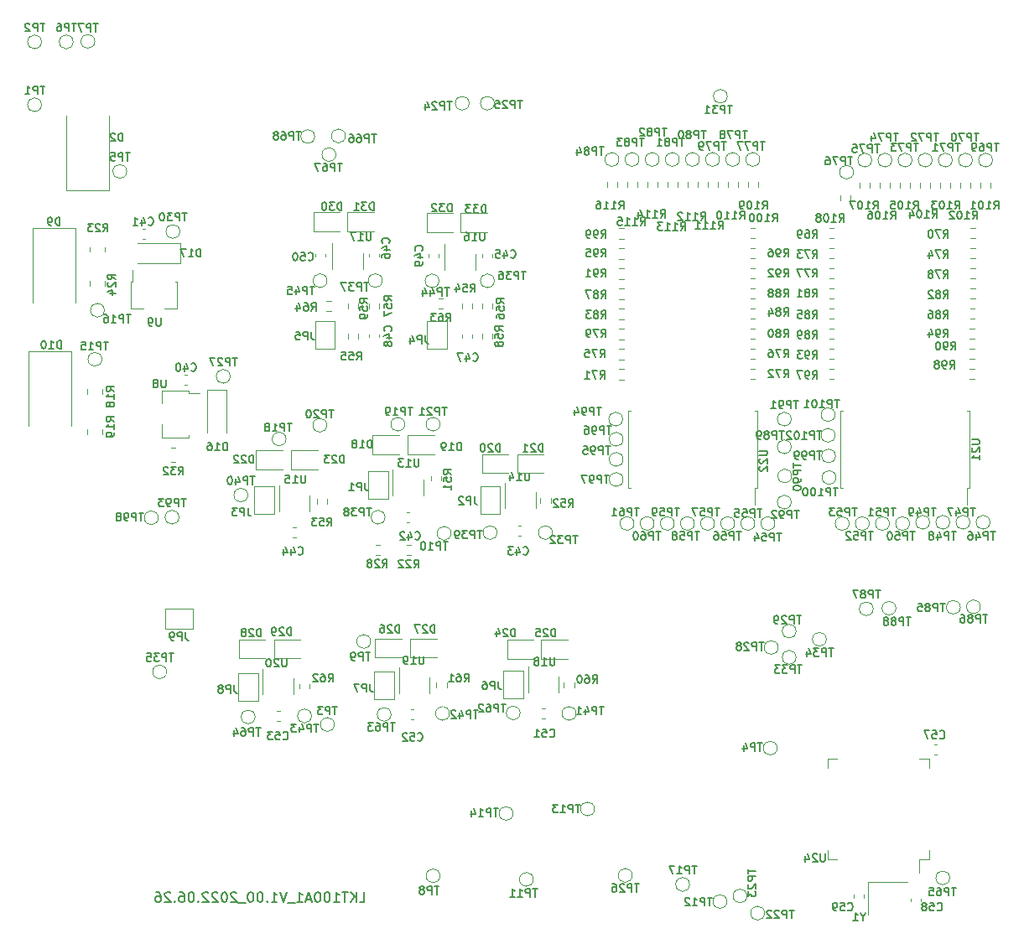
<source format=gbr>
%TF.GenerationSoftware,KiCad,Pcbnew,(6.0.5)*%
%TF.CreationDate,2022-06-26T15:42:30+08:00*%
%TF.ProjectId,lkt100a1,6c6b7431-3030-4613-912e-6b696361645f,rev?*%
%TF.SameCoordinates,Original*%
%TF.FileFunction,Legend,Bot*%
%TF.FilePolarity,Positive*%
%FSLAX46Y46*%
G04 Gerber Fmt 4.6, Leading zero omitted, Abs format (unit mm)*
G04 Created by KiCad (PCBNEW (6.0.5)) date 2022-06-26 15:42:30*
%MOMM*%
%LPD*%
G01*
G04 APERTURE LIST*
%ADD10C,0.150000*%
%ADD11C,0.152400*%
%ADD12C,0.120000*%
G04 APERTURE END LIST*
D10*
X95045419Y-132328189D02*
X95521609Y-132328189D01*
X95521609Y-131328189D01*
X94712085Y-132328189D02*
X94712085Y-131328189D01*
X94140657Y-132328189D02*
X94569228Y-131756761D01*
X94140657Y-131328189D02*
X94712085Y-131899618D01*
X93854942Y-131328189D02*
X93283514Y-131328189D01*
X93569228Y-132328189D02*
X93569228Y-131328189D01*
X92426371Y-132328189D02*
X92997800Y-132328189D01*
X92712085Y-132328189D02*
X92712085Y-131328189D01*
X92807323Y-131471047D01*
X92902561Y-131566285D01*
X92997800Y-131613904D01*
X91807323Y-131328189D02*
X91712085Y-131328189D01*
X91616847Y-131375809D01*
X91569228Y-131423428D01*
X91521609Y-131518666D01*
X91473990Y-131709142D01*
X91473990Y-131947237D01*
X91521609Y-132137713D01*
X91569228Y-132232951D01*
X91616847Y-132280570D01*
X91712085Y-132328189D01*
X91807323Y-132328189D01*
X91902561Y-132280570D01*
X91950180Y-132232951D01*
X91997800Y-132137713D01*
X92045419Y-131947237D01*
X92045419Y-131709142D01*
X91997800Y-131518666D01*
X91950180Y-131423428D01*
X91902561Y-131375809D01*
X91807323Y-131328189D01*
X90854942Y-131328189D02*
X90759704Y-131328189D01*
X90664466Y-131375809D01*
X90616847Y-131423428D01*
X90569228Y-131518666D01*
X90521609Y-131709142D01*
X90521609Y-131947237D01*
X90569228Y-132137713D01*
X90616847Y-132232951D01*
X90664466Y-132280570D01*
X90759704Y-132328189D01*
X90854942Y-132328189D01*
X90950180Y-132280570D01*
X90997800Y-132232951D01*
X91045419Y-132137713D01*
X91093038Y-131947237D01*
X91093038Y-131709142D01*
X91045419Y-131518666D01*
X90997800Y-131423428D01*
X90950180Y-131375809D01*
X90854942Y-131328189D01*
X90140657Y-132042475D02*
X89664466Y-132042475D01*
X90235895Y-132328189D02*
X89902561Y-131328189D01*
X89569228Y-132328189D01*
X88712085Y-132328189D02*
X89283514Y-132328189D01*
X88997800Y-132328189D02*
X88997800Y-131328189D01*
X89093038Y-131471047D01*
X89188276Y-131566285D01*
X89283514Y-131613904D01*
X88521609Y-132423428D02*
X87759704Y-132423428D01*
X87664466Y-131328189D02*
X87331133Y-132328189D01*
X86997800Y-131328189D01*
X86140657Y-132328189D02*
X86712085Y-132328189D01*
X86426371Y-132328189D02*
X86426371Y-131328189D01*
X86521609Y-131471047D01*
X86616847Y-131566285D01*
X86712085Y-131613904D01*
X85712085Y-132232951D02*
X85664466Y-132280570D01*
X85712085Y-132328189D01*
X85759704Y-132280570D01*
X85712085Y-132232951D01*
X85712085Y-132328189D01*
X85045419Y-131328189D02*
X84950180Y-131328189D01*
X84854942Y-131375809D01*
X84807323Y-131423428D01*
X84759704Y-131518666D01*
X84712085Y-131709142D01*
X84712085Y-131947237D01*
X84759704Y-132137713D01*
X84807323Y-132232951D01*
X84854942Y-132280570D01*
X84950180Y-132328189D01*
X85045419Y-132328189D01*
X85140657Y-132280570D01*
X85188276Y-132232951D01*
X85235895Y-132137713D01*
X85283514Y-131947237D01*
X85283514Y-131709142D01*
X85235895Y-131518666D01*
X85188276Y-131423428D01*
X85140657Y-131375809D01*
X85045419Y-131328189D01*
X84093038Y-131328189D02*
X83997800Y-131328189D01*
X83902561Y-131375809D01*
X83854942Y-131423428D01*
X83807323Y-131518666D01*
X83759704Y-131709142D01*
X83759704Y-131947237D01*
X83807323Y-132137713D01*
X83854942Y-132232951D01*
X83902561Y-132280570D01*
X83997800Y-132328189D01*
X84093038Y-132328189D01*
X84188276Y-132280570D01*
X84235895Y-132232951D01*
X84283514Y-132137713D01*
X84331133Y-131947237D01*
X84331133Y-131709142D01*
X84283514Y-131518666D01*
X84235895Y-131423428D01*
X84188276Y-131375809D01*
X84093038Y-131328189D01*
X83569228Y-132423428D02*
X82807323Y-132423428D01*
X82616847Y-131423428D02*
X82569228Y-131375809D01*
X82473990Y-131328189D01*
X82235895Y-131328189D01*
X82140657Y-131375809D01*
X82093038Y-131423428D01*
X82045419Y-131518666D01*
X82045419Y-131613904D01*
X82093038Y-131756761D01*
X82664466Y-132328189D01*
X82045419Y-132328189D01*
X81426371Y-131328189D02*
X81331133Y-131328189D01*
X81235895Y-131375809D01*
X81188276Y-131423428D01*
X81140657Y-131518666D01*
X81093038Y-131709142D01*
X81093038Y-131947237D01*
X81140657Y-132137713D01*
X81188276Y-132232951D01*
X81235895Y-132280570D01*
X81331133Y-132328189D01*
X81426371Y-132328189D01*
X81521609Y-132280570D01*
X81569228Y-132232951D01*
X81616847Y-132137713D01*
X81664466Y-131947237D01*
X81664466Y-131709142D01*
X81616847Y-131518666D01*
X81569228Y-131423428D01*
X81521609Y-131375809D01*
X81426371Y-131328189D01*
X80712085Y-131423428D02*
X80664466Y-131375809D01*
X80569228Y-131328189D01*
X80331133Y-131328189D01*
X80235895Y-131375809D01*
X80188276Y-131423428D01*
X80140657Y-131518666D01*
X80140657Y-131613904D01*
X80188276Y-131756761D01*
X80759704Y-132328189D01*
X80140657Y-132328189D01*
X79759704Y-131423428D02*
X79712085Y-131375809D01*
X79616847Y-131328189D01*
X79378752Y-131328189D01*
X79283514Y-131375809D01*
X79235895Y-131423428D01*
X79188276Y-131518666D01*
X79188276Y-131613904D01*
X79235895Y-131756761D01*
X79807323Y-132328189D01*
X79188276Y-132328189D01*
X78759704Y-132232951D02*
X78712085Y-132280570D01*
X78759704Y-132328189D01*
X78807323Y-132280570D01*
X78759704Y-132232951D01*
X78759704Y-132328189D01*
X78093038Y-131328189D02*
X77997800Y-131328189D01*
X77902561Y-131375809D01*
X77854942Y-131423428D01*
X77807323Y-131518666D01*
X77759704Y-131709142D01*
X77759704Y-131947237D01*
X77807323Y-132137713D01*
X77854942Y-132232951D01*
X77902561Y-132280570D01*
X77997800Y-132328189D01*
X78093038Y-132328189D01*
X78188276Y-132280570D01*
X78235895Y-132232951D01*
X78283514Y-132137713D01*
X78331133Y-131947237D01*
X78331133Y-131709142D01*
X78283514Y-131518666D01*
X78235895Y-131423428D01*
X78188276Y-131375809D01*
X78093038Y-131328189D01*
X76902561Y-131328189D02*
X77093038Y-131328189D01*
X77188276Y-131375809D01*
X77235895Y-131423428D01*
X77331133Y-131566285D01*
X77378752Y-131756761D01*
X77378752Y-132137713D01*
X77331133Y-132232951D01*
X77283514Y-132280570D01*
X77188276Y-132328189D01*
X76997800Y-132328189D01*
X76902561Y-132280570D01*
X76854942Y-132232951D01*
X76807323Y-132137713D01*
X76807323Y-131899618D01*
X76854942Y-131804380D01*
X76902561Y-131756761D01*
X76997800Y-131709142D01*
X77188276Y-131709142D01*
X77283514Y-131756761D01*
X77331133Y-131804380D01*
X77378752Y-131899618D01*
X76378752Y-132232951D02*
X76331133Y-132280570D01*
X76378752Y-132328189D01*
X76426371Y-132280570D01*
X76378752Y-132232951D01*
X76378752Y-132328189D01*
X75950180Y-131423428D02*
X75902561Y-131375809D01*
X75807323Y-131328189D01*
X75569228Y-131328189D01*
X75473990Y-131375809D01*
X75426371Y-131423428D01*
X75378752Y-131518666D01*
X75378752Y-131613904D01*
X75426371Y-131756761D01*
X75997800Y-132328189D01*
X75378752Y-132328189D01*
X74521609Y-131328189D02*
X74712085Y-131328189D01*
X74807323Y-131375809D01*
X74854942Y-131423428D01*
X74950180Y-131566285D01*
X74997800Y-131756761D01*
X74997800Y-132137713D01*
X74950180Y-132232951D01*
X74902561Y-132280570D01*
X74807323Y-132328189D01*
X74616847Y-132328189D01*
X74521609Y-132280570D01*
X74473990Y-132232951D01*
X74426371Y-132137713D01*
X74426371Y-131899618D01*
X74473990Y-131804380D01*
X74521609Y-131756761D01*
X74616847Y-131709142D01*
X74807323Y-131709142D01*
X74902561Y-131756761D01*
X74950180Y-131804380D01*
X74997800Y-131899618D01*
D11*
%TO.C,TP83*%
X123769730Y-55179904D02*
X123305273Y-55179904D01*
X123537502Y-55992704D02*
X123537502Y-55179904D01*
X123034340Y-55992704D02*
X123034340Y-55179904D01*
X122724702Y-55179904D01*
X122647292Y-55218609D01*
X122608587Y-55257313D01*
X122569883Y-55334723D01*
X122569883Y-55450837D01*
X122608587Y-55528247D01*
X122647292Y-55566951D01*
X122724702Y-55605656D01*
X123034340Y-55605656D01*
X122105426Y-55528247D02*
X122182835Y-55489542D01*
X122221540Y-55450837D01*
X122260245Y-55373428D01*
X122260245Y-55334723D01*
X122221540Y-55257313D01*
X122182835Y-55218609D01*
X122105426Y-55179904D01*
X121950607Y-55179904D01*
X121873197Y-55218609D01*
X121834492Y-55257313D01*
X121795787Y-55334723D01*
X121795787Y-55373428D01*
X121834492Y-55450837D01*
X121873197Y-55489542D01*
X121950607Y-55528247D01*
X122105426Y-55528247D01*
X122182835Y-55566951D01*
X122221540Y-55605656D01*
X122260245Y-55683066D01*
X122260245Y-55837885D01*
X122221540Y-55915294D01*
X122182835Y-55953999D01*
X122105426Y-55992704D01*
X121950607Y-55992704D01*
X121873197Y-55953999D01*
X121834492Y-55915294D01*
X121795787Y-55837885D01*
X121795787Y-55683066D01*
X121834492Y-55605656D01*
X121873197Y-55566951D01*
X121950607Y-55528247D01*
X121524854Y-55179904D02*
X121021692Y-55179904D01*
X121292626Y-55489542D01*
X121176511Y-55489542D01*
X121099102Y-55528247D01*
X121060397Y-55566951D01*
X121021692Y-55644361D01*
X121021692Y-55837885D01*
X121060397Y-55915294D01*
X121099102Y-55953999D01*
X121176511Y-55992704D01*
X121408740Y-55992704D01*
X121486149Y-55953999D01*
X121524854Y-55915294D01*
%TO.C,TP18*%
X88219130Y-83982513D02*
X87754673Y-83982513D01*
X87986902Y-84795313D02*
X87986902Y-83982513D01*
X87483740Y-84795313D02*
X87483740Y-83982513D01*
X87174102Y-83982513D01*
X87096692Y-84021218D01*
X87057987Y-84059922D01*
X87019283Y-84137332D01*
X87019283Y-84253446D01*
X87057987Y-84330856D01*
X87096692Y-84369560D01*
X87174102Y-84408265D01*
X87483740Y-84408265D01*
X86245187Y-84795313D02*
X86709645Y-84795313D01*
X86477416Y-84795313D02*
X86477416Y-83982513D01*
X86554826Y-84098627D01*
X86632235Y-84176037D01*
X86709645Y-84214741D01*
X85780730Y-84330856D02*
X85858140Y-84292151D01*
X85896845Y-84253446D01*
X85935549Y-84176037D01*
X85935549Y-84137332D01*
X85896845Y-84059922D01*
X85858140Y-84021218D01*
X85780730Y-83982513D01*
X85625911Y-83982513D01*
X85548502Y-84021218D01*
X85509797Y-84059922D01*
X85471092Y-84137332D01*
X85471092Y-84176037D01*
X85509797Y-84253446D01*
X85548502Y-84292151D01*
X85625911Y-84330856D01*
X85780730Y-84330856D01*
X85858140Y-84369560D01*
X85896845Y-84408265D01*
X85935549Y-84485675D01*
X85935549Y-84640494D01*
X85896845Y-84717903D01*
X85858140Y-84756608D01*
X85780730Y-84795313D01*
X85625911Y-84795313D01*
X85548502Y-84756608D01*
X85509797Y-84717903D01*
X85471092Y-84640494D01*
X85471092Y-84485675D01*
X85509797Y-84408265D01*
X85548502Y-84369560D01*
X85625911Y-84330856D01*
%TO.C,TP99*%
X141676730Y-86802904D02*
X141212273Y-86802904D01*
X141444502Y-87615704D02*
X141444502Y-86802904D01*
X140941340Y-87615704D02*
X140941340Y-86802904D01*
X140631702Y-86802904D01*
X140554292Y-86841609D01*
X140515587Y-86880313D01*
X140476883Y-86957723D01*
X140476883Y-87073837D01*
X140515587Y-87151247D01*
X140554292Y-87189951D01*
X140631702Y-87228656D01*
X140941340Y-87228656D01*
X140089835Y-87615704D02*
X139935016Y-87615704D01*
X139857607Y-87576999D01*
X139818902Y-87538294D01*
X139741492Y-87422180D01*
X139702787Y-87267361D01*
X139702787Y-86957723D01*
X139741492Y-86880313D01*
X139780197Y-86841609D01*
X139857607Y-86802904D01*
X140012426Y-86802904D01*
X140089835Y-86841609D01*
X140128540Y-86880313D01*
X140167245Y-86957723D01*
X140167245Y-87151247D01*
X140128540Y-87228656D01*
X140089835Y-87267361D01*
X140012426Y-87306066D01*
X139857607Y-87306066D01*
X139780197Y-87267361D01*
X139741492Y-87228656D01*
X139702787Y-87151247D01*
X139315740Y-87615704D02*
X139160921Y-87615704D01*
X139083511Y-87576999D01*
X139044807Y-87538294D01*
X138967397Y-87422180D01*
X138928692Y-87267361D01*
X138928692Y-86957723D01*
X138967397Y-86880313D01*
X139006102Y-86841609D01*
X139083511Y-86802904D01*
X139238330Y-86802904D01*
X139315740Y-86841609D01*
X139354445Y-86880313D01*
X139393149Y-86957723D01*
X139393149Y-87151247D01*
X139354445Y-87228656D01*
X139315740Y-87267361D01*
X139238330Y-87306066D01*
X139083511Y-87306066D01*
X139006102Y-87267361D01*
X138967397Y-87228656D01*
X138928692Y-87151247D01*
%TO.C,JP1*%
X95602340Y-89977904D02*
X95602340Y-90558475D01*
X95641045Y-90674589D01*
X95718454Y-90751999D01*
X95834568Y-90790704D01*
X95911978Y-90790704D01*
X95215292Y-90790704D02*
X95215292Y-89977904D01*
X94905654Y-89977904D01*
X94828245Y-90016609D01*
X94789540Y-90055313D01*
X94750835Y-90132723D01*
X94750835Y-90248837D01*
X94789540Y-90326247D01*
X94828245Y-90364951D01*
X94905654Y-90403656D01*
X95215292Y-90403656D01*
X93976740Y-90790704D02*
X94441197Y-90790704D01*
X94208968Y-90790704D02*
X94208968Y-89977904D01*
X94286378Y-90094018D01*
X94363787Y-90171428D01*
X94441197Y-90210132D01*
%TO.C,R108*%
X143463761Y-63638104D02*
X143734695Y-63251056D01*
X143928219Y-63638104D02*
X143928219Y-62825304D01*
X143618580Y-62825304D01*
X143541171Y-62864009D01*
X143502466Y-62902713D01*
X143463761Y-62980123D01*
X143463761Y-63096237D01*
X143502466Y-63173647D01*
X143541171Y-63212351D01*
X143618580Y-63251056D01*
X143928219Y-63251056D01*
X142689666Y-63638104D02*
X143154123Y-63638104D01*
X142921895Y-63638104D02*
X142921895Y-62825304D01*
X142999304Y-62941418D01*
X143076714Y-63018828D01*
X143154123Y-63057532D01*
X142186504Y-62825304D02*
X142109095Y-62825304D01*
X142031685Y-62864009D01*
X141992980Y-62902713D01*
X141954276Y-62980123D01*
X141915571Y-63134942D01*
X141915571Y-63328466D01*
X141954276Y-63483285D01*
X141992980Y-63560694D01*
X142031685Y-63599399D01*
X142109095Y-63638104D01*
X142186504Y-63638104D01*
X142263914Y-63599399D01*
X142302619Y-63560694D01*
X142341323Y-63483285D01*
X142380028Y-63328466D01*
X142380028Y-63134942D01*
X142341323Y-62980123D01*
X142302619Y-62902713D01*
X142263914Y-62864009D01*
X142186504Y-62825304D01*
X141451114Y-63173647D02*
X141528523Y-63134942D01*
X141567228Y-63096237D01*
X141605933Y-63018828D01*
X141605933Y-62980123D01*
X141567228Y-62902713D01*
X141528523Y-62864009D01*
X141451114Y-62825304D01*
X141296295Y-62825304D01*
X141218885Y-62864009D01*
X141180180Y-62902713D01*
X141141476Y-62980123D01*
X141141476Y-63018828D01*
X141180180Y-63096237D01*
X141218885Y-63134942D01*
X141296295Y-63173647D01*
X141451114Y-63173647D01*
X141528523Y-63212351D01*
X141567228Y-63251056D01*
X141605933Y-63328466D01*
X141605933Y-63483285D01*
X141567228Y-63560694D01*
X141528523Y-63599399D01*
X141451114Y-63638104D01*
X141296295Y-63638104D01*
X141218885Y-63599399D01*
X141180180Y-63560694D01*
X141141476Y-63483285D01*
X141141476Y-63328466D01*
X141180180Y-63251056D01*
X141218885Y-63212351D01*
X141296295Y-63173647D01*
%TO.C,R51*%
X104309702Y-89138494D02*
X103922654Y-88867561D01*
X104309702Y-88674037D02*
X103496902Y-88674037D01*
X103496902Y-88983675D01*
X103535607Y-89061085D01*
X103574311Y-89099789D01*
X103651721Y-89138494D01*
X103767835Y-89138494D01*
X103845245Y-89099789D01*
X103883949Y-89061085D01*
X103922654Y-88983675D01*
X103922654Y-88674037D01*
X103496902Y-89873885D02*
X103496902Y-89486837D01*
X103883949Y-89448132D01*
X103845245Y-89486837D01*
X103806540Y-89564247D01*
X103806540Y-89757770D01*
X103845245Y-89835180D01*
X103883949Y-89873885D01*
X103961359Y-89912589D01*
X104154883Y-89912589D01*
X104232292Y-89873885D01*
X104270997Y-89835180D01*
X104309702Y-89757770D01*
X104309702Y-89564247D01*
X104270997Y-89486837D01*
X104232292Y-89448132D01*
X104309702Y-90686685D02*
X104309702Y-90222228D01*
X104309702Y-90454456D02*
X103496902Y-90454456D01*
X103613016Y-90377047D01*
X103690426Y-90299637D01*
X103729130Y-90222228D01*
%TO.C,R61*%
X105607521Y-110094704D02*
X105878454Y-109707656D01*
X106071978Y-110094704D02*
X106071978Y-109281904D01*
X105762340Y-109281904D01*
X105684930Y-109320609D01*
X105646226Y-109359313D01*
X105607521Y-109436723D01*
X105607521Y-109552837D01*
X105646226Y-109630247D01*
X105684930Y-109668951D01*
X105762340Y-109707656D01*
X106071978Y-109707656D01*
X104910835Y-109281904D02*
X105065654Y-109281904D01*
X105143064Y-109320609D01*
X105181768Y-109359313D01*
X105259178Y-109475428D01*
X105297883Y-109630247D01*
X105297883Y-109939885D01*
X105259178Y-110017294D01*
X105220473Y-110055999D01*
X105143064Y-110094704D01*
X104988245Y-110094704D01*
X104910835Y-110055999D01*
X104872130Y-110017294D01*
X104833426Y-109939885D01*
X104833426Y-109746361D01*
X104872130Y-109668951D01*
X104910835Y-109630247D01*
X104988245Y-109591542D01*
X105143064Y-109591542D01*
X105220473Y-109630247D01*
X105259178Y-109668951D01*
X105297883Y-109746361D01*
X104059330Y-110094704D02*
X104523787Y-110094704D01*
X104291559Y-110094704D02*
X104291559Y-109281904D01*
X104368968Y-109398018D01*
X104446378Y-109475428D01*
X104523787Y-109514132D01*
%TO.C,TP42*%
X107005730Y-112964904D02*
X106541273Y-112964904D01*
X106773502Y-113777704D02*
X106773502Y-112964904D01*
X106270340Y-113777704D02*
X106270340Y-112964904D01*
X105960702Y-112964904D01*
X105883292Y-113003609D01*
X105844587Y-113042313D01*
X105805883Y-113119723D01*
X105805883Y-113235837D01*
X105844587Y-113313247D01*
X105883292Y-113351951D01*
X105960702Y-113390656D01*
X106270340Y-113390656D01*
X105109197Y-113235837D02*
X105109197Y-113777704D01*
X105302721Y-112926199D02*
X105496245Y-113506770D01*
X104993083Y-113506770D01*
X104722149Y-113042313D02*
X104683445Y-113003609D01*
X104606035Y-112964904D01*
X104412511Y-112964904D01*
X104335102Y-113003609D01*
X104296397Y-113042313D01*
X104257692Y-113119723D01*
X104257692Y-113197132D01*
X104296397Y-113313247D01*
X104760854Y-113777704D01*
X104257692Y-113777704D01*
%TO.C,R99*%
X119450521Y-65263704D02*
X119721454Y-64876656D01*
X119914978Y-65263704D02*
X119914978Y-64450904D01*
X119605340Y-64450904D01*
X119527930Y-64489609D01*
X119489226Y-64528313D01*
X119450521Y-64605723D01*
X119450521Y-64721837D01*
X119489226Y-64799247D01*
X119527930Y-64837951D01*
X119605340Y-64876656D01*
X119914978Y-64876656D01*
X119063473Y-65263704D02*
X118908654Y-65263704D01*
X118831245Y-65224999D01*
X118792540Y-65186294D01*
X118715130Y-65070180D01*
X118676426Y-64915361D01*
X118676426Y-64605723D01*
X118715130Y-64528313D01*
X118753835Y-64489609D01*
X118831245Y-64450904D01*
X118986064Y-64450904D01*
X119063473Y-64489609D01*
X119102178Y-64528313D01*
X119140883Y-64605723D01*
X119140883Y-64799247D01*
X119102178Y-64876656D01*
X119063473Y-64915361D01*
X118986064Y-64954066D01*
X118831245Y-64954066D01*
X118753835Y-64915361D01*
X118715130Y-64876656D01*
X118676426Y-64799247D01*
X118289378Y-65263704D02*
X118134559Y-65263704D01*
X118057149Y-65224999D01*
X118018445Y-65186294D01*
X117941035Y-65070180D01*
X117902330Y-64915361D01*
X117902330Y-64605723D01*
X117941035Y-64528313D01*
X117979740Y-64489609D01*
X118057149Y-64450904D01*
X118211968Y-64450904D01*
X118289378Y-64489609D01*
X118328083Y-64528313D01*
X118366787Y-64605723D01*
X118366787Y-64799247D01*
X118328083Y-64876656D01*
X118289378Y-64915361D01*
X118211968Y-64954066D01*
X118057149Y-64954066D01*
X117979740Y-64915361D01*
X117941035Y-64876656D01*
X117902330Y-64799247D01*
%TO.C,R32*%
X76773314Y-89190495D02*
X77044247Y-88803447D01*
X77237771Y-89190495D02*
X77237771Y-88377695D01*
X76928133Y-88377695D01*
X76850723Y-88416400D01*
X76812019Y-88455104D01*
X76773314Y-88532514D01*
X76773314Y-88648628D01*
X76812019Y-88726038D01*
X76850723Y-88764742D01*
X76928133Y-88803447D01*
X77237771Y-88803447D01*
X76502380Y-88377695D02*
X75999219Y-88377695D01*
X76270152Y-88687333D01*
X76154038Y-88687333D01*
X76076628Y-88726038D01*
X76037923Y-88764742D01*
X75999219Y-88842152D01*
X75999219Y-89035676D01*
X76037923Y-89113085D01*
X76076628Y-89151790D01*
X76154038Y-89190495D01*
X76386266Y-89190495D01*
X76463676Y-89151790D01*
X76502380Y-89113085D01*
X75689580Y-88455104D02*
X75650876Y-88416400D01*
X75573466Y-88377695D01*
X75379942Y-88377695D01*
X75302533Y-88416400D01*
X75263828Y-88455104D01*
X75225123Y-88532514D01*
X75225123Y-88609923D01*
X75263828Y-88726038D01*
X75728285Y-89190495D01*
X75225123Y-89190495D01*
%TO.C,TP20*%
X92400730Y-82611904D02*
X91936273Y-82611904D01*
X92168502Y-83424704D02*
X92168502Y-82611904D01*
X91665340Y-83424704D02*
X91665340Y-82611904D01*
X91355702Y-82611904D01*
X91278292Y-82650609D01*
X91239587Y-82689313D01*
X91200883Y-82766723D01*
X91200883Y-82882837D01*
X91239587Y-82960247D01*
X91278292Y-82998951D01*
X91355702Y-83037656D01*
X91665340Y-83037656D01*
X90891245Y-82689313D02*
X90852540Y-82650609D01*
X90775130Y-82611904D01*
X90581607Y-82611904D01*
X90504197Y-82650609D01*
X90465492Y-82689313D01*
X90426787Y-82766723D01*
X90426787Y-82844132D01*
X90465492Y-82960247D01*
X90929949Y-83424704D01*
X90426787Y-83424704D01*
X89923626Y-82611904D02*
X89846216Y-82611904D01*
X89768807Y-82650609D01*
X89730102Y-82689313D01*
X89691397Y-82766723D01*
X89652692Y-82921542D01*
X89652692Y-83115066D01*
X89691397Y-83269885D01*
X89730102Y-83347294D01*
X89768807Y-83385999D01*
X89846216Y-83424704D01*
X89923626Y-83424704D01*
X90001035Y-83385999D01*
X90039740Y-83347294D01*
X90078445Y-83269885D01*
X90117149Y-83115066D01*
X90117149Y-82921542D01*
X90078445Y-82766723D01*
X90039740Y-82689313D01*
X90001035Y-82650609D01*
X89923626Y-82611904D01*
%TO.C,JP8*%
X82394340Y-110424904D02*
X82394340Y-111005475D01*
X82433045Y-111121589D01*
X82510454Y-111198999D01*
X82626568Y-111237704D01*
X82703978Y-111237704D01*
X82007292Y-111237704D02*
X82007292Y-110424904D01*
X81697654Y-110424904D01*
X81620245Y-110463609D01*
X81581540Y-110502313D01*
X81542835Y-110579723D01*
X81542835Y-110695837D01*
X81581540Y-110773247D01*
X81620245Y-110811951D01*
X81697654Y-110850656D01*
X82007292Y-110850656D01*
X81078378Y-110773247D02*
X81155787Y-110734542D01*
X81194492Y-110695837D01*
X81233197Y-110618428D01*
X81233197Y-110579723D01*
X81194492Y-110502313D01*
X81155787Y-110463609D01*
X81078378Y-110424904D01*
X80923559Y-110424904D01*
X80846149Y-110463609D01*
X80807445Y-110502313D01*
X80768740Y-110579723D01*
X80768740Y-110618428D01*
X80807445Y-110695837D01*
X80846149Y-110734542D01*
X80923559Y-110773247D01*
X81078378Y-110773247D01*
X81155787Y-110811951D01*
X81194492Y-110850656D01*
X81233197Y-110928066D01*
X81233197Y-111082885D01*
X81194492Y-111160294D01*
X81155787Y-111198999D01*
X81078378Y-111237704D01*
X80923559Y-111237704D01*
X80846149Y-111198999D01*
X80807445Y-111160294D01*
X80768740Y-111082885D01*
X80768740Y-110928066D01*
X80807445Y-110850656D01*
X80846149Y-110811951D01*
X80923559Y-110773247D01*
%TO.C,R114*%
X125425568Y-63231704D02*
X125696502Y-62844656D01*
X125890026Y-63231704D02*
X125890026Y-62418904D01*
X125580387Y-62418904D01*
X125502978Y-62457609D01*
X125464273Y-62496313D01*
X125425568Y-62573723D01*
X125425568Y-62689837D01*
X125464273Y-62767247D01*
X125502978Y-62805951D01*
X125580387Y-62844656D01*
X125890026Y-62844656D01*
X124651473Y-63231704D02*
X125115930Y-63231704D01*
X124883702Y-63231704D02*
X124883702Y-62418904D01*
X124961111Y-62535018D01*
X125038521Y-62612428D01*
X125115930Y-62651132D01*
X123877378Y-63231704D02*
X124341835Y-63231704D01*
X124109607Y-63231704D02*
X124109607Y-62418904D01*
X124187016Y-62535018D01*
X124264426Y-62612428D01*
X124341835Y-62651132D01*
X123180692Y-62689837D02*
X123180692Y-63231704D01*
X123374216Y-62380199D02*
X123567740Y-62960770D01*
X123064578Y-62960770D01*
%TO.C,U9*%
X74970283Y-73340904D02*
X74970283Y-73998885D01*
X74931578Y-74076294D01*
X74892873Y-74114999D01*
X74815464Y-74153704D01*
X74660645Y-74153704D01*
X74583235Y-74114999D01*
X74544530Y-74076294D01*
X74505826Y-73998885D01*
X74505826Y-73340904D01*
X74080073Y-74153704D02*
X73925254Y-74153704D01*
X73847845Y-74114999D01*
X73809140Y-74076294D01*
X73731730Y-73960180D01*
X73693026Y-73805361D01*
X73693026Y-73495723D01*
X73731730Y-73418313D01*
X73770435Y-73379609D01*
X73847845Y-73340904D01*
X74002664Y-73340904D01*
X74080073Y-73379609D01*
X74118778Y-73418313D01*
X74157483Y-73495723D01*
X74157483Y-73689247D01*
X74118778Y-73766656D01*
X74080073Y-73805361D01*
X74002664Y-73844066D01*
X73847845Y-73844066D01*
X73770435Y-73805361D01*
X73731730Y-73766656D01*
X73693026Y-73689247D01*
%TO.C,U20*%
X87676330Y-107757904D02*
X87676330Y-108415885D01*
X87637626Y-108493294D01*
X87598921Y-108531999D01*
X87521511Y-108570704D01*
X87366692Y-108570704D01*
X87289283Y-108531999D01*
X87250578Y-108493294D01*
X87211873Y-108415885D01*
X87211873Y-107757904D01*
X86863530Y-107835313D02*
X86824826Y-107796609D01*
X86747416Y-107757904D01*
X86553892Y-107757904D01*
X86476483Y-107796609D01*
X86437778Y-107835313D01*
X86399073Y-107912723D01*
X86399073Y-107990132D01*
X86437778Y-108106247D01*
X86902235Y-108570704D01*
X86399073Y-108570704D01*
X85895911Y-107757904D02*
X85818502Y-107757904D01*
X85741092Y-107796609D01*
X85702387Y-107835313D01*
X85663683Y-107912723D01*
X85624978Y-108067542D01*
X85624978Y-108261066D01*
X85663683Y-108415885D01*
X85702387Y-108493294D01*
X85741092Y-108531999D01*
X85818502Y-108570704D01*
X85895911Y-108570704D01*
X85973321Y-108531999D01*
X86012026Y-108493294D01*
X86050730Y-108415885D01*
X86089435Y-108261066D01*
X86089435Y-108067542D01*
X86050730Y-107912723D01*
X86012026Y-107835313D01*
X85973321Y-107796609D01*
X85895911Y-107757904D01*
%TO.C,TP32*%
X117038730Y-95311904D02*
X116574273Y-95311904D01*
X116806502Y-96124704D02*
X116806502Y-95311904D01*
X116303340Y-96124704D02*
X116303340Y-95311904D01*
X115993702Y-95311904D01*
X115916292Y-95350609D01*
X115877587Y-95389313D01*
X115838883Y-95466723D01*
X115838883Y-95582837D01*
X115877587Y-95660247D01*
X115916292Y-95698951D01*
X115993702Y-95737656D01*
X116303340Y-95737656D01*
X115567949Y-95311904D02*
X115064787Y-95311904D01*
X115335721Y-95621542D01*
X115219607Y-95621542D01*
X115142197Y-95660247D01*
X115103492Y-95698951D01*
X115064787Y-95776361D01*
X115064787Y-95969885D01*
X115103492Y-96047294D01*
X115142197Y-96085999D01*
X115219607Y-96124704D01*
X115451835Y-96124704D01*
X115529245Y-96085999D01*
X115567949Y-96047294D01*
X114755149Y-95389313D02*
X114716445Y-95350609D01*
X114639035Y-95311904D01*
X114445511Y-95311904D01*
X114368102Y-95350609D01*
X114329397Y-95389313D01*
X114290692Y-95466723D01*
X114290692Y-95544132D01*
X114329397Y-95660247D01*
X114793854Y-96124704D01*
X114290692Y-96124704D01*
%TO.C,R107*%
X146888568Y-62342704D02*
X147159502Y-61955656D01*
X147353026Y-62342704D02*
X147353026Y-61529904D01*
X147043387Y-61529904D01*
X146965978Y-61568609D01*
X146927273Y-61607313D01*
X146888568Y-61684723D01*
X146888568Y-61800837D01*
X146927273Y-61878247D01*
X146965978Y-61916951D01*
X147043387Y-61955656D01*
X147353026Y-61955656D01*
X146114473Y-62342704D02*
X146578930Y-62342704D01*
X146346702Y-62342704D02*
X146346702Y-61529904D01*
X146424111Y-61646018D01*
X146501521Y-61723428D01*
X146578930Y-61762132D01*
X145611311Y-61529904D02*
X145533902Y-61529904D01*
X145456492Y-61568609D01*
X145417787Y-61607313D01*
X145379083Y-61684723D01*
X145340378Y-61839542D01*
X145340378Y-62033066D01*
X145379083Y-62187885D01*
X145417787Y-62265294D01*
X145456492Y-62303999D01*
X145533902Y-62342704D01*
X145611311Y-62342704D01*
X145688721Y-62303999D01*
X145727426Y-62265294D01*
X145766130Y-62187885D01*
X145804835Y-62033066D01*
X145804835Y-61839542D01*
X145766130Y-61684723D01*
X145727426Y-61607313D01*
X145688721Y-61568609D01*
X145611311Y-61529904D01*
X145069445Y-61529904D02*
X144527578Y-61529904D01*
X144875921Y-62342704D01*
%TO.C,D27*%
X102642978Y-105141704D02*
X102642978Y-104328904D01*
X102449454Y-104328904D01*
X102333340Y-104367609D01*
X102255930Y-104445018D01*
X102217226Y-104522428D01*
X102178521Y-104677247D01*
X102178521Y-104793361D01*
X102217226Y-104948180D01*
X102255930Y-105025589D01*
X102333340Y-105102999D01*
X102449454Y-105141704D01*
X102642978Y-105141704D01*
X101868883Y-104406313D02*
X101830178Y-104367609D01*
X101752768Y-104328904D01*
X101559245Y-104328904D01*
X101481835Y-104367609D01*
X101443130Y-104406313D01*
X101404426Y-104483723D01*
X101404426Y-104561132D01*
X101443130Y-104677247D01*
X101907587Y-105141704D01*
X101404426Y-105141704D01*
X101133492Y-104328904D02*
X100591626Y-104328904D01*
X100939968Y-105141704D01*
%TO.C,TP6*%
X66456076Y-43572895D02*
X65991619Y-43572895D01*
X66223847Y-44385695D02*
X66223847Y-43572895D01*
X65720685Y-44385695D02*
X65720685Y-43572895D01*
X65411047Y-43572895D01*
X65333638Y-43611600D01*
X65294933Y-43650304D01*
X65256228Y-43727714D01*
X65256228Y-43843828D01*
X65294933Y-43921238D01*
X65333638Y-43959942D01*
X65411047Y-43998647D01*
X65720685Y-43998647D01*
X64559542Y-43572895D02*
X64714361Y-43572895D01*
X64791771Y-43611600D01*
X64830476Y-43650304D01*
X64907885Y-43766419D01*
X64946590Y-43921238D01*
X64946590Y-44230876D01*
X64907885Y-44308285D01*
X64869180Y-44346990D01*
X64791771Y-44385695D01*
X64636952Y-44385695D01*
X64559542Y-44346990D01*
X64520838Y-44308285D01*
X64482133Y-44230876D01*
X64482133Y-44037352D01*
X64520838Y-43959942D01*
X64559542Y-43921238D01*
X64636952Y-43882533D01*
X64791771Y-43882533D01*
X64869180Y-43921238D01*
X64907885Y-43959942D01*
X64946590Y-44037352D01*
%TO.C,U22*%
X135373902Y-86749685D02*
X136031883Y-86749685D01*
X136109292Y-86788389D01*
X136147997Y-86827094D01*
X136186702Y-86904504D01*
X136186702Y-87059323D01*
X136147997Y-87136732D01*
X136109292Y-87175437D01*
X136031883Y-87214142D01*
X135373902Y-87214142D01*
X135451311Y-87562485D02*
X135412607Y-87601189D01*
X135373902Y-87678599D01*
X135373902Y-87872123D01*
X135412607Y-87949532D01*
X135451311Y-87988237D01*
X135528721Y-88026942D01*
X135606130Y-88026942D01*
X135722245Y-87988237D01*
X136186702Y-87523780D01*
X136186702Y-88026942D01*
X135451311Y-88336580D02*
X135412607Y-88375285D01*
X135373902Y-88452694D01*
X135373902Y-88646218D01*
X135412607Y-88723628D01*
X135451311Y-88762332D01*
X135528721Y-88801037D01*
X135606130Y-88801037D01*
X135722245Y-88762332D01*
X136186702Y-88297875D01*
X136186702Y-88801037D01*
%TO.C,R100*%
X136728568Y-63612704D02*
X136999502Y-63225656D01*
X137193026Y-63612704D02*
X137193026Y-62799904D01*
X136883387Y-62799904D01*
X136805978Y-62838609D01*
X136767273Y-62877313D01*
X136728568Y-62954723D01*
X136728568Y-63070837D01*
X136767273Y-63148247D01*
X136805978Y-63186951D01*
X136883387Y-63225656D01*
X137193026Y-63225656D01*
X135954473Y-63612704D02*
X136418930Y-63612704D01*
X136186702Y-63612704D02*
X136186702Y-62799904D01*
X136264111Y-62916018D01*
X136341521Y-62993428D01*
X136418930Y-63032132D01*
X135451311Y-62799904D02*
X135373902Y-62799904D01*
X135296492Y-62838609D01*
X135257787Y-62877313D01*
X135219083Y-62954723D01*
X135180378Y-63109542D01*
X135180378Y-63303066D01*
X135219083Y-63457885D01*
X135257787Y-63535294D01*
X135296492Y-63573999D01*
X135373902Y-63612704D01*
X135451311Y-63612704D01*
X135528721Y-63573999D01*
X135567426Y-63535294D01*
X135606130Y-63457885D01*
X135644835Y-63303066D01*
X135644835Y-63109542D01*
X135606130Y-62954723D01*
X135567426Y-62877313D01*
X135528721Y-62838609D01*
X135451311Y-62799904D01*
X134677216Y-62799904D02*
X134599807Y-62799904D01*
X134522397Y-62838609D01*
X134483692Y-62877313D01*
X134444987Y-62954723D01*
X134406283Y-63109542D01*
X134406283Y-63303066D01*
X134444987Y-63457885D01*
X134483692Y-63535294D01*
X134522397Y-63573999D01*
X134599807Y-63612704D01*
X134677216Y-63612704D01*
X134754626Y-63573999D01*
X134793330Y-63535294D01*
X134832035Y-63457885D01*
X134870740Y-63303066D01*
X134870740Y-63109542D01*
X134832035Y-62954723D01*
X134793330Y-62877313D01*
X134754626Y-62838609D01*
X134677216Y-62799904D01*
%TO.C,D18*%
X96292978Y-86472704D02*
X96292978Y-85659904D01*
X96099454Y-85659904D01*
X95983340Y-85698609D01*
X95905930Y-85776018D01*
X95867226Y-85853428D01*
X95828521Y-86008247D01*
X95828521Y-86124361D01*
X95867226Y-86279180D01*
X95905930Y-86356589D01*
X95983340Y-86433999D01*
X96099454Y-86472704D01*
X96292978Y-86472704D01*
X95054426Y-86472704D02*
X95518883Y-86472704D01*
X95286654Y-86472704D02*
X95286654Y-85659904D01*
X95364064Y-85776018D01*
X95441473Y-85853428D01*
X95518883Y-85892132D01*
X94589968Y-86008247D02*
X94667378Y-85969542D01*
X94706083Y-85930837D01*
X94744787Y-85853428D01*
X94744787Y-85814723D01*
X94706083Y-85737313D01*
X94667378Y-85698609D01*
X94589968Y-85659904D01*
X94435149Y-85659904D01*
X94357740Y-85698609D01*
X94319035Y-85737313D01*
X94280330Y-85814723D01*
X94280330Y-85853428D01*
X94319035Y-85930837D01*
X94357740Y-85969542D01*
X94435149Y-86008247D01*
X94589968Y-86008247D01*
X94667378Y-86046951D01*
X94706083Y-86085656D01*
X94744787Y-86163066D01*
X94744787Y-86317885D01*
X94706083Y-86395294D01*
X94667378Y-86433999D01*
X94589968Y-86472704D01*
X94435149Y-86472704D01*
X94357740Y-86433999D01*
X94319035Y-86395294D01*
X94280330Y-86317885D01*
X94280330Y-86163066D01*
X94319035Y-86085656D01*
X94357740Y-86046951D01*
X94435149Y-86008247D01*
%TO.C,TP55*%
X135651723Y-92644904D02*
X135187266Y-92644904D01*
X135419495Y-93457704D02*
X135419495Y-92644904D01*
X134916333Y-93457704D02*
X134916333Y-92644904D01*
X134606695Y-92644904D01*
X134529285Y-92683609D01*
X134490580Y-92722313D01*
X134451876Y-92799723D01*
X134451876Y-92915837D01*
X134490580Y-92993247D01*
X134529285Y-93031951D01*
X134606695Y-93070656D01*
X134916333Y-93070656D01*
X133716485Y-92644904D02*
X134103533Y-92644904D01*
X134142238Y-93031951D01*
X134103533Y-92993247D01*
X134026123Y-92954542D01*
X133832600Y-92954542D01*
X133755190Y-92993247D01*
X133716485Y-93031951D01*
X133677780Y-93109361D01*
X133677780Y-93302885D01*
X133716485Y-93380294D01*
X133755190Y-93418999D01*
X133832600Y-93457704D01*
X134026123Y-93457704D01*
X134103533Y-93418999D01*
X134142238Y-93380294D01*
X132942390Y-92644904D02*
X133329438Y-92644904D01*
X133368142Y-93031951D01*
X133329438Y-92993247D01*
X133252028Y-92954542D01*
X133058504Y-92954542D01*
X132981095Y-92993247D01*
X132942390Y-93031951D01*
X132903685Y-93109361D01*
X132903685Y-93302885D01*
X132942390Y-93380294D01*
X132981095Y-93418999D01*
X133058504Y-93457704D01*
X133252028Y-93457704D01*
X133329438Y-93418999D01*
X133368142Y-93380294D01*
%TO.C,TP31*%
X132659730Y-51877904D02*
X132195273Y-51877904D01*
X132427502Y-52690704D02*
X132427502Y-51877904D01*
X131924340Y-52690704D02*
X131924340Y-51877904D01*
X131614702Y-51877904D01*
X131537292Y-51916609D01*
X131498587Y-51955313D01*
X131459883Y-52032723D01*
X131459883Y-52148837D01*
X131498587Y-52226247D01*
X131537292Y-52264951D01*
X131614702Y-52303656D01*
X131924340Y-52303656D01*
X131188949Y-51877904D02*
X130685787Y-51877904D01*
X130956721Y-52187542D01*
X130840607Y-52187542D01*
X130763197Y-52226247D01*
X130724492Y-52264951D01*
X130685787Y-52342361D01*
X130685787Y-52535885D01*
X130724492Y-52613294D01*
X130763197Y-52651999D01*
X130840607Y-52690704D01*
X131072835Y-52690704D01*
X131150245Y-52651999D01*
X131188949Y-52613294D01*
X129911692Y-52690704D02*
X130376149Y-52690704D01*
X130143921Y-52690704D02*
X130143921Y-51877904D01*
X130221330Y-51994018D01*
X130298740Y-52071428D01*
X130376149Y-52110132D01*
%TO.C,R23*%
X69158521Y-64628704D02*
X69429454Y-64241656D01*
X69622978Y-64628704D02*
X69622978Y-63815904D01*
X69313340Y-63815904D01*
X69235930Y-63854609D01*
X69197226Y-63893313D01*
X69158521Y-63970723D01*
X69158521Y-64086837D01*
X69197226Y-64164247D01*
X69235930Y-64202951D01*
X69313340Y-64241656D01*
X69622978Y-64241656D01*
X68848883Y-63893313D02*
X68810178Y-63854609D01*
X68732768Y-63815904D01*
X68539245Y-63815904D01*
X68461835Y-63854609D01*
X68423130Y-63893313D01*
X68384426Y-63970723D01*
X68384426Y-64048132D01*
X68423130Y-64164247D01*
X68887587Y-64628704D01*
X68384426Y-64628704D01*
X68113492Y-63815904D02*
X67610330Y-63815904D01*
X67881264Y-64125542D01*
X67765149Y-64125542D01*
X67687740Y-64164247D01*
X67649035Y-64202951D01*
X67610330Y-64280361D01*
X67610330Y-64473885D01*
X67649035Y-64551294D01*
X67687740Y-64589999D01*
X67765149Y-64628704D01*
X67997378Y-64628704D01*
X68074787Y-64589999D01*
X68113492Y-64551294D01*
%TO.C,D32*%
X104348971Y-62596704D02*
X104348971Y-61783904D01*
X104155447Y-61783904D01*
X104039333Y-61822609D01*
X103961923Y-61900018D01*
X103923219Y-61977428D01*
X103884514Y-62132247D01*
X103884514Y-62248361D01*
X103923219Y-62403180D01*
X103961923Y-62480589D01*
X104039333Y-62557999D01*
X104155447Y-62596704D01*
X104348971Y-62596704D01*
X103613580Y-61783904D02*
X103110419Y-61783904D01*
X103381352Y-62093542D01*
X103265238Y-62093542D01*
X103187828Y-62132247D01*
X103149123Y-62170951D01*
X103110419Y-62248361D01*
X103110419Y-62441885D01*
X103149123Y-62519294D01*
X103187828Y-62557999D01*
X103265238Y-62596704D01*
X103497466Y-62596704D01*
X103574876Y-62557999D01*
X103613580Y-62519294D01*
X102800780Y-61861313D02*
X102762076Y-61822609D01*
X102684666Y-61783904D01*
X102491142Y-61783904D01*
X102413733Y-61822609D01*
X102375028Y-61861313D01*
X102336323Y-61938723D01*
X102336323Y-62016132D01*
X102375028Y-62132247D01*
X102839485Y-62596704D01*
X102336323Y-62596704D01*
%TO.C,R115*%
X123393568Y-63993704D02*
X123664502Y-63606656D01*
X123858026Y-63993704D02*
X123858026Y-63180904D01*
X123548387Y-63180904D01*
X123470978Y-63219609D01*
X123432273Y-63258313D01*
X123393568Y-63335723D01*
X123393568Y-63451837D01*
X123432273Y-63529247D01*
X123470978Y-63567951D01*
X123548387Y-63606656D01*
X123858026Y-63606656D01*
X122619473Y-63993704D02*
X123083930Y-63993704D01*
X122851702Y-63993704D02*
X122851702Y-63180904D01*
X122929111Y-63297018D01*
X123006521Y-63374428D01*
X123083930Y-63413132D01*
X121845378Y-63993704D02*
X122309835Y-63993704D01*
X122077607Y-63993704D02*
X122077607Y-63180904D01*
X122155016Y-63297018D01*
X122232426Y-63374428D01*
X122309835Y-63413132D01*
X121109987Y-63180904D02*
X121497035Y-63180904D01*
X121535740Y-63567951D01*
X121497035Y-63529247D01*
X121419626Y-63490542D01*
X121226102Y-63490542D01*
X121148692Y-63529247D01*
X121109987Y-63567951D01*
X121071283Y-63645361D01*
X121071283Y-63838885D01*
X121109987Y-63916294D01*
X121148692Y-63954999D01*
X121226102Y-63993704D01*
X121419626Y-63993704D01*
X121497035Y-63954999D01*
X121535740Y-63916294D01*
%TO.C,R80*%
X137865521Y-75296704D02*
X138136454Y-74909656D01*
X138329978Y-75296704D02*
X138329978Y-74483904D01*
X138020340Y-74483904D01*
X137942930Y-74522609D01*
X137904226Y-74561313D01*
X137865521Y-74638723D01*
X137865521Y-74754837D01*
X137904226Y-74832247D01*
X137942930Y-74870951D01*
X138020340Y-74909656D01*
X138329978Y-74909656D01*
X137401064Y-74832247D02*
X137478473Y-74793542D01*
X137517178Y-74754837D01*
X137555883Y-74677428D01*
X137555883Y-74638723D01*
X137517178Y-74561313D01*
X137478473Y-74522609D01*
X137401064Y-74483904D01*
X137246245Y-74483904D01*
X137168835Y-74522609D01*
X137130130Y-74561313D01*
X137091426Y-74638723D01*
X137091426Y-74677428D01*
X137130130Y-74754837D01*
X137168835Y-74793542D01*
X137246245Y-74832247D01*
X137401064Y-74832247D01*
X137478473Y-74870951D01*
X137517178Y-74909656D01*
X137555883Y-74987066D01*
X137555883Y-75141885D01*
X137517178Y-75219294D01*
X137478473Y-75257999D01*
X137401064Y-75296704D01*
X137246245Y-75296704D01*
X137168835Y-75257999D01*
X137130130Y-75219294D01*
X137091426Y-75141885D01*
X137091426Y-74987066D01*
X137130130Y-74909656D01*
X137168835Y-74870951D01*
X137246245Y-74832247D01*
X136588264Y-74483904D02*
X136510854Y-74483904D01*
X136433445Y-74522609D01*
X136394740Y-74561313D01*
X136356035Y-74638723D01*
X136317330Y-74793542D01*
X136317330Y-74987066D01*
X136356035Y-75141885D01*
X136394740Y-75219294D01*
X136433445Y-75257999D01*
X136510854Y-75296704D01*
X136588264Y-75296704D01*
X136665673Y-75257999D01*
X136704378Y-75219294D01*
X136743083Y-75141885D01*
X136781787Y-74987066D01*
X136781787Y-74793542D01*
X136743083Y-74638723D01*
X136704378Y-74561313D01*
X136665673Y-74522609D01*
X136588264Y-74483904D01*
%TO.C,TP49*%
X153233730Y-92517904D02*
X152769273Y-92517904D01*
X153001502Y-93330704D02*
X153001502Y-92517904D01*
X152498340Y-93330704D02*
X152498340Y-92517904D01*
X152188702Y-92517904D01*
X152111292Y-92556609D01*
X152072587Y-92595313D01*
X152033883Y-92672723D01*
X152033883Y-92788837D01*
X152072587Y-92866247D01*
X152111292Y-92904951D01*
X152188702Y-92943656D01*
X152498340Y-92943656D01*
X151337197Y-92788837D02*
X151337197Y-93330704D01*
X151530721Y-92479199D02*
X151724245Y-93059770D01*
X151221083Y-93059770D01*
X150872740Y-93330704D02*
X150717921Y-93330704D01*
X150640511Y-93291999D01*
X150601807Y-93253294D01*
X150524397Y-93137180D01*
X150485692Y-92982361D01*
X150485692Y-92672723D01*
X150524397Y-92595313D01*
X150563102Y-92556609D01*
X150640511Y-92517904D01*
X150795330Y-92517904D01*
X150872740Y-92556609D01*
X150911445Y-92595313D01*
X150950149Y-92672723D01*
X150950149Y-92866247D01*
X150911445Y-92943656D01*
X150872740Y-92982361D01*
X150795330Y-93021066D01*
X150640511Y-93021066D01*
X150563102Y-92982361D01*
X150524397Y-92943656D01*
X150485692Y-92866247D01*
%TO.C,U18*%
X114727330Y-107630904D02*
X114727330Y-108288885D01*
X114688626Y-108366294D01*
X114649921Y-108404999D01*
X114572511Y-108443704D01*
X114417692Y-108443704D01*
X114340283Y-108404999D01*
X114301578Y-108366294D01*
X114262873Y-108288885D01*
X114262873Y-107630904D01*
X113450073Y-108443704D02*
X113914530Y-108443704D01*
X113682302Y-108443704D02*
X113682302Y-107630904D01*
X113759711Y-107747018D01*
X113837121Y-107824428D01*
X113914530Y-107863132D01*
X112985616Y-107979247D02*
X113063026Y-107940542D01*
X113101730Y-107901837D01*
X113140435Y-107824428D01*
X113140435Y-107785723D01*
X113101730Y-107708313D01*
X113063026Y-107669609D01*
X112985616Y-107630904D01*
X112830797Y-107630904D01*
X112753387Y-107669609D01*
X112714683Y-107708313D01*
X112675978Y-107785723D01*
X112675978Y-107824428D01*
X112714683Y-107901837D01*
X112753387Y-107940542D01*
X112830797Y-107979247D01*
X112985616Y-107979247D01*
X113063026Y-108017951D01*
X113101730Y-108056656D01*
X113140435Y-108134066D01*
X113140435Y-108288885D01*
X113101730Y-108366294D01*
X113063026Y-108404999D01*
X112985616Y-108443704D01*
X112830797Y-108443704D01*
X112753387Y-108404999D01*
X112714683Y-108366294D01*
X112675978Y-108288885D01*
X112675978Y-108134066D01*
X112714683Y-108056656D01*
X112753387Y-108017951D01*
X112830797Y-107979247D01*
%TO.C,TP34*%
X142874723Y-106715513D02*
X142410266Y-106715513D01*
X142642495Y-107528313D02*
X142642495Y-106715513D01*
X142139333Y-107528313D02*
X142139333Y-106715513D01*
X141829695Y-106715513D01*
X141752285Y-106754218D01*
X141713580Y-106792922D01*
X141674876Y-106870332D01*
X141674876Y-106986446D01*
X141713580Y-107063856D01*
X141752285Y-107102560D01*
X141829695Y-107141265D01*
X142139333Y-107141265D01*
X141403942Y-106715513D02*
X140900780Y-106715513D01*
X141171714Y-107025151D01*
X141055600Y-107025151D01*
X140978190Y-107063856D01*
X140939485Y-107102560D01*
X140900780Y-107179970D01*
X140900780Y-107373494D01*
X140939485Y-107450903D01*
X140978190Y-107489608D01*
X141055600Y-107528313D01*
X141287828Y-107528313D01*
X141365238Y-107489608D01*
X141403942Y-107450903D01*
X140204095Y-106986446D02*
X140204095Y-107528313D01*
X140397619Y-106676808D02*
X140591142Y-107257379D01*
X140087980Y-107257379D01*
%TO.C,R54*%
X106242521Y-70724704D02*
X106513454Y-70337656D01*
X106706978Y-70724704D02*
X106706978Y-69911904D01*
X106397340Y-69911904D01*
X106319930Y-69950609D01*
X106281226Y-69989313D01*
X106242521Y-70066723D01*
X106242521Y-70182837D01*
X106281226Y-70260247D01*
X106319930Y-70298951D01*
X106397340Y-70337656D01*
X106706978Y-70337656D01*
X105507130Y-69911904D02*
X105894178Y-69911904D01*
X105932883Y-70298951D01*
X105894178Y-70260247D01*
X105816768Y-70221542D01*
X105623245Y-70221542D01*
X105545835Y-70260247D01*
X105507130Y-70298951D01*
X105468426Y-70376361D01*
X105468426Y-70569885D01*
X105507130Y-70647294D01*
X105545835Y-70685999D01*
X105623245Y-70724704D01*
X105816768Y-70724704D01*
X105894178Y-70685999D01*
X105932883Y-70647294D01*
X104771740Y-70182837D02*
X104771740Y-70724704D01*
X104965264Y-69873199D02*
X105158787Y-70453770D01*
X104655626Y-70453770D01*
%TO.C,R22*%
X100535514Y-98571695D02*
X100806447Y-98184647D01*
X100999971Y-98571695D02*
X100999971Y-97758895D01*
X100690333Y-97758895D01*
X100612923Y-97797600D01*
X100574219Y-97836304D01*
X100535514Y-97913714D01*
X100535514Y-98029828D01*
X100574219Y-98107238D01*
X100612923Y-98145942D01*
X100690333Y-98184647D01*
X100999971Y-98184647D01*
X100225876Y-97836304D02*
X100187171Y-97797600D01*
X100109761Y-97758895D01*
X99916238Y-97758895D01*
X99838828Y-97797600D01*
X99800123Y-97836304D01*
X99761419Y-97913714D01*
X99761419Y-97991123D01*
X99800123Y-98107238D01*
X100264580Y-98571695D01*
X99761419Y-98571695D01*
X99451780Y-97836304D02*
X99413076Y-97797600D01*
X99335666Y-97758895D01*
X99142142Y-97758895D01*
X99064733Y-97797600D01*
X99026028Y-97836304D01*
X98987323Y-97913714D01*
X98987323Y-97991123D01*
X99026028Y-98107238D01*
X99490485Y-98571695D01*
X98987323Y-98571695D01*
%TO.C,D10*%
X64923978Y-76439704D02*
X64923978Y-75626904D01*
X64730454Y-75626904D01*
X64614340Y-75665609D01*
X64536930Y-75743018D01*
X64498226Y-75820428D01*
X64459521Y-75975247D01*
X64459521Y-76091361D01*
X64498226Y-76246180D01*
X64536930Y-76323589D01*
X64614340Y-76400999D01*
X64730454Y-76439704D01*
X64923978Y-76439704D01*
X63685426Y-76439704D02*
X64149883Y-76439704D01*
X63917654Y-76439704D02*
X63917654Y-75626904D01*
X63995064Y-75743018D01*
X64072473Y-75820428D01*
X64149883Y-75859132D01*
X63182264Y-75626904D02*
X63104854Y-75626904D01*
X63027445Y-75665609D01*
X62988740Y-75704313D01*
X62950035Y-75781723D01*
X62911330Y-75936542D01*
X62911330Y-76130066D01*
X62950035Y-76284885D01*
X62988740Y-76362294D01*
X63027445Y-76400999D01*
X63104854Y-76439704D01*
X63182264Y-76439704D01*
X63259673Y-76400999D01*
X63298378Y-76362294D01*
X63337083Y-76284885D01*
X63375787Y-76130066D01*
X63375787Y-75936542D01*
X63337083Y-75781723D01*
X63298378Y-75704313D01*
X63259673Y-75665609D01*
X63182264Y-75626904D01*
%TO.C,R111*%
X131267568Y-64374704D02*
X131538502Y-63987656D01*
X131732026Y-64374704D02*
X131732026Y-63561904D01*
X131422387Y-63561904D01*
X131344978Y-63600609D01*
X131306273Y-63639313D01*
X131267568Y-63716723D01*
X131267568Y-63832837D01*
X131306273Y-63910247D01*
X131344978Y-63948951D01*
X131422387Y-63987656D01*
X131732026Y-63987656D01*
X130493473Y-64374704D02*
X130957930Y-64374704D01*
X130725702Y-64374704D02*
X130725702Y-63561904D01*
X130803111Y-63678018D01*
X130880521Y-63755428D01*
X130957930Y-63794132D01*
X129719378Y-64374704D02*
X130183835Y-64374704D01*
X129951607Y-64374704D02*
X129951607Y-63561904D01*
X130029016Y-63678018D01*
X130106426Y-63755428D01*
X130183835Y-63794132D01*
X128945283Y-64374704D02*
X129409740Y-64374704D01*
X129177511Y-64374704D02*
X129177511Y-63561904D01*
X129254921Y-63678018D01*
X129332330Y-63755428D01*
X129409740Y-63794132D01*
%TO.C,R19*%
X70273702Y-83804494D02*
X69886654Y-83533561D01*
X70273702Y-83340037D02*
X69460902Y-83340037D01*
X69460902Y-83649675D01*
X69499607Y-83727085D01*
X69538311Y-83765789D01*
X69615721Y-83804494D01*
X69731835Y-83804494D01*
X69809245Y-83765789D01*
X69847949Y-83727085D01*
X69886654Y-83649675D01*
X69886654Y-83340037D01*
X70273702Y-84578589D02*
X70273702Y-84114132D01*
X70273702Y-84346361D02*
X69460902Y-84346361D01*
X69577016Y-84268951D01*
X69654426Y-84191542D01*
X69693130Y-84114132D01*
X70273702Y-84965637D02*
X70273702Y-85120456D01*
X70234997Y-85197866D01*
X70196292Y-85236570D01*
X70080178Y-85313980D01*
X69925359Y-85352685D01*
X69615721Y-85352685D01*
X69538311Y-85313980D01*
X69499607Y-85275275D01*
X69460902Y-85197866D01*
X69460902Y-85043047D01*
X69499607Y-84965637D01*
X69538311Y-84926932D01*
X69615721Y-84888228D01*
X69809245Y-84888228D01*
X69886654Y-84926932D01*
X69925359Y-84965637D01*
X69964064Y-85043047D01*
X69964064Y-85197866D01*
X69925359Y-85275275D01*
X69886654Y-85313980D01*
X69809245Y-85352685D01*
%TO.C,TP88*%
X150693730Y-103566904D02*
X150229273Y-103566904D01*
X150461502Y-104379704D02*
X150461502Y-103566904D01*
X149958340Y-104379704D02*
X149958340Y-103566904D01*
X149648702Y-103566904D01*
X149571292Y-103605609D01*
X149532587Y-103644313D01*
X149493883Y-103721723D01*
X149493883Y-103837837D01*
X149532587Y-103915247D01*
X149571292Y-103953951D01*
X149648702Y-103992656D01*
X149958340Y-103992656D01*
X149029426Y-103915247D02*
X149106835Y-103876542D01*
X149145540Y-103837837D01*
X149184245Y-103760428D01*
X149184245Y-103721723D01*
X149145540Y-103644313D01*
X149106835Y-103605609D01*
X149029426Y-103566904D01*
X148874607Y-103566904D01*
X148797197Y-103605609D01*
X148758492Y-103644313D01*
X148719787Y-103721723D01*
X148719787Y-103760428D01*
X148758492Y-103837837D01*
X148797197Y-103876542D01*
X148874607Y-103915247D01*
X149029426Y-103915247D01*
X149106835Y-103953951D01*
X149145540Y-103992656D01*
X149184245Y-104070066D01*
X149184245Y-104224885D01*
X149145540Y-104302294D01*
X149106835Y-104340999D01*
X149029426Y-104379704D01*
X148874607Y-104379704D01*
X148797197Y-104340999D01*
X148758492Y-104302294D01*
X148719787Y-104224885D01*
X148719787Y-104070066D01*
X148758492Y-103992656D01*
X148797197Y-103953951D01*
X148874607Y-103915247D01*
X148255330Y-103915247D02*
X148332740Y-103876542D01*
X148371445Y-103837837D01*
X148410149Y-103760428D01*
X148410149Y-103721723D01*
X148371445Y-103644313D01*
X148332740Y-103605609D01*
X148255330Y-103566904D01*
X148100511Y-103566904D01*
X148023102Y-103605609D01*
X147984397Y-103644313D01*
X147945692Y-103721723D01*
X147945692Y-103760428D01*
X147984397Y-103837837D01*
X148023102Y-103876542D01*
X148100511Y-103915247D01*
X148255330Y-103915247D01*
X148332740Y-103953951D01*
X148371445Y-103992656D01*
X148410149Y-104070066D01*
X148410149Y-104224885D01*
X148371445Y-104302294D01*
X148332740Y-104340999D01*
X148255330Y-104379704D01*
X148100511Y-104379704D01*
X148023102Y-104340999D01*
X147984397Y-104302294D01*
X147945692Y-104224885D01*
X147945692Y-104070066D01*
X147984397Y-103992656D01*
X148023102Y-103953951D01*
X148100511Y-103915247D01*
%TO.C,U17*%
X96185330Y-64704904D02*
X96185330Y-65362885D01*
X96146626Y-65440294D01*
X96107921Y-65478999D01*
X96030511Y-65517704D01*
X95875692Y-65517704D01*
X95798283Y-65478999D01*
X95759578Y-65440294D01*
X95720873Y-65362885D01*
X95720873Y-64704904D01*
X94908073Y-65517704D02*
X95372530Y-65517704D01*
X95140302Y-65517704D02*
X95140302Y-64704904D01*
X95217711Y-64821018D01*
X95295121Y-64898428D01*
X95372530Y-64937132D01*
X94637140Y-64704904D02*
X94095273Y-64704904D01*
X94443616Y-65517704D01*
%TO.C,JP9*%
X77486933Y-105088495D02*
X77486933Y-105669066D01*
X77525638Y-105785180D01*
X77603047Y-105862590D01*
X77719161Y-105901295D01*
X77796571Y-105901295D01*
X77099885Y-105901295D02*
X77099885Y-105088495D01*
X76790247Y-105088495D01*
X76712838Y-105127200D01*
X76674133Y-105165904D01*
X76635428Y-105243314D01*
X76635428Y-105359428D01*
X76674133Y-105436838D01*
X76712838Y-105475542D01*
X76790247Y-105514247D01*
X77099885Y-105514247D01*
X76248380Y-105901295D02*
X76093561Y-105901295D01*
X76016152Y-105862590D01*
X75977447Y-105823885D01*
X75900038Y-105707771D01*
X75861333Y-105552952D01*
X75861333Y-105243314D01*
X75900038Y-105165904D01*
X75938742Y-105127200D01*
X76016152Y-105088495D01*
X76170971Y-105088495D01*
X76248380Y-105127200D01*
X76287085Y-105165904D01*
X76325790Y-105243314D01*
X76325790Y-105436838D01*
X76287085Y-105514247D01*
X76248380Y-105552952D01*
X76170971Y-105591657D01*
X76016152Y-105591657D01*
X75938742Y-105552952D01*
X75900038Y-105514247D01*
X75861333Y-105436838D01*
%TO.C,R79*%
X119450521Y-75296704D02*
X119721454Y-74909656D01*
X119914978Y-75296704D02*
X119914978Y-74483904D01*
X119605340Y-74483904D01*
X119527930Y-74522609D01*
X119489226Y-74561313D01*
X119450521Y-74638723D01*
X119450521Y-74754837D01*
X119489226Y-74832247D01*
X119527930Y-74870951D01*
X119605340Y-74909656D01*
X119914978Y-74909656D01*
X119179587Y-74483904D02*
X118637721Y-74483904D01*
X118986064Y-75296704D01*
X118289378Y-75296704D02*
X118134559Y-75296704D01*
X118057149Y-75257999D01*
X118018445Y-75219294D01*
X117941035Y-75103180D01*
X117902330Y-74948361D01*
X117902330Y-74638723D01*
X117941035Y-74561313D01*
X117979740Y-74522609D01*
X118057149Y-74483904D01*
X118211968Y-74483904D01*
X118289378Y-74522609D01*
X118328083Y-74561313D01*
X118366787Y-74638723D01*
X118366787Y-74832247D01*
X118328083Y-74909656D01*
X118289378Y-74948361D01*
X118211968Y-74987066D01*
X118057149Y-74987066D01*
X117979740Y-74948361D01*
X117941035Y-74909656D01*
X117902330Y-74832247D01*
%TO.C,TP102*%
X141682778Y-84770904D02*
X141218321Y-84770904D01*
X141450549Y-85583704D02*
X141450549Y-84770904D01*
X140947387Y-85583704D02*
X140947387Y-84770904D01*
X140637749Y-84770904D01*
X140560340Y-84809609D01*
X140521635Y-84848313D01*
X140482930Y-84925723D01*
X140482930Y-85041837D01*
X140521635Y-85119247D01*
X140560340Y-85157951D01*
X140637749Y-85196656D01*
X140947387Y-85196656D01*
X139708835Y-85583704D02*
X140173292Y-85583704D01*
X139941064Y-85583704D02*
X139941064Y-84770904D01*
X140018473Y-84887018D01*
X140095883Y-84964428D01*
X140173292Y-85003132D01*
X139205673Y-84770904D02*
X139128264Y-84770904D01*
X139050854Y-84809609D01*
X139012149Y-84848313D01*
X138973445Y-84925723D01*
X138934740Y-85080542D01*
X138934740Y-85274066D01*
X138973445Y-85428885D01*
X139012149Y-85506294D01*
X139050854Y-85544999D01*
X139128264Y-85583704D01*
X139205673Y-85583704D01*
X139283083Y-85544999D01*
X139321787Y-85506294D01*
X139360492Y-85428885D01*
X139399197Y-85274066D01*
X139399197Y-85080542D01*
X139360492Y-84925723D01*
X139321787Y-84848313D01*
X139283083Y-84809609D01*
X139205673Y-84770904D01*
X138625102Y-84848313D02*
X138586397Y-84809609D01*
X138508987Y-84770904D01*
X138315464Y-84770904D01*
X138238054Y-84809609D01*
X138199349Y-84848313D01*
X138160645Y-84925723D01*
X138160645Y-85003132D01*
X138199349Y-85119247D01*
X138663807Y-85583704D01*
X138160645Y-85583704D01*
%TO.C,R104*%
X152857568Y-63231704D02*
X153128502Y-62844656D01*
X153322026Y-63231704D02*
X153322026Y-62418904D01*
X153012387Y-62418904D01*
X152934978Y-62457609D01*
X152896273Y-62496313D01*
X152857568Y-62573723D01*
X152857568Y-62689837D01*
X152896273Y-62767247D01*
X152934978Y-62805951D01*
X153012387Y-62844656D01*
X153322026Y-62844656D01*
X152083473Y-63231704D02*
X152547930Y-63231704D01*
X152315702Y-63231704D02*
X152315702Y-62418904D01*
X152393111Y-62535018D01*
X152470521Y-62612428D01*
X152547930Y-62651132D01*
X151580311Y-62418904D02*
X151502902Y-62418904D01*
X151425492Y-62457609D01*
X151386787Y-62496313D01*
X151348083Y-62573723D01*
X151309378Y-62728542D01*
X151309378Y-62922066D01*
X151348083Y-63076885D01*
X151386787Y-63154294D01*
X151425492Y-63192999D01*
X151502902Y-63231704D01*
X151580311Y-63231704D01*
X151657721Y-63192999D01*
X151696426Y-63154294D01*
X151735130Y-63076885D01*
X151773835Y-62922066D01*
X151773835Y-62728542D01*
X151735130Y-62573723D01*
X151696426Y-62496313D01*
X151657721Y-62457609D01*
X151580311Y-62418904D01*
X150612692Y-62689837D02*
X150612692Y-63231704D01*
X150806216Y-62380199D02*
X150999740Y-62960770D01*
X150496578Y-62960770D01*
%TO.C,TP91*%
X139334723Y-81672895D02*
X138870266Y-81672895D01*
X139102495Y-82485695D02*
X139102495Y-81672895D01*
X138599333Y-82485695D02*
X138599333Y-81672895D01*
X138289695Y-81672895D01*
X138212285Y-81711600D01*
X138173580Y-81750304D01*
X138134876Y-81827714D01*
X138134876Y-81943828D01*
X138173580Y-82021238D01*
X138212285Y-82059942D01*
X138289695Y-82098647D01*
X138599333Y-82098647D01*
X137747828Y-82485695D02*
X137593009Y-82485695D01*
X137515600Y-82446990D01*
X137476895Y-82408285D01*
X137399485Y-82292171D01*
X137360780Y-82137352D01*
X137360780Y-81827714D01*
X137399485Y-81750304D01*
X137438190Y-81711600D01*
X137515600Y-81672895D01*
X137670419Y-81672895D01*
X137747828Y-81711600D01*
X137786533Y-81750304D01*
X137825238Y-81827714D01*
X137825238Y-82021238D01*
X137786533Y-82098647D01*
X137747828Y-82137352D01*
X137670419Y-82176057D01*
X137515600Y-82176057D01*
X137438190Y-82137352D01*
X137399485Y-82098647D01*
X137360780Y-82021238D01*
X136586685Y-82485695D02*
X137051142Y-82485695D01*
X136818914Y-82485695D02*
X136818914Y-81672895D01*
X136896323Y-81789009D01*
X136973733Y-81866419D01*
X137051142Y-81905123D01*
%TO.C,TP7*%
X68645683Y-43622904D02*
X68181226Y-43622904D01*
X68413454Y-44435704D02*
X68413454Y-43622904D01*
X67910292Y-44435704D02*
X67910292Y-43622904D01*
X67600654Y-43622904D01*
X67523245Y-43661609D01*
X67484540Y-43700313D01*
X67445835Y-43777723D01*
X67445835Y-43893837D01*
X67484540Y-43971247D01*
X67523245Y-44009951D01*
X67600654Y-44048656D01*
X67910292Y-44048656D01*
X67174902Y-43622904D02*
X66633035Y-43622904D01*
X66981378Y-44435704D01*
%TO.C,TP8*%
X103062683Y-130744904D02*
X102598226Y-130744904D01*
X102830454Y-131557704D02*
X102830454Y-130744904D01*
X102327292Y-131557704D02*
X102327292Y-130744904D01*
X102017654Y-130744904D01*
X101940245Y-130783609D01*
X101901540Y-130822313D01*
X101862835Y-130899723D01*
X101862835Y-131015837D01*
X101901540Y-131093247D01*
X101940245Y-131131951D01*
X102017654Y-131170656D01*
X102327292Y-131170656D01*
X101398378Y-131093247D02*
X101475787Y-131054542D01*
X101514492Y-131015837D01*
X101553197Y-130938428D01*
X101553197Y-130899723D01*
X101514492Y-130822313D01*
X101475787Y-130783609D01*
X101398378Y-130744904D01*
X101243559Y-130744904D01*
X101166149Y-130783609D01*
X101127445Y-130822313D01*
X101088740Y-130899723D01*
X101088740Y-130938428D01*
X101127445Y-131015837D01*
X101166149Y-131054542D01*
X101243559Y-131093247D01*
X101398378Y-131093247D01*
X101475787Y-131131951D01*
X101514492Y-131170656D01*
X101553197Y-131248066D01*
X101553197Y-131402885D01*
X101514492Y-131480294D01*
X101475787Y-131518999D01*
X101398378Y-131557704D01*
X101243559Y-131557704D01*
X101166149Y-131518999D01*
X101127445Y-131480294D01*
X101088740Y-131402885D01*
X101088740Y-131248066D01*
X101127445Y-131170656D01*
X101166149Y-131131951D01*
X101243559Y-131093247D01*
%TO.C,R72*%
X137865521Y-79360704D02*
X138136454Y-78973656D01*
X138329978Y-79360704D02*
X138329978Y-78547904D01*
X138020340Y-78547904D01*
X137942930Y-78586609D01*
X137904226Y-78625313D01*
X137865521Y-78702723D01*
X137865521Y-78818837D01*
X137904226Y-78896247D01*
X137942930Y-78934951D01*
X138020340Y-78973656D01*
X138329978Y-78973656D01*
X137594587Y-78547904D02*
X137052721Y-78547904D01*
X137401064Y-79360704D01*
X136781787Y-78625313D02*
X136743083Y-78586609D01*
X136665673Y-78547904D01*
X136472149Y-78547904D01*
X136394740Y-78586609D01*
X136356035Y-78625313D01*
X136317330Y-78702723D01*
X136317330Y-78780132D01*
X136356035Y-78896247D01*
X136820492Y-79360704D01*
X136317330Y-79360704D01*
%TO.C,C53*%
X87319521Y-115859294D02*
X87358226Y-115897999D01*
X87474340Y-115936704D01*
X87551749Y-115936704D01*
X87667864Y-115897999D01*
X87745273Y-115820589D01*
X87783978Y-115743180D01*
X87822683Y-115588361D01*
X87822683Y-115472247D01*
X87783978Y-115317428D01*
X87745273Y-115240018D01*
X87667864Y-115162609D01*
X87551749Y-115123904D01*
X87474340Y-115123904D01*
X87358226Y-115162609D01*
X87319521Y-115201313D01*
X86584130Y-115123904D02*
X86971178Y-115123904D01*
X87009883Y-115510951D01*
X86971178Y-115472247D01*
X86893768Y-115433542D01*
X86700245Y-115433542D01*
X86622835Y-115472247D01*
X86584130Y-115510951D01*
X86545426Y-115588361D01*
X86545426Y-115781885D01*
X86584130Y-115859294D01*
X86622835Y-115897999D01*
X86700245Y-115936704D01*
X86893768Y-115936704D01*
X86971178Y-115897999D01*
X87009883Y-115859294D01*
X86274492Y-115123904D02*
X85771330Y-115123904D01*
X86042264Y-115433542D01*
X85926149Y-115433542D01*
X85848740Y-115472247D01*
X85810035Y-115510951D01*
X85771330Y-115588361D01*
X85771330Y-115781885D01*
X85810035Y-115859294D01*
X85848740Y-115897999D01*
X85926149Y-115936704D01*
X86158378Y-115936704D01*
X86235787Y-115897999D01*
X86274492Y-115859294D01*
%TO.C,TP19*%
X100401730Y-82357904D02*
X99937273Y-82357904D01*
X100169502Y-83170704D02*
X100169502Y-82357904D01*
X99666340Y-83170704D02*
X99666340Y-82357904D01*
X99356702Y-82357904D01*
X99279292Y-82396609D01*
X99240587Y-82435313D01*
X99201883Y-82512723D01*
X99201883Y-82628837D01*
X99240587Y-82706247D01*
X99279292Y-82744951D01*
X99356702Y-82783656D01*
X99666340Y-82783656D01*
X98427787Y-83170704D02*
X98892245Y-83170704D01*
X98660016Y-83170704D02*
X98660016Y-82357904D01*
X98737426Y-82474018D01*
X98814835Y-82551428D01*
X98892245Y-82590132D01*
X98040740Y-83170704D02*
X97885921Y-83170704D01*
X97808511Y-83131999D01*
X97769807Y-83093294D01*
X97692397Y-82977180D01*
X97653692Y-82822361D01*
X97653692Y-82512723D01*
X97692397Y-82435313D01*
X97731102Y-82396609D01*
X97808511Y-82357904D01*
X97963330Y-82357904D01*
X98040740Y-82396609D01*
X98079445Y-82435313D01*
X98118149Y-82512723D01*
X98118149Y-82706247D01*
X98079445Y-82783656D01*
X98040740Y-82822361D01*
X97963330Y-82861066D01*
X97808511Y-82861066D01*
X97731102Y-82822361D01*
X97692397Y-82783656D01*
X97653692Y-82706247D01*
%TO.C,TP61*%
X123261730Y-92517904D02*
X122797273Y-92517904D01*
X123029502Y-93330704D02*
X123029502Y-92517904D01*
X122526340Y-93330704D02*
X122526340Y-92517904D01*
X122216702Y-92517904D01*
X122139292Y-92556609D01*
X122100587Y-92595313D01*
X122061883Y-92672723D01*
X122061883Y-92788837D01*
X122100587Y-92866247D01*
X122139292Y-92904951D01*
X122216702Y-92943656D01*
X122526340Y-92943656D01*
X121365197Y-92517904D02*
X121520016Y-92517904D01*
X121597426Y-92556609D01*
X121636130Y-92595313D01*
X121713540Y-92711428D01*
X121752245Y-92866247D01*
X121752245Y-93175885D01*
X121713540Y-93253294D01*
X121674835Y-93291999D01*
X121597426Y-93330704D01*
X121442607Y-93330704D01*
X121365197Y-93291999D01*
X121326492Y-93253294D01*
X121287787Y-93175885D01*
X121287787Y-92982361D01*
X121326492Y-92904951D01*
X121365197Y-92866247D01*
X121442607Y-92827542D01*
X121597426Y-92827542D01*
X121674835Y-92866247D01*
X121713540Y-92904951D01*
X121752245Y-92982361D01*
X120513692Y-93330704D02*
X120978149Y-93330704D01*
X120745921Y-93330704D02*
X120745921Y-92517904D01*
X120823330Y-92634018D01*
X120900740Y-92711428D01*
X120978149Y-92750132D01*
%TO.C,TP15*%
X69667730Y-75753904D02*
X69203273Y-75753904D01*
X69435502Y-76566704D02*
X69435502Y-75753904D01*
X68932340Y-76566704D02*
X68932340Y-75753904D01*
X68622702Y-75753904D01*
X68545292Y-75792609D01*
X68506587Y-75831313D01*
X68467883Y-75908723D01*
X68467883Y-76024837D01*
X68506587Y-76102247D01*
X68545292Y-76140951D01*
X68622702Y-76179656D01*
X68932340Y-76179656D01*
X67693787Y-76566704D02*
X68158245Y-76566704D01*
X67926016Y-76566704D02*
X67926016Y-75753904D01*
X68003426Y-75870018D01*
X68080835Y-75947428D01*
X68158245Y-75986132D01*
X66958397Y-75753904D02*
X67345445Y-75753904D01*
X67384149Y-76140951D01*
X67345445Y-76102247D01*
X67268035Y-76063542D01*
X67074511Y-76063542D01*
X66997102Y-76102247D01*
X66958397Y-76140951D01*
X66919692Y-76218361D01*
X66919692Y-76411885D01*
X66958397Y-76489294D01*
X66997102Y-76527999D01*
X67074511Y-76566704D01*
X67268035Y-76566704D01*
X67345445Y-76527999D01*
X67384149Y-76489294D01*
%TO.C,TP11*%
X112974730Y-130998904D02*
X112510273Y-130998904D01*
X112742502Y-131811704D02*
X112742502Y-130998904D01*
X112239340Y-131811704D02*
X112239340Y-130998904D01*
X111929702Y-130998904D01*
X111852292Y-131037609D01*
X111813587Y-131076313D01*
X111774883Y-131153723D01*
X111774883Y-131269837D01*
X111813587Y-131347247D01*
X111852292Y-131385951D01*
X111929702Y-131424656D01*
X112239340Y-131424656D01*
X111000787Y-131811704D02*
X111465245Y-131811704D01*
X111233016Y-131811704D02*
X111233016Y-130998904D01*
X111310426Y-131115018D01*
X111387835Y-131192428D01*
X111465245Y-131231132D01*
X110226692Y-131811704D02*
X110691149Y-131811704D01*
X110458921Y-131811704D02*
X110458921Y-130998904D01*
X110536330Y-131115018D01*
X110613740Y-131192428D01*
X110691149Y-131231132D01*
%TO.C,R28*%
X97352521Y-98537704D02*
X97623454Y-98150656D01*
X97816978Y-98537704D02*
X97816978Y-97724904D01*
X97507340Y-97724904D01*
X97429930Y-97763609D01*
X97391226Y-97802313D01*
X97352521Y-97879723D01*
X97352521Y-97995837D01*
X97391226Y-98073247D01*
X97429930Y-98111951D01*
X97507340Y-98150656D01*
X97816978Y-98150656D01*
X97042883Y-97802313D02*
X97004178Y-97763609D01*
X96926768Y-97724904D01*
X96733245Y-97724904D01*
X96655835Y-97763609D01*
X96617130Y-97802313D01*
X96578426Y-97879723D01*
X96578426Y-97957132D01*
X96617130Y-98073247D01*
X97081587Y-98537704D01*
X96578426Y-98537704D01*
X96113968Y-98073247D02*
X96191378Y-98034542D01*
X96230083Y-97995837D01*
X96268787Y-97918428D01*
X96268787Y-97879723D01*
X96230083Y-97802313D01*
X96191378Y-97763609D01*
X96113968Y-97724904D01*
X95959149Y-97724904D01*
X95881740Y-97763609D01*
X95843035Y-97802313D01*
X95804330Y-97879723D01*
X95804330Y-97918428D01*
X95843035Y-97995837D01*
X95881740Y-98034542D01*
X95959149Y-98073247D01*
X96113968Y-98073247D01*
X96191378Y-98111951D01*
X96230083Y-98150656D01*
X96268787Y-98228066D01*
X96268787Y-98382885D01*
X96230083Y-98460294D01*
X96191378Y-98498999D01*
X96113968Y-98537704D01*
X95959149Y-98537704D01*
X95881740Y-98498999D01*
X95843035Y-98460294D01*
X95804330Y-98382885D01*
X95804330Y-98228066D01*
X95843035Y-98150656D01*
X95881740Y-98111951D01*
X95959149Y-98073247D01*
%TO.C,R89*%
X140786521Y-75423704D02*
X141057454Y-75036656D01*
X141250978Y-75423704D02*
X141250978Y-74610904D01*
X140941340Y-74610904D01*
X140863930Y-74649609D01*
X140825226Y-74688313D01*
X140786521Y-74765723D01*
X140786521Y-74881837D01*
X140825226Y-74959247D01*
X140863930Y-74997951D01*
X140941340Y-75036656D01*
X141250978Y-75036656D01*
X140322064Y-74959247D02*
X140399473Y-74920542D01*
X140438178Y-74881837D01*
X140476883Y-74804428D01*
X140476883Y-74765723D01*
X140438178Y-74688313D01*
X140399473Y-74649609D01*
X140322064Y-74610904D01*
X140167245Y-74610904D01*
X140089835Y-74649609D01*
X140051130Y-74688313D01*
X140012426Y-74765723D01*
X140012426Y-74804428D01*
X140051130Y-74881837D01*
X140089835Y-74920542D01*
X140167245Y-74959247D01*
X140322064Y-74959247D01*
X140399473Y-74997951D01*
X140438178Y-75036656D01*
X140476883Y-75114066D01*
X140476883Y-75268885D01*
X140438178Y-75346294D01*
X140399473Y-75384999D01*
X140322064Y-75423704D01*
X140167245Y-75423704D01*
X140089835Y-75384999D01*
X140051130Y-75346294D01*
X140012426Y-75268885D01*
X140012426Y-75114066D01*
X140051130Y-75036656D01*
X140089835Y-74997951D01*
X140167245Y-74959247D01*
X139625378Y-75423704D02*
X139470559Y-75423704D01*
X139393149Y-75384999D01*
X139354445Y-75346294D01*
X139277035Y-75230180D01*
X139238330Y-75075361D01*
X139238330Y-74765723D01*
X139277035Y-74688313D01*
X139315740Y-74649609D01*
X139393149Y-74610904D01*
X139547968Y-74610904D01*
X139625378Y-74649609D01*
X139664083Y-74688313D01*
X139702787Y-74765723D01*
X139702787Y-74959247D01*
X139664083Y-75036656D01*
X139625378Y-75075361D01*
X139547968Y-75114066D01*
X139393149Y-75114066D01*
X139315740Y-75075361D01*
X139277035Y-75036656D01*
X139238330Y-74959247D01*
%TO.C,C50*%
X89859521Y-67472294D02*
X89898226Y-67510999D01*
X90014340Y-67549704D01*
X90091749Y-67549704D01*
X90207864Y-67510999D01*
X90285273Y-67433589D01*
X90323978Y-67356180D01*
X90362683Y-67201361D01*
X90362683Y-67085247D01*
X90323978Y-66930428D01*
X90285273Y-66853018D01*
X90207864Y-66775609D01*
X90091749Y-66736904D01*
X90014340Y-66736904D01*
X89898226Y-66775609D01*
X89859521Y-66814313D01*
X89124130Y-66736904D02*
X89511178Y-66736904D01*
X89549883Y-67123951D01*
X89511178Y-67085247D01*
X89433768Y-67046542D01*
X89240245Y-67046542D01*
X89162835Y-67085247D01*
X89124130Y-67123951D01*
X89085426Y-67201361D01*
X89085426Y-67394885D01*
X89124130Y-67472294D01*
X89162835Y-67510999D01*
X89240245Y-67549704D01*
X89433768Y-67549704D01*
X89511178Y-67510999D01*
X89549883Y-67472294D01*
X88582264Y-66736904D02*
X88504854Y-66736904D01*
X88427445Y-66775609D01*
X88388740Y-66814313D01*
X88350035Y-66891723D01*
X88311330Y-67046542D01*
X88311330Y-67240066D01*
X88350035Y-67394885D01*
X88388740Y-67472294D01*
X88427445Y-67510999D01*
X88504854Y-67549704D01*
X88582264Y-67549704D01*
X88659673Y-67510999D01*
X88698378Y-67472294D01*
X88737083Y-67394885D01*
X88775787Y-67240066D01*
X88775787Y-67046542D01*
X88737083Y-66891723D01*
X88698378Y-66814313D01*
X88659673Y-66775609D01*
X88582264Y-66736904D01*
%TO.C,TP70*%
X157551730Y-54671904D02*
X157087273Y-54671904D01*
X157319502Y-55484704D02*
X157319502Y-54671904D01*
X156816340Y-55484704D02*
X156816340Y-54671904D01*
X156506702Y-54671904D01*
X156429292Y-54710609D01*
X156390587Y-54749313D01*
X156351883Y-54826723D01*
X156351883Y-54942837D01*
X156390587Y-55020247D01*
X156429292Y-55058951D01*
X156506702Y-55097656D01*
X156816340Y-55097656D01*
X156080949Y-54671904D02*
X155539083Y-54671904D01*
X155887426Y-55484704D01*
X155074626Y-54671904D02*
X154997216Y-54671904D01*
X154919807Y-54710609D01*
X154881102Y-54749313D01*
X154842397Y-54826723D01*
X154803692Y-54981542D01*
X154803692Y-55175066D01*
X154842397Y-55329885D01*
X154881102Y-55407294D01*
X154919807Y-55445999D01*
X154997216Y-55484704D01*
X155074626Y-55484704D01*
X155152035Y-55445999D01*
X155190740Y-55407294D01*
X155229445Y-55329885D01*
X155268149Y-55175066D01*
X155268149Y-54981542D01*
X155229445Y-54826723D01*
X155190740Y-54749313D01*
X155152035Y-54710609D01*
X155074626Y-54671904D01*
%TO.C,TP89*%
X137866730Y-84770904D02*
X137402273Y-84770904D01*
X137634502Y-85583704D02*
X137634502Y-84770904D01*
X137131340Y-85583704D02*
X137131340Y-84770904D01*
X136821702Y-84770904D01*
X136744292Y-84809609D01*
X136705587Y-84848313D01*
X136666883Y-84925723D01*
X136666883Y-85041837D01*
X136705587Y-85119247D01*
X136744292Y-85157951D01*
X136821702Y-85196656D01*
X137131340Y-85196656D01*
X136202426Y-85119247D02*
X136279835Y-85080542D01*
X136318540Y-85041837D01*
X136357245Y-84964428D01*
X136357245Y-84925723D01*
X136318540Y-84848313D01*
X136279835Y-84809609D01*
X136202426Y-84770904D01*
X136047607Y-84770904D01*
X135970197Y-84809609D01*
X135931492Y-84848313D01*
X135892787Y-84925723D01*
X135892787Y-84964428D01*
X135931492Y-85041837D01*
X135970197Y-85080542D01*
X136047607Y-85119247D01*
X136202426Y-85119247D01*
X136279835Y-85157951D01*
X136318540Y-85196656D01*
X136357245Y-85274066D01*
X136357245Y-85428885D01*
X136318540Y-85506294D01*
X136279835Y-85544999D01*
X136202426Y-85583704D01*
X136047607Y-85583704D01*
X135970197Y-85544999D01*
X135931492Y-85506294D01*
X135892787Y-85428885D01*
X135892787Y-85274066D01*
X135931492Y-85196656D01*
X135970197Y-85157951D01*
X136047607Y-85119247D01*
X135505740Y-85583704D02*
X135350921Y-85583704D01*
X135273511Y-85544999D01*
X135234807Y-85506294D01*
X135157397Y-85390180D01*
X135118692Y-85235361D01*
X135118692Y-84925723D01*
X135157397Y-84848313D01*
X135196102Y-84809609D01*
X135273511Y-84770904D01*
X135428330Y-84770904D01*
X135505740Y-84809609D01*
X135544445Y-84848313D01*
X135583149Y-84925723D01*
X135583149Y-85119247D01*
X135544445Y-85196656D01*
X135505740Y-85235361D01*
X135428330Y-85274066D01*
X135273511Y-85274066D01*
X135196102Y-85235361D01*
X135157397Y-85196656D01*
X135118692Y-85119247D01*
%TO.C,R53*%
X91764521Y-94346704D02*
X92035454Y-93959656D01*
X92228978Y-94346704D02*
X92228978Y-93533904D01*
X91919340Y-93533904D01*
X91841930Y-93572609D01*
X91803226Y-93611313D01*
X91764521Y-93688723D01*
X91764521Y-93804837D01*
X91803226Y-93882247D01*
X91841930Y-93920951D01*
X91919340Y-93959656D01*
X92228978Y-93959656D01*
X91029130Y-93533904D02*
X91416178Y-93533904D01*
X91454883Y-93920951D01*
X91416178Y-93882247D01*
X91338768Y-93843542D01*
X91145245Y-93843542D01*
X91067835Y-93882247D01*
X91029130Y-93920951D01*
X90990426Y-93998361D01*
X90990426Y-94191885D01*
X91029130Y-94269294D01*
X91067835Y-94307999D01*
X91145245Y-94346704D01*
X91338768Y-94346704D01*
X91416178Y-94307999D01*
X91454883Y-94269294D01*
X90719492Y-93533904D02*
X90216330Y-93533904D01*
X90487264Y-93843542D01*
X90371149Y-93843542D01*
X90293740Y-93882247D01*
X90255035Y-93920951D01*
X90216330Y-93998361D01*
X90216330Y-94191885D01*
X90255035Y-94269294D01*
X90293740Y-94307999D01*
X90371149Y-94346704D01*
X90603378Y-94346704D01*
X90680787Y-94307999D01*
X90719492Y-94269294D01*
%TO.C,TP45*%
X90495730Y-70165904D02*
X90031273Y-70165904D01*
X90263502Y-70978704D02*
X90263502Y-70165904D01*
X89760340Y-70978704D02*
X89760340Y-70165904D01*
X89450702Y-70165904D01*
X89373292Y-70204609D01*
X89334587Y-70243313D01*
X89295883Y-70320723D01*
X89295883Y-70436837D01*
X89334587Y-70514247D01*
X89373292Y-70552951D01*
X89450702Y-70591656D01*
X89760340Y-70591656D01*
X88599197Y-70436837D02*
X88599197Y-70978704D01*
X88792721Y-70127199D02*
X88986245Y-70707770D01*
X88483083Y-70707770D01*
X87786397Y-70165904D02*
X88173445Y-70165904D01*
X88212149Y-70552951D01*
X88173445Y-70514247D01*
X88096035Y-70475542D01*
X87902511Y-70475542D01*
X87825102Y-70514247D01*
X87786397Y-70552951D01*
X87747692Y-70630361D01*
X87747692Y-70823885D01*
X87786397Y-70901294D01*
X87825102Y-70939999D01*
X87902511Y-70978704D01*
X88096035Y-70978704D01*
X88173445Y-70939999D01*
X88212149Y-70901294D01*
%TO.C,R71*%
X119323521Y-79487704D02*
X119594454Y-79100656D01*
X119787978Y-79487704D02*
X119787978Y-78674904D01*
X119478340Y-78674904D01*
X119400930Y-78713609D01*
X119362226Y-78752313D01*
X119323521Y-78829723D01*
X119323521Y-78945837D01*
X119362226Y-79023247D01*
X119400930Y-79061951D01*
X119478340Y-79100656D01*
X119787978Y-79100656D01*
X119052587Y-78674904D02*
X118510721Y-78674904D01*
X118859064Y-79487704D01*
X117775330Y-79487704D02*
X118239787Y-79487704D01*
X118007559Y-79487704D02*
X118007559Y-78674904D01*
X118084968Y-78791018D01*
X118162378Y-78868428D01*
X118239787Y-78907132D01*
%TO.C,TP1*%
X63255676Y-49922895D02*
X62791219Y-49922895D01*
X63023447Y-50735695D02*
X63023447Y-49922895D01*
X62520285Y-50735695D02*
X62520285Y-49922895D01*
X62210647Y-49922895D01*
X62133238Y-49961600D01*
X62094533Y-50000304D01*
X62055828Y-50077714D01*
X62055828Y-50193828D01*
X62094533Y-50271238D01*
X62133238Y-50309942D01*
X62210647Y-50348647D01*
X62520285Y-50348647D01*
X61281733Y-50735695D02*
X61746190Y-50735695D01*
X61513961Y-50735695D02*
X61513961Y-49922895D01*
X61591371Y-50039009D01*
X61668780Y-50116419D01*
X61746190Y-50155123D01*
%TO.C,R57*%
X98317695Y-71600485D02*
X97930647Y-71329552D01*
X98317695Y-71136028D02*
X97504895Y-71136028D01*
X97504895Y-71445666D01*
X97543600Y-71523076D01*
X97582304Y-71561780D01*
X97659714Y-71600485D01*
X97775828Y-71600485D01*
X97853238Y-71561780D01*
X97891942Y-71523076D01*
X97930647Y-71445666D01*
X97930647Y-71136028D01*
X97504895Y-72335876D02*
X97504895Y-71948828D01*
X97891942Y-71910123D01*
X97853238Y-71948828D01*
X97814533Y-72026238D01*
X97814533Y-72219761D01*
X97853238Y-72297171D01*
X97891942Y-72335876D01*
X97969352Y-72374580D01*
X98162876Y-72374580D01*
X98240285Y-72335876D01*
X98278990Y-72297171D01*
X98317695Y-72219761D01*
X98317695Y-72026238D01*
X98278990Y-71948828D01*
X98240285Y-71910123D01*
X97504895Y-72645514D02*
X97504895Y-73187380D01*
X98317695Y-72839038D01*
%TO.C,U15*%
X89581330Y-89215904D02*
X89581330Y-89873885D01*
X89542626Y-89951294D01*
X89503921Y-89989999D01*
X89426511Y-90028704D01*
X89271692Y-90028704D01*
X89194283Y-89989999D01*
X89155578Y-89951294D01*
X89116873Y-89873885D01*
X89116873Y-89215904D01*
X88304073Y-90028704D02*
X88768530Y-90028704D01*
X88536302Y-90028704D02*
X88536302Y-89215904D01*
X88613711Y-89332018D01*
X88691121Y-89409428D01*
X88768530Y-89448132D01*
X87568683Y-89215904D02*
X87955730Y-89215904D01*
X87994435Y-89602951D01*
X87955730Y-89564247D01*
X87878321Y-89525542D01*
X87684797Y-89525542D01*
X87607387Y-89564247D01*
X87568683Y-89602951D01*
X87529978Y-89680361D01*
X87529978Y-89873885D01*
X87568683Y-89951294D01*
X87607387Y-89989999D01*
X87684797Y-90028704D01*
X87878321Y-90028704D01*
X87955730Y-89989999D01*
X87994435Y-89951294D01*
%TO.C,TP71*%
X155646730Y-55687904D02*
X155182273Y-55687904D01*
X155414502Y-56500704D02*
X155414502Y-55687904D01*
X154911340Y-56500704D02*
X154911340Y-55687904D01*
X154601702Y-55687904D01*
X154524292Y-55726609D01*
X154485587Y-55765313D01*
X154446883Y-55842723D01*
X154446883Y-55958837D01*
X154485587Y-56036247D01*
X154524292Y-56074951D01*
X154601702Y-56113656D01*
X154911340Y-56113656D01*
X154175949Y-55687904D02*
X153634083Y-55687904D01*
X153982426Y-56500704D01*
X152898692Y-56500704D02*
X153363149Y-56500704D01*
X153130921Y-56500704D02*
X153130921Y-55687904D01*
X153208330Y-55804018D01*
X153285740Y-55881428D01*
X153363149Y-55920132D01*
%TO.C,R116*%
X121234568Y-62342704D02*
X121505502Y-61955656D01*
X121699026Y-62342704D02*
X121699026Y-61529904D01*
X121389387Y-61529904D01*
X121311978Y-61568609D01*
X121273273Y-61607313D01*
X121234568Y-61684723D01*
X121234568Y-61800837D01*
X121273273Y-61878247D01*
X121311978Y-61916951D01*
X121389387Y-61955656D01*
X121699026Y-61955656D01*
X120460473Y-62342704D02*
X120924930Y-62342704D01*
X120692702Y-62342704D02*
X120692702Y-61529904D01*
X120770111Y-61646018D01*
X120847521Y-61723428D01*
X120924930Y-61762132D01*
X119686378Y-62342704D02*
X120150835Y-62342704D01*
X119918607Y-62342704D02*
X119918607Y-61529904D01*
X119996016Y-61646018D01*
X120073426Y-61723428D01*
X120150835Y-61762132D01*
X118989692Y-61529904D02*
X119144511Y-61529904D01*
X119221921Y-61568609D01*
X119260626Y-61607313D01*
X119338035Y-61723428D01*
X119376740Y-61878247D01*
X119376740Y-62187885D01*
X119338035Y-62265294D01*
X119299330Y-62303999D01*
X119221921Y-62342704D01*
X119067102Y-62342704D01*
X118989692Y-62303999D01*
X118950987Y-62265294D01*
X118912283Y-62187885D01*
X118912283Y-61994361D01*
X118950987Y-61916951D01*
X118989692Y-61878247D01*
X119067102Y-61839542D01*
X119221921Y-61839542D01*
X119299330Y-61878247D01*
X119338035Y-61916951D01*
X119376740Y-61994361D01*
%TO.C,TP50*%
X151074730Y-94930904D02*
X150610273Y-94930904D01*
X150842502Y-95743704D02*
X150842502Y-94930904D01*
X150339340Y-95743704D02*
X150339340Y-94930904D01*
X150029702Y-94930904D01*
X149952292Y-94969609D01*
X149913587Y-95008313D01*
X149874883Y-95085723D01*
X149874883Y-95201837D01*
X149913587Y-95279247D01*
X149952292Y-95317951D01*
X150029702Y-95356656D01*
X150339340Y-95356656D01*
X149139492Y-94930904D02*
X149526540Y-94930904D01*
X149565245Y-95317951D01*
X149526540Y-95279247D01*
X149449130Y-95240542D01*
X149255607Y-95240542D01*
X149178197Y-95279247D01*
X149139492Y-95317951D01*
X149100787Y-95395361D01*
X149100787Y-95588885D01*
X149139492Y-95666294D01*
X149178197Y-95704999D01*
X149255607Y-95743704D01*
X149449130Y-95743704D01*
X149526540Y-95704999D01*
X149565245Y-95666294D01*
X148597626Y-94930904D02*
X148520216Y-94930904D01*
X148442807Y-94969609D01*
X148404102Y-95008313D01*
X148365397Y-95085723D01*
X148326692Y-95240542D01*
X148326692Y-95434066D01*
X148365397Y-95588885D01*
X148404102Y-95666294D01*
X148442807Y-95704999D01*
X148520216Y-95743704D01*
X148597626Y-95743704D01*
X148675035Y-95704999D01*
X148713740Y-95666294D01*
X148752445Y-95588885D01*
X148791149Y-95434066D01*
X148791149Y-95240542D01*
X148752445Y-95085723D01*
X148713740Y-95008313D01*
X148675035Y-94969609D01*
X148597626Y-94930904D01*
%TO.C,TP37*%
X95940730Y-69771513D02*
X95476273Y-69771513D01*
X95708502Y-70584313D02*
X95708502Y-69771513D01*
X95205340Y-70584313D02*
X95205340Y-69771513D01*
X94895702Y-69771513D01*
X94818292Y-69810218D01*
X94779587Y-69848922D01*
X94740883Y-69926332D01*
X94740883Y-70042446D01*
X94779587Y-70119856D01*
X94818292Y-70158560D01*
X94895702Y-70197265D01*
X95205340Y-70197265D01*
X94469949Y-69771513D02*
X93966787Y-69771513D01*
X94237721Y-70081151D01*
X94121607Y-70081151D01*
X94044197Y-70119856D01*
X94005492Y-70158560D01*
X93966787Y-70235970D01*
X93966787Y-70429494D01*
X94005492Y-70506903D01*
X94044197Y-70545608D01*
X94121607Y-70584313D01*
X94353835Y-70584313D01*
X94431245Y-70545608D01*
X94469949Y-70506903D01*
X93695854Y-69771513D02*
X93153987Y-69771513D01*
X93502330Y-70584313D01*
%TO.C,TP30*%
X77612723Y-62724495D02*
X77148266Y-62724495D01*
X77380495Y-63537295D02*
X77380495Y-62724495D01*
X76877333Y-63537295D02*
X76877333Y-62724495D01*
X76567695Y-62724495D01*
X76490285Y-62763200D01*
X76451580Y-62801904D01*
X76412876Y-62879314D01*
X76412876Y-62995428D01*
X76451580Y-63072838D01*
X76490285Y-63111542D01*
X76567695Y-63150247D01*
X76877333Y-63150247D01*
X76141942Y-62724495D02*
X75638780Y-62724495D01*
X75909714Y-63034133D01*
X75793600Y-63034133D01*
X75716190Y-63072838D01*
X75677485Y-63111542D01*
X75638780Y-63188952D01*
X75638780Y-63382476D01*
X75677485Y-63459885D01*
X75716190Y-63498590D01*
X75793600Y-63537295D01*
X76025828Y-63537295D01*
X76103238Y-63498590D01*
X76141942Y-63459885D01*
X75135619Y-62724495D02*
X75058209Y-62724495D01*
X74980800Y-62763200D01*
X74942095Y-62801904D01*
X74903390Y-62879314D01*
X74864685Y-63034133D01*
X74864685Y-63227657D01*
X74903390Y-63382476D01*
X74942095Y-63459885D01*
X74980800Y-63498590D01*
X75058209Y-63537295D01*
X75135619Y-63537295D01*
X75213028Y-63498590D01*
X75251733Y-63459885D01*
X75290438Y-63382476D01*
X75329142Y-63227657D01*
X75329142Y-63034133D01*
X75290438Y-62879314D01*
X75251733Y-62801904D01*
X75213028Y-62763200D01*
X75135619Y-62724495D01*
%TO.C,TP59*%
X127325730Y-92517904D02*
X126861273Y-92517904D01*
X127093502Y-93330704D02*
X127093502Y-92517904D01*
X126590340Y-93330704D02*
X126590340Y-92517904D01*
X126280702Y-92517904D01*
X126203292Y-92556609D01*
X126164587Y-92595313D01*
X126125883Y-92672723D01*
X126125883Y-92788837D01*
X126164587Y-92866247D01*
X126203292Y-92904951D01*
X126280702Y-92943656D01*
X126590340Y-92943656D01*
X125390492Y-92517904D02*
X125777540Y-92517904D01*
X125816245Y-92904951D01*
X125777540Y-92866247D01*
X125700130Y-92827542D01*
X125506607Y-92827542D01*
X125429197Y-92866247D01*
X125390492Y-92904951D01*
X125351787Y-92982361D01*
X125351787Y-93175885D01*
X125390492Y-93253294D01*
X125429197Y-93291999D01*
X125506607Y-93330704D01*
X125700130Y-93330704D01*
X125777540Y-93291999D01*
X125816245Y-93253294D01*
X124964740Y-93330704D02*
X124809921Y-93330704D01*
X124732511Y-93291999D01*
X124693807Y-93253294D01*
X124616397Y-93137180D01*
X124577692Y-92982361D01*
X124577692Y-92672723D01*
X124616397Y-92595313D01*
X124655102Y-92556609D01*
X124732511Y-92517904D01*
X124887330Y-92517904D01*
X124964740Y-92556609D01*
X125003445Y-92595313D01*
X125042149Y-92672723D01*
X125042149Y-92866247D01*
X125003445Y-92943656D01*
X124964740Y-92982361D01*
X124887330Y-93021066D01*
X124732511Y-93021066D01*
X124655102Y-92982361D01*
X124616397Y-92943656D01*
X124577692Y-92866247D01*
%TO.C,D29*%
X88164978Y-105395704D02*
X88164978Y-104582904D01*
X87971454Y-104582904D01*
X87855340Y-104621609D01*
X87777930Y-104699018D01*
X87739226Y-104776428D01*
X87700521Y-104931247D01*
X87700521Y-105047361D01*
X87739226Y-105202180D01*
X87777930Y-105279589D01*
X87855340Y-105356999D01*
X87971454Y-105395704D01*
X88164978Y-105395704D01*
X87390883Y-104660313D02*
X87352178Y-104621609D01*
X87274768Y-104582904D01*
X87081245Y-104582904D01*
X87003835Y-104621609D01*
X86965130Y-104660313D01*
X86926426Y-104737723D01*
X86926426Y-104815132D01*
X86965130Y-104931247D01*
X87429587Y-105395704D01*
X86926426Y-105395704D01*
X86539378Y-105395704D02*
X86384559Y-105395704D01*
X86307149Y-105356999D01*
X86268445Y-105318294D01*
X86191035Y-105202180D01*
X86152330Y-105047361D01*
X86152330Y-104737723D01*
X86191035Y-104660313D01*
X86229740Y-104621609D01*
X86307149Y-104582904D01*
X86461968Y-104582904D01*
X86539378Y-104621609D01*
X86578083Y-104660313D01*
X86616787Y-104737723D01*
X86616787Y-104931247D01*
X86578083Y-105008656D01*
X86539378Y-105047361D01*
X86461968Y-105086066D01*
X86307149Y-105086066D01*
X86229740Y-105047361D01*
X86191035Y-105008656D01*
X86152330Y-104931247D01*
%TO.C,TP38*%
X96210730Y-92517904D02*
X95746273Y-92517904D01*
X95978502Y-93330704D02*
X95978502Y-92517904D01*
X95475340Y-93330704D02*
X95475340Y-92517904D01*
X95165702Y-92517904D01*
X95088292Y-92556609D01*
X95049587Y-92595313D01*
X95010883Y-92672723D01*
X95010883Y-92788837D01*
X95049587Y-92866247D01*
X95088292Y-92904951D01*
X95165702Y-92943656D01*
X95475340Y-92943656D01*
X94739949Y-92517904D02*
X94236787Y-92517904D01*
X94507721Y-92827542D01*
X94391607Y-92827542D01*
X94314197Y-92866247D01*
X94275492Y-92904951D01*
X94236787Y-92982361D01*
X94236787Y-93175885D01*
X94275492Y-93253294D01*
X94314197Y-93291999D01*
X94391607Y-93330704D01*
X94623835Y-93330704D01*
X94701245Y-93291999D01*
X94739949Y-93253294D01*
X93772330Y-92866247D02*
X93849740Y-92827542D01*
X93888445Y-92788837D01*
X93927149Y-92711428D01*
X93927149Y-92672723D01*
X93888445Y-92595313D01*
X93849740Y-92556609D01*
X93772330Y-92517904D01*
X93617511Y-92517904D01*
X93540102Y-92556609D01*
X93501397Y-92595313D01*
X93462692Y-92672723D01*
X93462692Y-92711428D01*
X93501397Y-92788837D01*
X93540102Y-92827542D01*
X93617511Y-92866247D01*
X93772330Y-92866247D01*
X93849740Y-92904951D01*
X93888445Y-92943656D01*
X93927149Y-93021066D01*
X93927149Y-93175885D01*
X93888445Y-93253294D01*
X93849740Y-93291999D01*
X93772330Y-93330704D01*
X93617511Y-93330704D01*
X93540102Y-93291999D01*
X93501397Y-93253294D01*
X93462692Y-93175885D01*
X93462692Y-93021066D01*
X93501397Y-92943656D01*
X93540102Y-92904951D01*
X93617511Y-92866247D01*
%TO.C,R59*%
X95855695Y-71866494D02*
X95468647Y-71595561D01*
X95855695Y-71402037D02*
X95042895Y-71402037D01*
X95042895Y-71711675D01*
X95081600Y-71789085D01*
X95120304Y-71827789D01*
X95197714Y-71866494D01*
X95313828Y-71866494D01*
X95391238Y-71827789D01*
X95429942Y-71789085D01*
X95468647Y-71711675D01*
X95468647Y-71402037D01*
X95042895Y-72601885D02*
X95042895Y-72214837D01*
X95429942Y-72176132D01*
X95391238Y-72214837D01*
X95352533Y-72292247D01*
X95352533Y-72485770D01*
X95391238Y-72563180D01*
X95429942Y-72601885D01*
X95507352Y-72640589D01*
X95700876Y-72640589D01*
X95778285Y-72601885D01*
X95816990Y-72563180D01*
X95855695Y-72485770D01*
X95855695Y-72292247D01*
X95816990Y-72214837D01*
X95778285Y-72176132D01*
X95855695Y-73027637D02*
X95855695Y-73182456D01*
X95816990Y-73259866D01*
X95778285Y-73298570D01*
X95662171Y-73375980D01*
X95507352Y-73414685D01*
X95197714Y-73414685D01*
X95120304Y-73375980D01*
X95081600Y-73337275D01*
X95042895Y-73259866D01*
X95042895Y-73105047D01*
X95081600Y-73027637D01*
X95120304Y-72988932D01*
X95197714Y-72950228D01*
X95391238Y-72950228D01*
X95468647Y-72988932D01*
X95507352Y-73027637D01*
X95546057Y-73105047D01*
X95546057Y-73259866D01*
X95507352Y-73337275D01*
X95468647Y-73375980D01*
X95391238Y-73414685D01*
%TO.C,TP51*%
X149169730Y-92517904D02*
X148705273Y-92517904D01*
X148937502Y-93330704D02*
X148937502Y-92517904D01*
X148434340Y-93330704D02*
X148434340Y-92517904D01*
X148124702Y-92517904D01*
X148047292Y-92556609D01*
X148008587Y-92595313D01*
X147969883Y-92672723D01*
X147969883Y-92788837D01*
X148008587Y-92866247D01*
X148047292Y-92904951D01*
X148124702Y-92943656D01*
X148434340Y-92943656D01*
X147234492Y-92517904D02*
X147621540Y-92517904D01*
X147660245Y-92904951D01*
X147621540Y-92866247D01*
X147544130Y-92827542D01*
X147350607Y-92827542D01*
X147273197Y-92866247D01*
X147234492Y-92904951D01*
X147195787Y-92982361D01*
X147195787Y-93175885D01*
X147234492Y-93253294D01*
X147273197Y-93291999D01*
X147350607Y-93330704D01*
X147544130Y-93330704D01*
X147621540Y-93291999D01*
X147660245Y-93253294D01*
X146421692Y-93330704D02*
X146886149Y-93330704D01*
X146653921Y-93330704D02*
X146653921Y-92517904D01*
X146731330Y-92634018D01*
X146808740Y-92711428D01*
X146886149Y-92750132D01*
%TO.C,TP16*%
X71953730Y-73009713D02*
X71489273Y-73009713D01*
X71721502Y-73822513D02*
X71721502Y-73009713D01*
X71218340Y-73822513D02*
X71218340Y-73009713D01*
X70908702Y-73009713D01*
X70831292Y-73048418D01*
X70792587Y-73087122D01*
X70753883Y-73164532D01*
X70753883Y-73280646D01*
X70792587Y-73358056D01*
X70831292Y-73396760D01*
X70908702Y-73435465D01*
X71218340Y-73435465D01*
X69979787Y-73822513D02*
X70444245Y-73822513D01*
X70212016Y-73822513D02*
X70212016Y-73009713D01*
X70289426Y-73125827D01*
X70366835Y-73203237D01*
X70444245Y-73241941D01*
X69283102Y-73009713D02*
X69437921Y-73009713D01*
X69515330Y-73048418D01*
X69554035Y-73087122D01*
X69631445Y-73203237D01*
X69670149Y-73358056D01*
X69670149Y-73667694D01*
X69631445Y-73745103D01*
X69592740Y-73783808D01*
X69515330Y-73822513D01*
X69360511Y-73822513D01*
X69283102Y-73783808D01*
X69244397Y-73745103D01*
X69205692Y-73667694D01*
X69205692Y-73474170D01*
X69244397Y-73396760D01*
X69283102Y-73358056D01*
X69360511Y-73319351D01*
X69515330Y-73319351D01*
X69592740Y-73358056D01*
X69631445Y-73396760D01*
X69670149Y-73474170D01*
%TO.C,R62*%
X91891521Y-110094704D02*
X92162454Y-109707656D01*
X92355978Y-110094704D02*
X92355978Y-109281904D01*
X92046340Y-109281904D01*
X91968930Y-109320609D01*
X91930226Y-109359313D01*
X91891521Y-109436723D01*
X91891521Y-109552837D01*
X91930226Y-109630247D01*
X91968930Y-109668951D01*
X92046340Y-109707656D01*
X92355978Y-109707656D01*
X91194835Y-109281904D02*
X91349654Y-109281904D01*
X91427064Y-109320609D01*
X91465768Y-109359313D01*
X91543178Y-109475428D01*
X91581883Y-109630247D01*
X91581883Y-109939885D01*
X91543178Y-110017294D01*
X91504473Y-110055999D01*
X91427064Y-110094704D01*
X91272245Y-110094704D01*
X91194835Y-110055999D01*
X91156130Y-110017294D01*
X91117426Y-109939885D01*
X91117426Y-109746361D01*
X91156130Y-109668951D01*
X91194835Y-109630247D01*
X91272245Y-109591542D01*
X91427064Y-109591542D01*
X91504473Y-109630247D01*
X91543178Y-109668951D01*
X91581883Y-109746361D01*
X90807787Y-109359313D02*
X90769083Y-109320609D01*
X90691673Y-109281904D01*
X90498149Y-109281904D01*
X90420740Y-109320609D01*
X90382035Y-109359313D01*
X90343330Y-109436723D01*
X90343330Y-109514132D01*
X90382035Y-109630247D01*
X90846492Y-110094704D01*
X90343330Y-110094704D01*
%TO.C,U24*%
X142032330Y-127442904D02*
X142032330Y-128100885D01*
X141993626Y-128178294D01*
X141954921Y-128216999D01*
X141877511Y-128255704D01*
X141722692Y-128255704D01*
X141645283Y-128216999D01*
X141606578Y-128178294D01*
X141567873Y-128100885D01*
X141567873Y-127442904D01*
X141219530Y-127520313D02*
X141180826Y-127481609D01*
X141103416Y-127442904D01*
X140909892Y-127442904D01*
X140832483Y-127481609D01*
X140793778Y-127520313D01*
X140755073Y-127597723D01*
X140755073Y-127675132D01*
X140793778Y-127791247D01*
X141258235Y-128255704D01*
X140755073Y-128255704D01*
X140058387Y-127713837D02*
X140058387Y-128255704D01*
X140251911Y-127404199D02*
X140445435Y-127984770D01*
X139942273Y-127984770D01*
%TO.C,R18*%
X70273702Y-80756494D02*
X69886654Y-80485561D01*
X70273702Y-80292037D02*
X69460902Y-80292037D01*
X69460902Y-80601675D01*
X69499607Y-80679085D01*
X69538311Y-80717789D01*
X69615721Y-80756494D01*
X69731835Y-80756494D01*
X69809245Y-80717789D01*
X69847949Y-80679085D01*
X69886654Y-80601675D01*
X69886654Y-80292037D01*
X70273702Y-81530589D02*
X70273702Y-81066132D01*
X70273702Y-81298361D02*
X69460902Y-81298361D01*
X69577016Y-81220951D01*
X69654426Y-81143542D01*
X69693130Y-81066132D01*
X69809245Y-81995047D02*
X69770540Y-81917637D01*
X69731835Y-81878932D01*
X69654426Y-81840228D01*
X69615721Y-81840228D01*
X69538311Y-81878932D01*
X69499607Y-81917637D01*
X69460902Y-81995047D01*
X69460902Y-82149866D01*
X69499607Y-82227275D01*
X69538311Y-82265980D01*
X69615721Y-82304685D01*
X69654426Y-82304685D01*
X69731835Y-82265980D01*
X69770540Y-82227275D01*
X69809245Y-82149866D01*
X69809245Y-81995047D01*
X69847949Y-81917637D01*
X69886654Y-81878932D01*
X69964064Y-81840228D01*
X70118883Y-81840228D01*
X70196292Y-81878932D01*
X70234997Y-81917637D01*
X70273702Y-81995047D01*
X70273702Y-82149866D01*
X70234997Y-82227275D01*
X70196292Y-82265980D01*
X70118883Y-82304685D01*
X69964064Y-82304685D01*
X69886654Y-82265980D01*
X69847949Y-82227275D01*
X69809245Y-82149866D01*
%TO.C,TP58*%
X129357730Y-94930904D02*
X128893273Y-94930904D01*
X129125502Y-95743704D02*
X129125502Y-94930904D01*
X128622340Y-95743704D02*
X128622340Y-94930904D01*
X128312702Y-94930904D01*
X128235292Y-94969609D01*
X128196587Y-95008313D01*
X128157883Y-95085723D01*
X128157883Y-95201837D01*
X128196587Y-95279247D01*
X128235292Y-95317951D01*
X128312702Y-95356656D01*
X128622340Y-95356656D01*
X127422492Y-94930904D02*
X127809540Y-94930904D01*
X127848245Y-95317951D01*
X127809540Y-95279247D01*
X127732130Y-95240542D01*
X127538607Y-95240542D01*
X127461197Y-95279247D01*
X127422492Y-95317951D01*
X127383787Y-95395361D01*
X127383787Y-95588885D01*
X127422492Y-95666294D01*
X127461197Y-95704999D01*
X127538607Y-95743704D01*
X127732130Y-95743704D01*
X127809540Y-95704999D01*
X127848245Y-95666294D01*
X126919330Y-95279247D02*
X126996740Y-95240542D01*
X127035445Y-95201837D01*
X127074149Y-95124428D01*
X127074149Y-95085723D01*
X127035445Y-95008313D01*
X126996740Y-94969609D01*
X126919330Y-94930904D01*
X126764511Y-94930904D01*
X126687102Y-94969609D01*
X126648397Y-95008313D01*
X126609692Y-95085723D01*
X126609692Y-95124428D01*
X126648397Y-95201837D01*
X126687102Y-95240542D01*
X126764511Y-95279247D01*
X126919330Y-95279247D01*
X126996740Y-95317951D01*
X127035445Y-95356656D01*
X127074149Y-95434066D01*
X127074149Y-95588885D01*
X127035445Y-95666294D01*
X126996740Y-95704999D01*
X126919330Y-95743704D01*
X126764511Y-95743704D01*
X126687102Y-95704999D01*
X126648397Y-95666294D01*
X126609692Y-95588885D01*
X126609692Y-95434066D01*
X126648397Y-95356656D01*
X126687102Y-95317951D01*
X126764511Y-95279247D01*
%TO.C,TP97*%
X120213730Y-89215904D02*
X119749273Y-89215904D01*
X119981502Y-90028704D02*
X119981502Y-89215904D01*
X119478340Y-90028704D02*
X119478340Y-89215904D01*
X119168702Y-89215904D01*
X119091292Y-89254609D01*
X119052587Y-89293313D01*
X119013883Y-89370723D01*
X119013883Y-89486837D01*
X119052587Y-89564247D01*
X119091292Y-89602951D01*
X119168702Y-89641656D01*
X119478340Y-89641656D01*
X118626835Y-90028704D02*
X118472016Y-90028704D01*
X118394607Y-89989999D01*
X118355902Y-89951294D01*
X118278492Y-89835180D01*
X118239787Y-89680361D01*
X118239787Y-89370723D01*
X118278492Y-89293313D01*
X118317197Y-89254609D01*
X118394607Y-89215904D01*
X118549426Y-89215904D01*
X118626835Y-89254609D01*
X118665540Y-89293313D01*
X118704245Y-89370723D01*
X118704245Y-89564247D01*
X118665540Y-89641656D01*
X118626835Y-89680361D01*
X118549426Y-89719066D01*
X118394607Y-89719066D01*
X118317197Y-89680361D01*
X118278492Y-89641656D01*
X118239787Y-89564247D01*
X117968854Y-89215904D02*
X117426987Y-89215904D01*
X117775330Y-90028704D01*
%TO.C,TP17*%
X129073123Y-128662895D02*
X128608666Y-128662895D01*
X128840895Y-129475695D02*
X128840895Y-128662895D01*
X128337733Y-129475695D02*
X128337733Y-128662895D01*
X128028095Y-128662895D01*
X127950685Y-128701600D01*
X127911980Y-128740304D01*
X127873276Y-128817714D01*
X127873276Y-128933828D01*
X127911980Y-129011238D01*
X127950685Y-129049942D01*
X128028095Y-129088647D01*
X128337733Y-129088647D01*
X127099180Y-129475695D02*
X127563638Y-129475695D01*
X127331409Y-129475695D02*
X127331409Y-128662895D01*
X127408819Y-128779009D01*
X127486228Y-128856419D01*
X127563638Y-128895123D01*
X126828247Y-128662895D02*
X126286380Y-128662895D01*
X126634723Y-129475695D01*
%TO.C,R112*%
X129489568Y-63485704D02*
X129760502Y-63098656D01*
X129954026Y-63485704D02*
X129954026Y-62672904D01*
X129644387Y-62672904D01*
X129566978Y-62711609D01*
X129528273Y-62750313D01*
X129489568Y-62827723D01*
X129489568Y-62943837D01*
X129528273Y-63021247D01*
X129566978Y-63059951D01*
X129644387Y-63098656D01*
X129954026Y-63098656D01*
X128715473Y-63485704D02*
X129179930Y-63485704D01*
X128947702Y-63485704D02*
X128947702Y-62672904D01*
X129025111Y-62789018D01*
X129102521Y-62866428D01*
X129179930Y-62905132D01*
X127941378Y-63485704D02*
X128405835Y-63485704D01*
X128173607Y-63485704D02*
X128173607Y-62672904D01*
X128251016Y-62789018D01*
X128328426Y-62866428D01*
X128405835Y-62905132D01*
X127631740Y-62750313D02*
X127593035Y-62711609D01*
X127515626Y-62672904D01*
X127322102Y-62672904D01*
X127244692Y-62711609D01*
X127205987Y-62750313D01*
X127167283Y-62827723D01*
X127167283Y-62905132D01*
X127205987Y-63021247D01*
X127670445Y-63485704D01*
X127167283Y-63485704D01*
%TO.C,JP7*%
X96110340Y-110297904D02*
X96110340Y-110878475D01*
X96149045Y-110994589D01*
X96226454Y-111071999D01*
X96342568Y-111110704D01*
X96419978Y-111110704D01*
X95723292Y-111110704D02*
X95723292Y-110297904D01*
X95413654Y-110297904D01*
X95336245Y-110336609D01*
X95297540Y-110375313D01*
X95258835Y-110452723D01*
X95258835Y-110568837D01*
X95297540Y-110646247D01*
X95336245Y-110684951D01*
X95413654Y-110723656D01*
X95723292Y-110723656D01*
X94987902Y-110297904D02*
X94446035Y-110297904D01*
X94794378Y-111110704D01*
%TO.C,U13*%
X101011330Y-87564904D02*
X101011330Y-88222885D01*
X100972626Y-88300294D01*
X100933921Y-88338999D01*
X100856511Y-88377704D01*
X100701692Y-88377704D01*
X100624283Y-88338999D01*
X100585578Y-88300294D01*
X100546873Y-88222885D01*
X100546873Y-87564904D01*
X99734073Y-88377704D02*
X100198530Y-88377704D01*
X99966302Y-88377704D02*
X99966302Y-87564904D01*
X100043711Y-87681018D01*
X100121121Y-87758428D01*
X100198530Y-87797132D01*
X99463140Y-87564904D02*
X98959978Y-87564904D01*
X99230911Y-87874542D01*
X99114797Y-87874542D01*
X99037387Y-87913247D01*
X98998683Y-87951951D01*
X98959978Y-88029361D01*
X98959978Y-88222885D01*
X98998683Y-88300294D01*
X99037387Y-88338999D01*
X99114797Y-88377704D01*
X99347026Y-88377704D01*
X99424435Y-88338999D01*
X99463140Y-88300294D01*
%TO.C,C41*%
X73730521Y-63916294D02*
X73769226Y-63954999D01*
X73885340Y-63993704D01*
X73962749Y-63993704D01*
X74078864Y-63954999D01*
X74156273Y-63877589D01*
X74194978Y-63800180D01*
X74233683Y-63645361D01*
X74233683Y-63529247D01*
X74194978Y-63374428D01*
X74156273Y-63297018D01*
X74078864Y-63219609D01*
X73962749Y-63180904D01*
X73885340Y-63180904D01*
X73769226Y-63219609D01*
X73730521Y-63258313D01*
X73033835Y-63451837D02*
X73033835Y-63993704D01*
X73227359Y-63142199D02*
X73420883Y-63722770D01*
X72917721Y-63722770D01*
X72182330Y-63993704D02*
X72646787Y-63993704D01*
X72414559Y-63993704D02*
X72414559Y-63180904D01*
X72491968Y-63297018D01*
X72569378Y-63374428D01*
X72646787Y-63413132D01*
%TO.C,TP72*%
X153487730Y-54671904D02*
X153023273Y-54671904D01*
X153255502Y-55484704D02*
X153255502Y-54671904D01*
X152752340Y-55484704D02*
X152752340Y-54671904D01*
X152442702Y-54671904D01*
X152365292Y-54710609D01*
X152326587Y-54749313D01*
X152287883Y-54826723D01*
X152287883Y-54942837D01*
X152326587Y-55020247D01*
X152365292Y-55058951D01*
X152442702Y-55097656D01*
X152752340Y-55097656D01*
X152016949Y-54671904D02*
X151475083Y-54671904D01*
X151823426Y-55484704D01*
X151204149Y-54749313D02*
X151165445Y-54710609D01*
X151088035Y-54671904D01*
X150894511Y-54671904D01*
X150817102Y-54710609D01*
X150778397Y-54749313D01*
X150739692Y-54826723D01*
X150739692Y-54904132D01*
X150778397Y-55020247D01*
X151242854Y-55484704D01*
X150739692Y-55484704D01*
%TO.C,R24*%
X70400702Y-69431503D02*
X70013654Y-69160570D01*
X70400702Y-68967046D02*
X69587902Y-68967046D01*
X69587902Y-69276684D01*
X69626607Y-69354094D01*
X69665311Y-69392798D01*
X69742721Y-69431503D01*
X69858835Y-69431503D01*
X69936245Y-69392798D01*
X69974949Y-69354094D01*
X70013654Y-69276684D01*
X70013654Y-68967046D01*
X69665311Y-69741141D02*
X69626607Y-69779846D01*
X69587902Y-69857256D01*
X69587902Y-70050779D01*
X69626607Y-70128189D01*
X69665311Y-70166894D01*
X69742721Y-70205598D01*
X69820130Y-70205598D01*
X69936245Y-70166894D01*
X70400702Y-69702437D01*
X70400702Y-70205598D01*
X69858835Y-70902284D02*
X70400702Y-70902284D01*
X69549197Y-70708760D02*
X70129768Y-70515237D01*
X70129768Y-71018398D01*
%TO.C,D20*%
X109246978Y-86853704D02*
X109246978Y-86040904D01*
X109053454Y-86040904D01*
X108937340Y-86079609D01*
X108859930Y-86157018D01*
X108821226Y-86234428D01*
X108782521Y-86389247D01*
X108782521Y-86505361D01*
X108821226Y-86660180D01*
X108859930Y-86737589D01*
X108937340Y-86814999D01*
X109053454Y-86853704D01*
X109246978Y-86853704D01*
X108472883Y-86118313D02*
X108434178Y-86079609D01*
X108356768Y-86040904D01*
X108163245Y-86040904D01*
X108085835Y-86079609D01*
X108047130Y-86118313D01*
X108008426Y-86195723D01*
X108008426Y-86273132D01*
X108047130Y-86389247D01*
X108511587Y-86853704D01*
X108008426Y-86853704D01*
X107505264Y-86040904D02*
X107427854Y-86040904D01*
X107350445Y-86079609D01*
X107311740Y-86118313D01*
X107273035Y-86195723D01*
X107234330Y-86350542D01*
X107234330Y-86544066D01*
X107273035Y-86698885D01*
X107311740Y-86776294D01*
X107350445Y-86814999D01*
X107427854Y-86853704D01*
X107505264Y-86853704D01*
X107582673Y-86814999D01*
X107621378Y-86776294D01*
X107660083Y-86698885D01*
X107698787Y-86544066D01*
X107698787Y-86350542D01*
X107660083Y-86195723D01*
X107621378Y-86118313D01*
X107582673Y-86079609D01*
X107505264Y-86040904D01*
%TO.C,D22*%
X84354978Y-87996704D02*
X84354978Y-87183904D01*
X84161454Y-87183904D01*
X84045340Y-87222609D01*
X83967930Y-87300018D01*
X83929226Y-87377428D01*
X83890521Y-87532247D01*
X83890521Y-87648361D01*
X83929226Y-87803180D01*
X83967930Y-87880589D01*
X84045340Y-87957999D01*
X84161454Y-87996704D01*
X84354978Y-87996704D01*
X83580883Y-87261313D02*
X83542178Y-87222609D01*
X83464768Y-87183904D01*
X83271245Y-87183904D01*
X83193835Y-87222609D01*
X83155130Y-87261313D01*
X83116426Y-87338723D01*
X83116426Y-87416132D01*
X83155130Y-87532247D01*
X83619587Y-87996704D01*
X83116426Y-87996704D01*
X82806787Y-87261313D02*
X82768083Y-87222609D01*
X82690673Y-87183904D01*
X82497149Y-87183904D01*
X82419740Y-87222609D01*
X82381035Y-87261313D01*
X82342330Y-87338723D01*
X82342330Y-87416132D01*
X82381035Y-87532247D01*
X82845492Y-87996704D01*
X82342330Y-87996704D01*
%TO.C,TP62*%
X109799730Y-112329904D02*
X109335273Y-112329904D01*
X109567502Y-113142704D02*
X109567502Y-112329904D01*
X109064340Y-113142704D02*
X109064340Y-112329904D01*
X108754702Y-112329904D01*
X108677292Y-112368609D01*
X108638587Y-112407313D01*
X108599883Y-112484723D01*
X108599883Y-112600837D01*
X108638587Y-112678247D01*
X108677292Y-112716951D01*
X108754702Y-112755656D01*
X109064340Y-112755656D01*
X107903197Y-112329904D02*
X108058016Y-112329904D01*
X108135426Y-112368609D01*
X108174130Y-112407313D01*
X108251540Y-112523428D01*
X108290245Y-112678247D01*
X108290245Y-112987885D01*
X108251540Y-113065294D01*
X108212835Y-113103999D01*
X108135426Y-113142704D01*
X107980607Y-113142704D01*
X107903197Y-113103999D01*
X107864492Y-113065294D01*
X107825787Y-112987885D01*
X107825787Y-112794361D01*
X107864492Y-112716951D01*
X107903197Y-112678247D01*
X107980607Y-112639542D01*
X108135426Y-112639542D01*
X108212835Y-112678247D01*
X108251540Y-112716951D01*
X108290245Y-112794361D01*
X107516149Y-112407313D02*
X107477445Y-112368609D01*
X107400035Y-112329904D01*
X107206511Y-112329904D01*
X107129102Y-112368609D01*
X107090397Y-112407313D01*
X107051692Y-112484723D01*
X107051692Y-112562132D01*
X107090397Y-112678247D01*
X107554854Y-113142704D01*
X107051692Y-113142704D01*
%TO.C,C47*%
X106496521Y-77632294D02*
X106535226Y-77670999D01*
X106651340Y-77709704D01*
X106728749Y-77709704D01*
X106844864Y-77670999D01*
X106922273Y-77593589D01*
X106960978Y-77516180D01*
X106999683Y-77361361D01*
X106999683Y-77245247D01*
X106960978Y-77090428D01*
X106922273Y-77013018D01*
X106844864Y-76935609D01*
X106728749Y-76896904D01*
X106651340Y-76896904D01*
X106535226Y-76935609D01*
X106496521Y-76974313D01*
X105799835Y-77167837D02*
X105799835Y-77709704D01*
X105993359Y-76858199D02*
X106186883Y-77438770D01*
X105683721Y-77438770D01*
X105451492Y-76896904D02*
X104909626Y-76896904D01*
X105257968Y-77709704D01*
%TO.C,U16*%
X107670323Y-64704904D02*
X107670323Y-65362885D01*
X107631619Y-65440294D01*
X107592914Y-65478999D01*
X107515504Y-65517704D01*
X107360685Y-65517704D01*
X107283276Y-65478999D01*
X107244571Y-65440294D01*
X107205866Y-65362885D01*
X107205866Y-64704904D01*
X106393066Y-65517704D02*
X106857523Y-65517704D01*
X106625295Y-65517704D02*
X106625295Y-64704904D01*
X106702704Y-64821018D01*
X106780114Y-64898428D01*
X106857523Y-64937132D01*
X105696380Y-64704904D02*
X105851200Y-64704904D01*
X105928609Y-64743609D01*
X105967314Y-64782313D01*
X106044723Y-64898428D01*
X106083428Y-65053247D01*
X106083428Y-65362885D01*
X106044723Y-65440294D01*
X106006019Y-65478999D01*
X105928609Y-65517704D01*
X105773790Y-65517704D01*
X105696380Y-65478999D01*
X105657676Y-65440294D01*
X105618971Y-65362885D01*
X105618971Y-65169361D01*
X105657676Y-65091951D01*
X105696380Y-65053247D01*
X105773790Y-65014542D01*
X105928609Y-65014542D01*
X106006019Y-65053247D01*
X106044723Y-65091951D01*
X106083428Y-65169361D01*
%TO.C,TP23*%
X134230902Y-129015285D02*
X134230902Y-129479742D01*
X135043702Y-129247513D02*
X134230902Y-129247513D01*
X135043702Y-129750675D02*
X134230902Y-129750675D01*
X134230902Y-130060313D01*
X134269607Y-130137723D01*
X134308311Y-130176428D01*
X134385721Y-130215132D01*
X134501835Y-130215132D01*
X134579245Y-130176428D01*
X134617949Y-130137723D01*
X134656654Y-130060313D01*
X134656654Y-129750675D01*
X134308311Y-130524770D02*
X134269607Y-130563475D01*
X134230902Y-130640885D01*
X134230902Y-130834409D01*
X134269607Y-130911818D01*
X134308311Y-130950523D01*
X134385721Y-130989228D01*
X134463130Y-130989228D01*
X134579245Y-130950523D01*
X135043702Y-130486066D01*
X135043702Y-130989228D01*
X134230902Y-131260161D02*
X134230902Y-131763323D01*
X134540540Y-131492389D01*
X134540540Y-131608504D01*
X134579245Y-131685913D01*
X134617949Y-131724618D01*
X134695359Y-131763323D01*
X134888883Y-131763323D01*
X134966292Y-131724618D01*
X135004997Y-131685913D01*
X135043702Y-131608504D01*
X135043702Y-131376275D01*
X135004997Y-131298866D01*
X134966292Y-131260161D01*
%TO.C,TP47*%
X157170730Y-92517904D02*
X156706273Y-92517904D01*
X156938502Y-93330704D02*
X156938502Y-92517904D01*
X156435340Y-93330704D02*
X156435340Y-92517904D01*
X156125702Y-92517904D01*
X156048292Y-92556609D01*
X156009587Y-92595313D01*
X155970883Y-92672723D01*
X155970883Y-92788837D01*
X156009587Y-92866247D01*
X156048292Y-92904951D01*
X156125702Y-92943656D01*
X156435340Y-92943656D01*
X155274197Y-92788837D02*
X155274197Y-93330704D01*
X155467721Y-92479199D02*
X155661245Y-93059770D01*
X155158083Y-93059770D01*
X154925854Y-92517904D02*
X154383987Y-92517904D01*
X154732330Y-93330704D01*
%TO.C,D2*%
X71140930Y-55484704D02*
X71140930Y-54671904D01*
X70947407Y-54671904D01*
X70831292Y-54710609D01*
X70753883Y-54788018D01*
X70715178Y-54865428D01*
X70676473Y-55020247D01*
X70676473Y-55136361D01*
X70715178Y-55291180D01*
X70753883Y-55368589D01*
X70831292Y-55445999D01*
X70947407Y-55484704D01*
X71140930Y-55484704D01*
X70366835Y-54749313D02*
X70328130Y-54710609D01*
X70250721Y-54671904D01*
X70057197Y-54671904D01*
X69979787Y-54710609D01*
X69941083Y-54749313D01*
X69902378Y-54826723D01*
X69902378Y-54904132D01*
X69941083Y-55020247D01*
X70405540Y-55484704D01*
X69902378Y-55484704D01*
%TO.C,TP9*%
X96112483Y-107121913D02*
X95648026Y-107121913D01*
X95880254Y-107934713D02*
X95880254Y-107121913D01*
X95377092Y-107934713D02*
X95377092Y-107121913D01*
X95067454Y-107121913D01*
X94990045Y-107160618D01*
X94951340Y-107199322D01*
X94912635Y-107276732D01*
X94912635Y-107392846D01*
X94951340Y-107470256D01*
X94990045Y-107508960D01*
X95067454Y-107547665D01*
X95377092Y-107547665D01*
X94525587Y-107934713D02*
X94370768Y-107934713D01*
X94293359Y-107896008D01*
X94254654Y-107857303D01*
X94177245Y-107741189D01*
X94138540Y-107586370D01*
X94138540Y-107276732D01*
X94177245Y-107199322D01*
X94215949Y-107160618D01*
X94293359Y-107121913D01*
X94448178Y-107121913D01*
X94525587Y-107160618D01*
X94564292Y-107199322D01*
X94602997Y-107276732D01*
X94602997Y-107470256D01*
X94564292Y-107547665D01*
X94525587Y-107586370D01*
X94448178Y-107625075D01*
X94293359Y-107625075D01*
X94215949Y-107586370D01*
X94177245Y-107547665D01*
X94138540Y-107470256D01*
%TO.C,D28*%
X85116978Y-105522704D02*
X85116978Y-104709904D01*
X84923454Y-104709904D01*
X84807340Y-104748609D01*
X84729930Y-104826018D01*
X84691226Y-104903428D01*
X84652521Y-105058247D01*
X84652521Y-105174361D01*
X84691226Y-105329180D01*
X84729930Y-105406589D01*
X84807340Y-105483999D01*
X84923454Y-105522704D01*
X85116978Y-105522704D01*
X84342883Y-104787313D02*
X84304178Y-104748609D01*
X84226768Y-104709904D01*
X84033245Y-104709904D01*
X83955835Y-104748609D01*
X83917130Y-104787313D01*
X83878426Y-104864723D01*
X83878426Y-104942132D01*
X83917130Y-105058247D01*
X84381587Y-105522704D01*
X83878426Y-105522704D01*
X83413968Y-105058247D02*
X83491378Y-105019542D01*
X83530083Y-104980837D01*
X83568787Y-104903428D01*
X83568787Y-104864723D01*
X83530083Y-104787313D01*
X83491378Y-104748609D01*
X83413968Y-104709904D01*
X83259149Y-104709904D01*
X83181740Y-104748609D01*
X83143035Y-104787313D01*
X83104330Y-104864723D01*
X83104330Y-104903428D01*
X83143035Y-104980837D01*
X83181740Y-105019542D01*
X83259149Y-105058247D01*
X83413968Y-105058247D01*
X83491378Y-105096951D01*
X83530083Y-105135656D01*
X83568787Y-105213066D01*
X83568787Y-105367885D01*
X83530083Y-105445294D01*
X83491378Y-105483999D01*
X83413968Y-105522704D01*
X83259149Y-105522704D01*
X83181740Y-105483999D01*
X83143035Y-105445294D01*
X83104330Y-105367885D01*
X83104330Y-105213066D01*
X83143035Y-105135656D01*
X83181740Y-105096951D01*
X83259149Y-105058247D01*
%TO.C,R87*%
X119450521Y-71359704D02*
X119721454Y-70972656D01*
X119914978Y-71359704D02*
X119914978Y-70546904D01*
X119605340Y-70546904D01*
X119527930Y-70585609D01*
X119489226Y-70624313D01*
X119450521Y-70701723D01*
X119450521Y-70817837D01*
X119489226Y-70895247D01*
X119527930Y-70933951D01*
X119605340Y-70972656D01*
X119914978Y-70972656D01*
X118986064Y-70895247D02*
X119063473Y-70856542D01*
X119102178Y-70817837D01*
X119140883Y-70740428D01*
X119140883Y-70701723D01*
X119102178Y-70624313D01*
X119063473Y-70585609D01*
X118986064Y-70546904D01*
X118831245Y-70546904D01*
X118753835Y-70585609D01*
X118715130Y-70624313D01*
X118676426Y-70701723D01*
X118676426Y-70740428D01*
X118715130Y-70817837D01*
X118753835Y-70856542D01*
X118831245Y-70895247D01*
X118986064Y-70895247D01*
X119063473Y-70933951D01*
X119102178Y-70972656D01*
X119140883Y-71050066D01*
X119140883Y-71204885D01*
X119102178Y-71282294D01*
X119063473Y-71320999D01*
X118986064Y-71359704D01*
X118831245Y-71359704D01*
X118753835Y-71320999D01*
X118715130Y-71282294D01*
X118676426Y-71204885D01*
X118676426Y-71050066D01*
X118715130Y-70972656D01*
X118753835Y-70933951D01*
X118831245Y-70895247D01*
X118405492Y-70546904D02*
X117863626Y-70546904D01*
X118211968Y-71359704D01*
%TO.C,R64*%
X90168514Y-72629704D02*
X90439447Y-72242656D01*
X90632971Y-72629704D02*
X90632971Y-71816904D01*
X90323333Y-71816904D01*
X90245923Y-71855609D01*
X90207219Y-71894313D01*
X90168514Y-71971723D01*
X90168514Y-72087837D01*
X90207219Y-72165247D01*
X90245923Y-72203951D01*
X90323333Y-72242656D01*
X90632971Y-72242656D01*
X89471828Y-71816904D02*
X89626647Y-71816904D01*
X89704057Y-71855609D01*
X89742761Y-71894313D01*
X89820171Y-72010428D01*
X89858876Y-72165247D01*
X89858876Y-72474885D01*
X89820171Y-72552294D01*
X89781466Y-72590999D01*
X89704057Y-72629704D01*
X89549238Y-72629704D01*
X89471828Y-72590999D01*
X89433123Y-72552294D01*
X89394419Y-72474885D01*
X89394419Y-72281361D01*
X89433123Y-72203951D01*
X89471828Y-72165247D01*
X89549238Y-72126542D01*
X89704057Y-72126542D01*
X89781466Y-72165247D01*
X89820171Y-72203951D01*
X89858876Y-72281361D01*
X88697733Y-72087837D02*
X88697733Y-72629704D01*
X88891257Y-71778199D02*
X89084780Y-72358770D01*
X88581619Y-72358770D01*
%TO.C,R69*%
X140786521Y-65263704D02*
X141057454Y-64876656D01*
X141250978Y-65263704D02*
X141250978Y-64450904D01*
X140941340Y-64450904D01*
X140863930Y-64489609D01*
X140825226Y-64528313D01*
X140786521Y-64605723D01*
X140786521Y-64721837D01*
X140825226Y-64799247D01*
X140863930Y-64837951D01*
X140941340Y-64876656D01*
X141250978Y-64876656D01*
X140089835Y-64450904D02*
X140244654Y-64450904D01*
X140322064Y-64489609D01*
X140360768Y-64528313D01*
X140438178Y-64644428D01*
X140476883Y-64799247D01*
X140476883Y-65108885D01*
X140438178Y-65186294D01*
X140399473Y-65224999D01*
X140322064Y-65263704D01*
X140167245Y-65263704D01*
X140089835Y-65224999D01*
X140051130Y-65186294D01*
X140012426Y-65108885D01*
X140012426Y-64915361D01*
X140051130Y-64837951D01*
X140089835Y-64799247D01*
X140167245Y-64760542D01*
X140322064Y-64760542D01*
X140399473Y-64799247D01*
X140438178Y-64837951D01*
X140476883Y-64915361D01*
X139625378Y-65263704D02*
X139470559Y-65263704D01*
X139393149Y-65224999D01*
X139354445Y-65186294D01*
X139277035Y-65070180D01*
X139238330Y-64915361D01*
X139238330Y-64605723D01*
X139277035Y-64528313D01*
X139315740Y-64489609D01*
X139393149Y-64450904D01*
X139547968Y-64450904D01*
X139625378Y-64489609D01*
X139664083Y-64528313D01*
X139702787Y-64605723D01*
X139702787Y-64799247D01*
X139664083Y-64876656D01*
X139625378Y-64915361D01*
X139547968Y-64954066D01*
X139393149Y-64954066D01*
X139315740Y-64915361D01*
X139277035Y-64876656D01*
X139238330Y-64799247D01*
%TO.C,R84*%
X137865521Y-73137704D02*
X138136454Y-72750656D01*
X138329978Y-73137704D02*
X138329978Y-72324904D01*
X138020340Y-72324904D01*
X137942930Y-72363609D01*
X137904226Y-72402313D01*
X137865521Y-72479723D01*
X137865521Y-72595837D01*
X137904226Y-72673247D01*
X137942930Y-72711951D01*
X138020340Y-72750656D01*
X138329978Y-72750656D01*
X137401064Y-72673247D02*
X137478473Y-72634542D01*
X137517178Y-72595837D01*
X137555883Y-72518428D01*
X137555883Y-72479723D01*
X137517178Y-72402313D01*
X137478473Y-72363609D01*
X137401064Y-72324904D01*
X137246245Y-72324904D01*
X137168835Y-72363609D01*
X137130130Y-72402313D01*
X137091426Y-72479723D01*
X137091426Y-72518428D01*
X137130130Y-72595837D01*
X137168835Y-72634542D01*
X137246245Y-72673247D01*
X137401064Y-72673247D01*
X137478473Y-72711951D01*
X137517178Y-72750656D01*
X137555883Y-72828066D01*
X137555883Y-72982885D01*
X137517178Y-73060294D01*
X137478473Y-73098999D01*
X137401064Y-73137704D01*
X137246245Y-73137704D01*
X137168835Y-73098999D01*
X137130130Y-73060294D01*
X137091426Y-72982885D01*
X137091426Y-72828066D01*
X137130130Y-72750656D01*
X137168835Y-72711951D01*
X137246245Y-72673247D01*
X136394740Y-72595837D02*
X136394740Y-73137704D01*
X136588264Y-72286199D02*
X136781787Y-72866770D01*
X136278626Y-72866770D01*
%TO.C,C44*%
X88843521Y-97190294D02*
X88882226Y-97228999D01*
X88998340Y-97267704D01*
X89075749Y-97267704D01*
X89191864Y-97228999D01*
X89269273Y-97151589D01*
X89307978Y-97074180D01*
X89346683Y-96919361D01*
X89346683Y-96803247D01*
X89307978Y-96648428D01*
X89269273Y-96571018D01*
X89191864Y-96493609D01*
X89075749Y-96454904D01*
X88998340Y-96454904D01*
X88882226Y-96493609D01*
X88843521Y-96532313D01*
X88146835Y-96725837D02*
X88146835Y-97267704D01*
X88340359Y-96416199D02*
X88533883Y-96996770D01*
X88030721Y-96996770D01*
X87372740Y-96725837D02*
X87372740Y-97267704D01*
X87566264Y-96416199D02*
X87759787Y-96996770D01*
X87256626Y-96996770D01*
%TO.C,TP77*%
X135961730Y-55560904D02*
X135497273Y-55560904D01*
X135729502Y-56373704D02*
X135729502Y-55560904D01*
X135226340Y-56373704D02*
X135226340Y-55560904D01*
X134916702Y-55560904D01*
X134839292Y-55599609D01*
X134800587Y-55638313D01*
X134761883Y-55715723D01*
X134761883Y-55831837D01*
X134800587Y-55909247D01*
X134839292Y-55947951D01*
X134916702Y-55986656D01*
X135226340Y-55986656D01*
X134490949Y-55560904D02*
X133949083Y-55560904D01*
X134297426Y-56373704D01*
X133716854Y-55560904D02*
X133174987Y-55560904D01*
X133523330Y-56373704D01*
%TO.C,R92*%
X137865521Y-69200704D02*
X138136454Y-68813656D01*
X138329978Y-69200704D02*
X138329978Y-68387904D01*
X138020340Y-68387904D01*
X137942930Y-68426609D01*
X137904226Y-68465313D01*
X137865521Y-68542723D01*
X137865521Y-68658837D01*
X137904226Y-68736247D01*
X137942930Y-68774951D01*
X138020340Y-68813656D01*
X138329978Y-68813656D01*
X137478473Y-69200704D02*
X137323654Y-69200704D01*
X137246245Y-69161999D01*
X137207540Y-69123294D01*
X137130130Y-69007180D01*
X137091426Y-68852361D01*
X137091426Y-68542723D01*
X137130130Y-68465313D01*
X137168835Y-68426609D01*
X137246245Y-68387904D01*
X137401064Y-68387904D01*
X137478473Y-68426609D01*
X137517178Y-68465313D01*
X137555883Y-68542723D01*
X137555883Y-68736247D01*
X137517178Y-68813656D01*
X137478473Y-68852361D01*
X137401064Y-68891066D01*
X137246245Y-68891066D01*
X137168835Y-68852361D01*
X137130130Y-68813656D01*
X137091426Y-68736247D01*
X136781787Y-68465313D02*
X136743083Y-68426609D01*
X136665673Y-68387904D01*
X136472149Y-68387904D01*
X136394740Y-68426609D01*
X136356035Y-68465313D01*
X136317330Y-68542723D01*
X136317330Y-68620132D01*
X136356035Y-68736247D01*
X136820492Y-69200704D01*
X136317330Y-69200704D01*
%TO.C,TP63*%
X98623730Y-114234904D02*
X98159273Y-114234904D01*
X98391502Y-115047704D02*
X98391502Y-114234904D01*
X97888340Y-115047704D02*
X97888340Y-114234904D01*
X97578702Y-114234904D01*
X97501292Y-114273609D01*
X97462587Y-114312313D01*
X97423883Y-114389723D01*
X97423883Y-114505837D01*
X97462587Y-114583247D01*
X97501292Y-114621951D01*
X97578702Y-114660656D01*
X97888340Y-114660656D01*
X96727197Y-114234904D02*
X96882016Y-114234904D01*
X96959426Y-114273609D01*
X96998130Y-114312313D01*
X97075540Y-114428428D01*
X97114245Y-114583247D01*
X97114245Y-114892885D01*
X97075540Y-114970294D01*
X97036835Y-115008999D01*
X96959426Y-115047704D01*
X96804607Y-115047704D01*
X96727197Y-115008999D01*
X96688492Y-114970294D01*
X96649787Y-114892885D01*
X96649787Y-114699361D01*
X96688492Y-114621951D01*
X96727197Y-114583247D01*
X96804607Y-114544542D01*
X96959426Y-114544542D01*
X97036835Y-114583247D01*
X97075540Y-114621951D01*
X97114245Y-114699361D01*
X96378854Y-114234904D02*
X95875692Y-114234904D01*
X96146626Y-114544542D01*
X96030511Y-114544542D01*
X95953102Y-114583247D01*
X95914397Y-114621951D01*
X95875692Y-114699361D01*
X95875692Y-114892885D01*
X95914397Y-114970294D01*
X95953102Y-115008999D01*
X96030511Y-115047704D01*
X96262740Y-115047704D01*
X96340149Y-115008999D01*
X96378854Y-114970294D01*
%TO.C,TP35*%
X76271730Y-107198904D02*
X75807273Y-107198904D01*
X76039502Y-108011704D02*
X76039502Y-107198904D01*
X75536340Y-108011704D02*
X75536340Y-107198904D01*
X75226702Y-107198904D01*
X75149292Y-107237609D01*
X75110587Y-107276313D01*
X75071883Y-107353723D01*
X75071883Y-107469837D01*
X75110587Y-107547247D01*
X75149292Y-107585951D01*
X75226702Y-107624656D01*
X75536340Y-107624656D01*
X74800949Y-107198904D02*
X74297787Y-107198904D01*
X74568721Y-107508542D01*
X74452607Y-107508542D01*
X74375197Y-107547247D01*
X74336492Y-107585951D01*
X74297787Y-107663361D01*
X74297787Y-107856885D01*
X74336492Y-107934294D01*
X74375197Y-107972999D01*
X74452607Y-108011704D01*
X74684835Y-108011704D01*
X74762245Y-107972999D01*
X74800949Y-107934294D01*
X73562397Y-107198904D02*
X73949445Y-107198904D01*
X73988149Y-107585951D01*
X73949445Y-107547247D01*
X73872035Y-107508542D01*
X73678511Y-107508542D01*
X73601102Y-107547247D01*
X73562397Y-107585951D01*
X73523692Y-107663361D01*
X73523692Y-107856885D01*
X73562397Y-107934294D01*
X73601102Y-107972999D01*
X73678511Y-108011704D01*
X73872035Y-108011704D01*
X73949445Y-107972999D01*
X73988149Y-107934294D01*
%TO.C,U14*%
X112187330Y-88961904D02*
X112187330Y-89619885D01*
X112148626Y-89697294D01*
X112109921Y-89735999D01*
X112032511Y-89774704D01*
X111877692Y-89774704D01*
X111800283Y-89735999D01*
X111761578Y-89697294D01*
X111722873Y-89619885D01*
X111722873Y-88961904D01*
X110910073Y-89774704D02*
X111374530Y-89774704D01*
X111142302Y-89774704D02*
X111142302Y-88961904D01*
X111219711Y-89078018D01*
X111297121Y-89155428D01*
X111374530Y-89194132D01*
X110213387Y-89232837D02*
X110213387Y-89774704D01*
X110406911Y-88923199D02*
X110600435Y-89503770D01*
X110097273Y-89503770D01*
%TO.C,R60*%
X118561521Y-110221704D02*
X118832454Y-109834656D01*
X119025978Y-110221704D02*
X119025978Y-109408904D01*
X118716340Y-109408904D01*
X118638930Y-109447609D01*
X118600226Y-109486313D01*
X118561521Y-109563723D01*
X118561521Y-109679837D01*
X118600226Y-109757247D01*
X118638930Y-109795951D01*
X118716340Y-109834656D01*
X119025978Y-109834656D01*
X117864835Y-109408904D02*
X118019654Y-109408904D01*
X118097064Y-109447609D01*
X118135768Y-109486313D01*
X118213178Y-109602428D01*
X118251883Y-109757247D01*
X118251883Y-110066885D01*
X118213178Y-110144294D01*
X118174473Y-110182999D01*
X118097064Y-110221704D01*
X117942245Y-110221704D01*
X117864835Y-110182999D01*
X117826130Y-110144294D01*
X117787426Y-110066885D01*
X117787426Y-109873361D01*
X117826130Y-109795951D01*
X117864835Y-109757247D01*
X117942245Y-109718542D01*
X118097064Y-109718542D01*
X118174473Y-109757247D01*
X118213178Y-109795951D01*
X118251883Y-109873361D01*
X117284264Y-109408904D02*
X117206854Y-109408904D01*
X117129445Y-109447609D01*
X117090740Y-109486313D01*
X117052035Y-109563723D01*
X117013330Y-109718542D01*
X117013330Y-109912066D01*
X117052035Y-110066885D01*
X117090740Y-110144294D01*
X117129445Y-110182999D01*
X117206854Y-110221704D01*
X117284264Y-110221704D01*
X117361673Y-110182999D01*
X117400378Y-110144294D01*
X117439083Y-110066885D01*
X117477787Y-109912066D01*
X117477787Y-109718542D01*
X117439083Y-109563723D01*
X117400378Y-109486313D01*
X117361673Y-109447609D01*
X117284264Y-109408904D01*
%TO.C,D26*%
X99086978Y-105141704D02*
X99086978Y-104328904D01*
X98893454Y-104328904D01*
X98777340Y-104367609D01*
X98699930Y-104445018D01*
X98661226Y-104522428D01*
X98622521Y-104677247D01*
X98622521Y-104793361D01*
X98661226Y-104948180D01*
X98699930Y-105025589D01*
X98777340Y-105102999D01*
X98893454Y-105141704D01*
X99086978Y-105141704D01*
X98312883Y-104406313D02*
X98274178Y-104367609D01*
X98196768Y-104328904D01*
X98003245Y-104328904D01*
X97925835Y-104367609D01*
X97887130Y-104406313D01*
X97848426Y-104483723D01*
X97848426Y-104561132D01*
X97887130Y-104677247D01*
X98351587Y-105141704D01*
X97848426Y-105141704D01*
X97151740Y-104328904D02*
X97306559Y-104328904D01*
X97383968Y-104367609D01*
X97422673Y-104406313D01*
X97500083Y-104522428D01*
X97538787Y-104677247D01*
X97538787Y-104986885D01*
X97500083Y-105064294D01*
X97461378Y-105102999D01*
X97383968Y-105141704D01*
X97229149Y-105141704D01*
X97151740Y-105102999D01*
X97113035Y-105064294D01*
X97074330Y-104986885D01*
X97074330Y-104793361D01*
X97113035Y-104715951D01*
X97151740Y-104677247D01*
X97229149Y-104638542D01*
X97383968Y-104638542D01*
X97461378Y-104677247D01*
X97500083Y-104715951D01*
X97538787Y-104793361D01*
%TO.C,TP56*%
X133548730Y-94930904D02*
X133084273Y-94930904D01*
X133316502Y-95743704D02*
X133316502Y-94930904D01*
X132813340Y-95743704D02*
X132813340Y-94930904D01*
X132503702Y-94930904D01*
X132426292Y-94969609D01*
X132387587Y-95008313D01*
X132348883Y-95085723D01*
X132348883Y-95201837D01*
X132387587Y-95279247D01*
X132426292Y-95317951D01*
X132503702Y-95356656D01*
X132813340Y-95356656D01*
X131613492Y-94930904D02*
X132000540Y-94930904D01*
X132039245Y-95317951D01*
X132000540Y-95279247D01*
X131923130Y-95240542D01*
X131729607Y-95240542D01*
X131652197Y-95279247D01*
X131613492Y-95317951D01*
X131574787Y-95395361D01*
X131574787Y-95588885D01*
X131613492Y-95666294D01*
X131652197Y-95704999D01*
X131729607Y-95743704D01*
X131923130Y-95743704D01*
X132000540Y-95704999D01*
X132039245Y-95666294D01*
X130878102Y-94930904D02*
X131032921Y-94930904D01*
X131110330Y-94969609D01*
X131149035Y-95008313D01*
X131226445Y-95124428D01*
X131265149Y-95279247D01*
X131265149Y-95588885D01*
X131226445Y-95666294D01*
X131187740Y-95704999D01*
X131110330Y-95743704D01*
X130955511Y-95743704D01*
X130878102Y-95704999D01*
X130839397Y-95666294D01*
X130800692Y-95588885D01*
X130800692Y-95395361D01*
X130839397Y-95317951D01*
X130878102Y-95279247D01*
X130955511Y-95240542D01*
X131110330Y-95240542D01*
X131187740Y-95279247D01*
X131226445Y-95317951D01*
X131265149Y-95395361D01*
%TO.C,TP46*%
X159202730Y-94930904D02*
X158738273Y-94930904D01*
X158970502Y-95743704D02*
X158970502Y-94930904D01*
X158467340Y-95743704D02*
X158467340Y-94930904D01*
X158157702Y-94930904D01*
X158080292Y-94969609D01*
X158041587Y-95008313D01*
X158002883Y-95085723D01*
X158002883Y-95201837D01*
X158041587Y-95279247D01*
X158080292Y-95317951D01*
X158157702Y-95356656D01*
X158467340Y-95356656D01*
X157306197Y-95201837D02*
X157306197Y-95743704D01*
X157499721Y-94892199D02*
X157693245Y-95472770D01*
X157190083Y-95472770D01*
X156532102Y-94930904D02*
X156686921Y-94930904D01*
X156764330Y-94969609D01*
X156803035Y-95008313D01*
X156880445Y-95124428D01*
X156919149Y-95279247D01*
X156919149Y-95588885D01*
X156880445Y-95666294D01*
X156841740Y-95704999D01*
X156764330Y-95743704D01*
X156609511Y-95743704D01*
X156532102Y-95704999D01*
X156493397Y-95666294D01*
X156454692Y-95588885D01*
X156454692Y-95395361D01*
X156493397Y-95317951D01*
X156532102Y-95279247D01*
X156609511Y-95240542D01*
X156764330Y-95240542D01*
X156841740Y-95279247D01*
X156880445Y-95317951D01*
X156919149Y-95395361D01*
%TO.C,R76*%
X137865521Y-77328704D02*
X138136454Y-76941656D01*
X138329978Y-77328704D02*
X138329978Y-76515904D01*
X138020340Y-76515904D01*
X137942930Y-76554609D01*
X137904226Y-76593313D01*
X137865521Y-76670723D01*
X137865521Y-76786837D01*
X137904226Y-76864247D01*
X137942930Y-76902951D01*
X138020340Y-76941656D01*
X138329978Y-76941656D01*
X137594587Y-76515904D02*
X137052721Y-76515904D01*
X137401064Y-77328704D01*
X136394740Y-76515904D02*
X136549559Y-76515904D01*
X136626968Y-76554609D01*
X136665673Y-76593313D01*
X136743083Y-76709428D01*
X136781787Y-76864247D01*
X136781787Y-77173885D01*
X136743083Y-77251294D01*
X136704378Y-77289999D01*
X136626968Y-77328704D01*
X136472149Y-77328704D01*
X136394740Y-77289999D01*
X136356035Y-77251294D01*
X136317330Y-77173885D01*
X136317330Y-76980361D01*
X136356035Y-76902951D01*
X136394740Y-76864247D01*
X136472149Y-76825542D01*
X136626968Y-76825542D01*
X136704378Y-76864247D01*
X136743083Y-76902951D01*
X136781787Y-76980361D01*
%TO.C,JP5*%
X90196333Y-74737904D02*
X90196333Y-75318475D01*
X90235038Y-75434589D01*
X90312447Y-75511999D01*
X90428561Y-75550704D01*
X90505971Y-75550704D01*
X89809285Y-75550704D02*
X89809285Y-74737904D01*
X89499647Y-74737904D01*
X89422238Y-74776609D01*
X89383533Y-74815313D01*
X89344828Y-74892723D01*
X89344828Y-75008837D01*
X89383533Y-75086247D01*
X89422238Y-75124951D01*
X89499647Y-75163656D01*
X89809285Y-75163656D01*
X88609438Y-74737904D02*
X88996485Y-74737904D01*
X89035190Y-75124951D01*
X88996485Y-75086247D01*
X88919076Y-75047542D01*
X88725552Y-75047542D01*
X88648142Y-75086247D01*
X88609438Y-75124951D01*
X88570733Y-75202361D01*
X88570733Y-75395885D01*
X88609438Y-75473294D01*
X88648142Y-75511999D01*
X88725552Y-75550704D01*
X88919076Y-75550704D01*
X88996485Y-75511999D01*
X89035190Y-75473294D01*
%TO.C,R75*%
X119323521Y-77328704D02*
X119594454Y-76941656D01*
X119787978Y-77328704D02*
X119787978Y-76515904D01*
X119478340Y-76515904D01*
X119400930Y-76554609D01*
X119362226Y-76593313D01*
X119323521Y-76670723D01*
X119323521Y-76786837D01*
X119362226Y-76864247D01*
X119400930Y-76902951D01*
X119478340Y-76941656D01*
X119787978Y-76941656D01*
X119052587Y-76515904D02*
X118510721Y-76515904D01*
X118859064Y-77328704D01*
X117814035Y-76515904D02*
X118201083Y-76515904D01*
X118239787Y-76902951D01*
X118201083Y-76864247D01*
X118123673Y-76825542D01*
X117930149Y-76825542D01*
X117852740Y-76864247D01*
X117814035Y-76902951D01*
X117775330Y-76980361D01*
X117775330Y-77173885D01*
X117814035Y-77251294D01*
X117852740Y-77289999D01*
X117930149Y-77328704D01*
X118123673Y-77328704D01*
X118201083Y-77289999D01*
X118239787Y-77251294D01*
%TO.C,TP80*%
X129992730Y-54417904D02*
X129528273Y-54417904D01*
X129760502Y-55230704D02*
X129760502Y-54417904D01*
X129257340Y-55230704D02*
X129257340Y-54417904D01*
X128947702Y-54417904D01*
X128870292Y-54456609D01*
X128831587Y-54495313D01*
X128792883Y-54572723D01*
X128792883Y-54688837D01*
X128831587Y-54766247D01*
X128870292Y-54804951D01*
X128947702Y-54843656D01*
X129257340Y-54843656D01*
X128328426Y-54766247D02*
X128405835Y-54727542D01*
X128444540Y-54688837D01*
X128483245Y-54611428D01*
X128483245Y-54572723D01*
X128444540Y-54495313D01*
X128405835Y-54456609D01*
X128328426Y-54417904D01*
X128173607Y-54417904D01*
X128096197Y-54456609D01*
X128057492Y-54495313D01*
X128018787Y-54572723D01*
X128018787Y-54611428D01*
X128057492Y-54688837D01*
X128096197Y-54727542D01*
X128173607Y-54766247D01*
X128328426Y-54766247D01*
X128405835Y-54804951D01*
X128444540Y-54843656D01*
X128483245Y-54921066D01*
X128483245Y-55075885D01*
X128444540Y-55153294D01*
X128405835Y-55191999D01*
X128328426Y-55230704D01*
X128173607Y-55230704D01*
X128096197Y-55191999D01*
X128057492Y-55153294D01*
X128018787Y-55075885D01*
X128018787Y-54921066D01*
X128057492Y-54843656D01*
X128096197Y-54804951D01*
X128173607Y-54766247D01*
X127515626Y-54417904D02*
X127438216Y-54417904D01*
X127360807Y-54456609D01*
X127322102Y-54495313D01*
X127283397Y-54572723D01*
X127244692Y-54727542D01*
X127244692Y-54921066D01*
X127283397Y-55075885D01*
X127322102Y-55153294D01*
X127360807Y-55191999D01*
X127438216Y-55230704D01*
X127515626Y-55230704D01*
X127593035Y-55191999D01*
X127631740Y-55153294D01*
X127670445Y-55075885D01*
X127709149Y-54921066D01*
X127709149Y-54727542D01*
X127670445Y-54572723D01*
X127631740Y-54495313D01*
X127593035Y-54456609D01*
X127515626Y-54417904D01*
%TO.C,R91*%
X119450521Y-69200704D02*
X119721454Y-68813656D01*
X119914978Y-69200704D02*
X119914978Y-68387904D01*
X119605340Y-68387904D01*
X119527930Y-68426609D01*
X119489226Y-68465313D01*
X119450521Y-68542723D01*
X119450521Y-68658837D01*
X119489226Y-68736247D01*
X119527930Y-68774951D01*
X119605340Y-68813656D01*
X119914978Y-68813656D01*
X119063473Y-69200704D02*
X118908654Y-69200704D01*
X118831245Y-69161999D01*
X118792540Y-69123294D01*
X118715130Y-69007180D01*
X118676426Y-68852361D01*
X118676426Y-68542723D01*
X118715130Y-68465313D01*
X118753835Y-68426609D01*
X118831245Y-68387904D01*
X118986064Y-68387904D01*
X119063473Y-68426609D01*
X119102178Y-68465313D01*
X119140883Y-68542723D01*
X119140883Y-68736247D01*
X119102178Y-68813656D01*
X119063473Y-68852361D01*
X118986064Y-68891066D01*
X118831245Y-68891066D01*
X118753835Y-68852361D01*
X118715130Y-68813656D01*
X118676426Y-68736247D01*
X117902330Y-69200704D02*
X118366787Y-69200704D01*
X118134559Y-69200704D02*
X118134559Y-68387904D01*
X118211968Y-68504018D01*
X118289378Y-68581428D01*
X118366787Y-68620132D01*
%TO.C,C59*%
X144342521Y-133131294D02*
X144381226Y-133169999D01*
X144497340Y-133208704D01*
X144574749Y-133208704D01*
X144690864Y-133169999D01*
X144768273Y-133092589D01*
X144806978Y-133015180D01*
X144845683Y-132860361D01*
X144845683Y-132744247D01*
X144806978Y-132589428D01*
X144768273Y-132512018D01*
X144690864Y-132434609D01*
X144574749Y-132395904D01*
X144497340Y-132395904D01*
X144381226Y-132434609D01*
X144342521Y-132473313D01*
X143607130Y-132395904D02*
X143994178Y-132395904D01*
X144032883Y-132782951D01*
X143994178Y-132744247D01*
X143916768Y-132705542D01*
X143723245Y-132705542D01*
X143645835Y-132744247D01*
X143607130Y-132782951D01*
X143568426Y-132860361D01*
X143568426Y-133053885D01*
X143607130Y-133131294D01*
X143645835Y-133169999D01*
X143723245Y-133208704D01*
X143916768Y-133208704D01*
X143994178Y-133169999D01*
X144032883Y-133131294D01*
X143181378Y-133208704D02*
X143026559Y-133208704D01*
X142949149Y-133169999D01*
X142910445Y-133131294D01*
X142833035Y-133015180D01*
X142794330Y-132860361D01*
X142794330Y-132550723D01*
X142833035Y-132473313D01*
X142871740Y-132434609D01*
X142949149Y-132395904D01*
X143103968Y-132395904D01*
X143181378Y-132434609D01*
X143220083Y-132473313D01*
X143258787Y-132550723D01*
X143258787Y-132744247D01*
X143220083Y-132821656D01*
X143181378Y-132860361D01*
X143103968Y-132899066D01*
X142949149Y-132899066D01*
X142871740Y-132860361D01*
X142833035Y-132821656D01*
X142794330Y-132744247D01*
%TO.C,TP86*%
X158435523Y-103312904D02*
X157971066Y-103312904D01*
X158203295Y-104125704D02*
X158203295Y-103312904D01*
X157700133Y-104125704D02*
X157700133Y-103312904D01*
X157390495Y-103312904D01*
X157313085Y-103351609D01*
X157274380Y-103390313D01*
X157235676Y-103467723D01*
X157235676Y-103583837D01*
X157274380Y-103661247D01*
X157313085Y-103699951D01*
X157390495Y-103738656D01*
X157700133Y-103738656D01*
X156771219Y-103661247D02*
X156848628Y-103622542D01*
X156887333Y-103583837D01*
X156926038Y-103506428D01*
X156926038Y-103467723D01*
X156887333Y-103390313D01*
X156848628Y-103351609D01*
X156771219Y-103312904D01*
X156616400Y-103312904D01*
X156538990Y-103351609D01*
X156500285Y-103390313D01*
X156461580Y-103467723D01*
X156461580Y-103506428D01*
X156500285Y-103583837D01*
X156538990Y-103622542D01*
X156616400Y-103661247D01*
X156771219Y-103661247D01*
X156848628Y-103699951D01*
X156887333Y-103738656D01*
X156926038Y-103816066D01*
X156926038Y-103970885D01*
X156887333Y-104048294D01*
X156848628Y-104086999D01*
X156771219Y-104125704D01*
X156616400Y-104125704D01*
X156538990Y-104086999D01*
X156500285Y-104048294D01*
X156461580Y-103970885D01*
X156461580Y-103816066D01*
X156500285Y-103738656D01*
X156538990Y-103699951D01*
X156616400Y-103661247D01*
X155764895Y-103312904D02*
X155919714Y-103312904D01*
X155997123Y-103351609D01*
X156035828Y-103390313D01*
X156113238Y-103506428D01*
X156151942Y-103661247D01*
X156151942Y-103970885D01*
X156113238Y-104048294D01*
X156074533Y-104086999D01*
X155997123Y-104125704D01*
X155842304Y-104125704D01*
X155764895Y-104086999D01*
X155726190Y-104048294D01*
X155687485Y-103970885D01*
X155687485Y-103777361D01*
X155726190Y-103699951D01*
X155764895Y-103661247D01*
X155842304Y-103622542D01*
X155997123Y-103622542D01*
X156074533Y-103661247D01*
X156113238Y-103699951D01*
X156151942Y-103777361D01*
%TO.C,TP68*%
X89098730Y-54544904D02*
X88634273Y-54544904D01*
X88866502Y-55357704D02*
X88866502Y-54544904D01*
X88363340Y-55357704D02*
X88363340Y-54544904D01*
X88053702Y-54544904D01*
X87976292Y-54583609D01*
X87937587Y-54622313D01*
X87898883Y-54699723D01*
X87898883Y-54815837D01*
X87937587Y-54893247D01*
X87976292Y-54931951D01*
X88053702Y-54970656D01*
X88363340Y-54970656D01*
X87202197Y-54544904D02*
X87357016Y-54544904D01*
X87434426Y-54583609D01*
X87473130Y-54622313D01*
X87550540Y-54738428D01*
X87589245Y-54893247D01*
X87589245Y-55202885D01*
X87550540Y-55280294D01*
X87511835Y-55318999D01*
X87434426Y-55357704D01*
X87279607Y-55357704D01*
X87202197Y-55318999D01*
X87163492Y-55280294D01*
X87124787Y-55202885D01*
X87124787Y-55009361D01*
X87163492Y-54931951D01*
X87202197Y-54893247D01*
X87279607Y-54854542D01*
X87434426Y-54854542D01*
X87511835Y-54893247D01*
X87550540Y-54931951D01*
X87589245Y-55009361D01*
X86660330Y-54893247D02*
X86737740Y-54854542D01*
X86776445Y-54815837D01*
X86815149Y-54738428D01*
X86815149Y-54699723D01*
X86776445Y-54622313D01*
X86737740Y-54583609D01*
X86660330Y-54544904D01*
X86505511Y-54544904D01*
X86428102Y-54583609D01*
X86389397Y-54622313D01*
X86350692Y-54699723D01*
X86350692Y-54738428D01*
X86389397Y-54815837D01*
X86428102Y-54854542D01*
X86505511Y-54893247D01*
X86660330Y-54893247D01*
X86737740Y-54931951D01*
X86776445Y-54970656D01*
X86815149Y-55048066D01*
X86815149Y-55202885D01*
X86776445Y-55280294D01*
X86737740Y-55318999D01*
X86660330Y-55357704D01*
X86505511Y-55357704D01*
X86428102Y-55318999D01*
X86389397Y-55280294D01*
X86350692Y-55202885D01*
X86350692Y-55048066D01*
X86389397Y-54970656D01*
X86428102Y-54931951D01*
X86505511Y-54893247D01*
%TO.C,TP94*%
X119451730Y-82357904D02*
X118987273Y-82357904D01*
X119219502Y-83170704D02*
X119219502Y-82357904D01*
X118716340Y-83170704D02*
X118716340Y-82357904D01*
X118406702Y-82357904D01*
X118329292Y-82396609D01*
X118290587Y-82435313D01*
X118251883Y-82512723D01*
X118251883Y-82628837D01*
X118290587Y-82706247D01*
X118329292Y-82744951D01*
X118406702Y-82783656D01*
X118716340Y-82783656D01*
X117864835Y-83170704D02*
X117710016Y-83170704D01*
X117632607Y-83131999D01*
X117593902Y-83093294D01*
X117516492Y-82977180D01*
X117477787Y-82822361D01*
X117477787Y-82512723D01*
X117516492Y-82435313D01*
X117555197Y-82396609D01*
X117632607Y-82357904D01*
X117787426Y-82357904D01*
X117864835Y-82396609D01*
X117903540Y-82435313D01*
X117942245Y-82512723D01*
X117942245Y-82706247D01*
X117903540Y-82783656D01*
X117864835Y-82822361D01*
X117787426Y-82861066D01*
X117632607Y-82861066D01*
X117555197Y-82822361D01*
X117516492Y-82783656D01*
X117477787Y-82706247D01*
X116781102Y-82628837D02*
X116781102Y-83170704D01*
X116974626Y-82319199D02*
X117168149Y-82899770D01*
X116664987Y-82899770D01*
%TO.C,C43*%
X111576521Y-97190294D02*
X111615226Y-97228999D01*
X111731340Y-97267704D01*
X111808749Y-97267704D01*
X111924864Y-97228999D01*
X112002273Y-97151589D01*
X112040978Y-97074180D01*
X112079683Y-96919361D01*
X112079683Y-96803247D01*
X112040978Y-96648428D01*
X112002273Y-96571018D01*
X111924864Y-96493609D01*
X111808749Y-96454904D01*
X111731340Y-96454904D01*
X111615226Y-96493609D01*
X111576521Y-96532313D01*
X110879835Y-96725837D02*
X110879835Y-97267704D01*
X111073359Y-96416199D02*
X111266883Y-96996770D01*
X110763721Y-96996770D01*
X110531492Y-96454904D02*
X110028330Y-96454904D01*
X110299264Y-96764542D01*
X110183149Y-96764542D01*
X110105740Y-96803247D01*
X110067035Y-96841951D01*
X110028330Y-96919361D01*
X110028330Y-97112885D01*
X110067035Y-97190294D01*
X110105740Y-97228999D01*
X110183149Y-97267704D01*
X110415378Y-97267704D01*
X110492787Y-97228999D01*
X110531492Y-97190294D01*
%TO.C,TP53*%
X145232730Y-92517904D02*
X144768273Y-92517904D01*
X145000502Y-93330704D02*
X145000502Y-92517904D01*
X144497340Y-93330704D02*
X144497340Y-92517904D01*
X144187702Y-92517904D01*
X144110292Y-92556609D01*
X144071587Y-92595313D01*
X144032883Y-92672723D01*
X144032883Y-92788837D01*
X144071587Y-92866247D01*
X144110292Y-92904951D01*
X144187702Y-92943656D01*
X144497340Y-92943656D01*
X143297492Y-92517904D02*
X143684540Y-92517904D01*
X143723245Y-92904951D01*
X143684540Y-92866247D01*
X143607130Y-92827542D01*
X143413607Y-92827542D01*
X143336197Y-92866247D01*
X143297492Y-92904951D01*
X143258787Y-92982361D01*
X143258787Y-93175885D01*
X143297492Y-93253294D01*
X143336197Y-93291999D01*
X143413607Y-93330704D01*
X143607130Y-93330704D01*
X143684540Y-93291999D01*
X143723245Y-93253294D01*
X142987854Y-92517904D02*
X142484692Y-92517904D01*
X142755626Y-92827542D01*
X142639511Y-92827542D01*
X142562102Y-92866247D01*
X142523397Y-92904951D01*
X142484692Y-92982361D01*
X142484692Y-93175885D01*
X142523397Y-93253294D01*
X142562102Y-93291999D01*
X142639511Y-93330704D01*
X142871740Y-93330704D01*
X142949149Y-93291999D01*
X142987854Y-93253294D01*
%TO.C,C51*%
X114243521Y-115605294D02*
X114282226Y-115643999D01*
X114398340Y-115682704D01*
X114475749Y-115682704D01*
X114591864Y-115643999D01*
X114669273Y-115566589D01*
X114707978Y-115489180D01*
X114746683Y-115334361D01*
X114746683Y-115218247D01*
X114707978Y-115063428D01*
X114669273Y-114986018D01*
X114591864Y-114908609D01*
X114475749Y-114869904D01*
X114398340Y-114869904D01*
X114282226Y-114908609D01*
X114243521Y-114947313D01*
X113508130Y-114869904D02*
X113895178Y-114869904D01*
X113933883Y-115256951D01*
X113895178Y-115218247D01*
X113817768Y-115179542D01*
X113624245Y-115179542D01*
X113546835Y-115218247D01*
X113508130Y-115256951D01*
X113469426Y-115334361D01*
X113469426Y-115527885D01*
X113508130Y-115605294D01*
X113546835Y-115643999D01*
X113624245Y-115682704D01*
X113817768Y-115682704D01*
X113895178Y-115643999D01*
X113933883Y-115605294D01*
X112695330Y-115682704D02*
X113159787Y-115682704D01*
X112927559Y-115682704D02*
X112927559Y-114869904D01*
X113004968Y-114986018D01*
X113082378Y-115063428D01*
X113159787Y-115102132D01*
%TO.C,TP74*%
X149423730Y-54671904D02*
X148959273Y-54671904D01*
X149191502Y-55484704D02*
X149191502Y-54671904D01*
X148688340Y-55484704D02*
X148688340Y-54671904D01*
X148378702Y-54671904D01*
X148301292Y-54710609D01*
X148262587Y-54749313D01*
X148223883Y-54826723D01*
X148223883Y-54942837D01*
X148262587Y-55020247D01*
X148301292Y-55058951D01*
X148378702Y-55097656D01*
X148688340Y-55097656D01*
X147952949Y-54671904D02*
X147411083Y-54671904D01*
X147759426Y-55484704D01*
X146753102Y-54942837D02*
X146753102Y-55484704D01*
X146946626Y-54633199D02*
X147140149Y-55213770D01*
X146636987Y-55213770D01*
%TO.C,R105*%
X150952568Y-62342704D02*
X151223502Y-61955656D01*
X151417026Y-62342704D02*
X151417026Y-61529904D01*
X151107387Y-61529904D01*
X151029978Y-61568609D01*
X150991273Y-61607313D01*
X150952568Y-61684723D01*
X150952568Y-61800837D01*
X150991273Y-61878247D01*
X151029978Y-61916951D01*
X151107387Y-61955656D01*
X151417026Y-61955656D01*
X150178473Y-62342704D02*
X150642930Y-62342704D01*
X150410702Y-62342704D02*
X150410702Y-61529904D01*
X150488111Y-61646018D01*
X150565521Y-61723428D01*
X150642930Y-61762132D01*
X149675311Y-61529904D02*
X149597902Y-61529904D01*
X149520492Y-61568609D01*
X149481787Y-61607313D01*
X149443083Y-61684723D01*
X149404378Y-61839542D01*
X149404378Y-62033066D01*
X149443083Y-62187885D01*
X149481787Y-62265294D01*
X149520492Y-62303999D01*
X149597902Y-62342704D01*
X149675311Y-62342704D01*
X149752721Y-62303999D01*
X149791426Y-62265294D01*
X149830130Y-62187885D01*
X149868835Y-62033066D01*
X149868835Y-61839542D01*
X149830130Y-61684723D01*
X149791426Y-61607313D01*
X149752721Y-61568609D01*
X149675311Y-61529904D01*
X148668987Y-61529904D02*
X149056035Y-61529904D01*
X149094740Y-61916951D01*
X149056035Y-61878247D01*
X148978626Y-61839542D01*
X148785102Y-61839542D01*
X148707692Y-61878247D01*
X148668987Y-61916951D01*
X148630283Y-61994361D01*
X148630283Y-62187885D01*
X148668987Y-62265294D01*
X148707692Y-62303999D01*
X148785102Y-62342704D01*
X148978626Y-62342704D01*
X149056035Y-62303999D01*
X149094740Y-62265294D01*
%TO.C,TP64*%
X85034730Y-114742904D02*
X84570273Y-114742904D01*
X84802502Y-115555704D02*
X84802502Y-114742904D01*
X84299340Y-115555704D02*
X84299340Y-114742904D01*
X83989702Y-114742904D01*
X83912292Y-114781609D01*
X83873587Y-114820313D01*
X83834883Y-114897723D01*
X83834883Y-115013837D01*
X83873587Y-115091247D01*
X83912292Y-115129951D01*
X83989702Y-115168656D01*
X84299340Y-115168656D01*
X83138197Y-114742904D02*
X83293016Y-114742904D01*
X83370426Y-114781609D01*
X83409130Y-114820313D01*
X83486540Y-114936428D01*
X83525245Y-115091247D01*
X83525245Y-115400885D01*
X83486540Y-115478294D01*
X83447835Y-115516999D01*
X83370426Y-115555704D01*
X83215607Y-115555704D01*
X83138197Y-115516999D01*
X83099492Y-115478294D01*
X83060787Y-115400885D01*
X83060787Y-115207361D01*
X83099492Y-115129951D01*
X83138197Y-115091247D01*
X83215607Y-115052542D01*
X83370426Y-115052542D01*
X83447835Y-115091247D01*
X83486540Y-115129951D01*
X83525245Y-115207361D01*
X82364102Y-115013837D02*
X82364102Y-115555704D01*
X82557626Y-114704199D02*
X82751149Y-115284770D01*
X82247987Y-115284770D01*
%TO.C,TP95*%
X120340730Y-86294904D02*
X119876273Y-86294904D01*
X120108502Y-87107704D02*
X120108502Y-86294904D01*
X119605340Y-87107704D02*
X119605340Y-86294904D01*
X119295702Y-86294904D01*
X119218292Y-86333609D01*
X119179587Y-86372313D01*
X119140883Y-86449723D01*
X119140883Y-86565837D01*
X119179587Y-86643247D01*
X119218292Y-86681951D01*
X119295702Y-86720656D01*
X119605340Y-86720656D01*
X118753835Y-87107704D02*
X118599016Y-87107704D01*
X118521607Y-87068999D01*
X118482902Y-87030294D01*
X118405492Y-86914180D01*
X118366787Y-86759361D01*
X118366787Y-86449723D01*
X118405492Y-86372313D01*
X118444197Y-86333609D01*
X118521607Y-86294904D01*
X118676426Y-86294904D01*
X118753835Y-86333609D01*
X118792540Y-86372313D01*
X118831245Y-86449723D01*
X118831245Y-86643247D01*
X118792540Y-86720656D01*
X118753835Y-86759361D01*
X118676426Y-86798066D01*
X118521607Y-86798066D01*
X118444197Y-86759361D01*
X118405492Y-86720656D01*
X118366787Y-86643247D01*
X117631397Y-86294904D02*
X118018445Y-86294904D01*
X118057149Y-86681951D01*
X118018445Y-86643247D01*
X117941035Y-86604542D01*
X117747511Y-86604542D01*
X117670102Y-86643247D01*
X117631397Y-86681951D01*
X117592692Y-86759361D01*
X117592692Y-86952885D01*
X117631397Y-87030294D01*
X117670102Y-87068999D01*
X117747511Y-87107704D01*
X117941035Y-87107704D01*
X118018445Y-87068999D01*
X118057149Y-87030294D01*
%TO.C,TP57*%
X131389730Y-92517904D02*
X130925273Y-92517904D01*
X131157502Y-93330704D02*
X131157502Y-92517904D01*
X130654340Y-93330704D02*
X130654340Y-92517904D01*
X130344702Y-92517904D01*
X130267292Y-92556609D01*
X130228587Y-92595313D01*
X130189883Y-92672723D01*
X130189883Y-92788837D01*
X130228587Y-92866247D01*
X130267292Y-92904951D01*
X130344702Y-92943656D01*
X130654340Y-92943656D01*
X129454492Y-92517904D02*
X129841540Y-92517904D01*
X129880245Y-92904951D01*
X129841540Y-92866247D01*
X129764130Y-92827542D01*
X129570607Y-92827542D01*
X129493197Y-92866247D01*
X129454492Y-92904951D01*
X129415787Y-92982361D01*
X129415787Y-93175885D01*
X129454492Y-93253294D01*
X129493197Y-93291999D01*
X129570607Y-93330704D01*
X129764130Y-93330704D01*
X129841540Y-93291999D01*
X129880245Y-93253294D01*
X129144854Y-92517904D02*
X128602987Y-92517904D01*
X128951330Y-93330704D01*
%TO.C,R90*%
X154756521Y-76566704D02*
X155027454Y-76179656D01*
X155220978Y-76566704D02*
X155220978Y-75753904D01*
X154911340Y-75753904D01*
X154833930Y-75792609D01*
X154795226Y-75831313D01*
X154756521Y-75908723D01*
X154756521Y-76024837D01*
X154795226Y-76102247D01*
X154833930Y-76140951D01*
X154911340Y-76179656D01*
X155220978Y-76179656D01*
X154369473Y-76566704D02*
X154214654Y-76566704D01*
X154137245Y-76527999D01*
X154098540Y-76489294D01*
X154021130Y-76373180D01*
X153982426Y-76218361D01*
X153982426Y-75908723D01*
X154021130Y-75831313D01*
X154059835Y-75792609D01*
X154137245Y-75753904D01*
X154292064Y-75753904D01*
X154369473Y-75792609D01*
X154408178Y-75831313D01*
X154446883Y-75908723D01*
X154446883Y-76102247D01*
X154408178Y-76179656D01*
X154369473Y-76218361D01*
X154292064Y-76257066D01*
X154137245Y-76257066D01*
X154059835Y-76218361D01*
X154021130Y-76179656D01*
X153982426Y-76102247D01*
X153479264Y-75753904D02*
X153401854Y-75753904D01*
X153324445Y-75792609D01*
X153285740Y-75831313D01*
X153247035Y-75908723D01*
X153208330Y-76063542D01*
X153208330Y-76257066D01*
X153247035Y-76411885D01*
X153285740Y-76489294D01*
X153324445Y-76527999D01*
X153401854Y-76566704D01*
X153479264Y-76566704D01*
X153556673Y-76527999D01*
X153595378Y-76489294D01*
X153634083Y-76411885D01*
X153672787Y-76257066D01*
X153672787Y-76063542D01*
X153634083Y-75908723D01*
X153595378Y-75831313D01*
X153556673Y-75792609D01*
X153479264Y-75753904D01*
%TO.C,TP52*%
X146883730Y-94930904D02*
X146419273Y-94930904D01*
X146651502Y-95743704D02*
X146651502Y-94930904D01*
X146148340Y-95743704D02*
X146148340Y-94930904D01*
X145838702Y-94930904D01*
X145761292Y-94969609D01*
X145722587Y-95008313D01*
X145683883Y-95085723D01*
X145683883Y-95201837D01*
X145722587Y-95279247D01*
X145761292Y-95317951D01*
X145838702Y-95356656D01*
X146148340Y-95356656D01*
X144948492Y-94930904D02*
X145335540Y-94930904D01*
X145374245Y-95317951D01*
X145335540Y-95279247D01*
X145258130Y-95240542D01*
X145064607Y-95240542D01*
X144987197Y-95279247D01*
X144948492Y-95317951D01*
X144909787Y-95395361D01*
X144909787Y-95588885D01*
X144948492Y-95666294D01*
X144987197Y-95704999D01*
X145064607Y-95743704D01*
X145258130Y-95743704D01*
X145335540Y-95704999D01*
X145374245Y-95666294D01*
X144600149Y-95008313D02*
X144561445Y-94969609D01*
X144484035Y-94930904D01*
X144290511Y-94930904D01*
X144213102Y-94969609D01*
X144174397Y-95008313D01*
X144135692Y-95085723D01*
X144135692Y-95163132D01*
X144174397Y-95279247D01*
X144638854Y-95743704D01*
X144135692Y-95743704D01*
%TO.C,U21*%
X156836902Y-85606685D02*
X157494883Y-85606685D01*
X157572292Y-85645389D01*
X157610997Y-85684094D01*
X157649702Y-85761504D01*
X157649702Y-85916323D01*
X157610997Y-85993732D01*
X157572292Y-86032437D01*
X157494883Y-86071142D01*
X156836902Y-86071142D01*
X156914311Y-86419485D02*
X156875607Y-86458189D01*
X156836902Y-86535599D01*
X156836902Y-86729123D01*
X156875607Y-86806532D01*
X156914311Y-86845237D01*
X156991721Y-86883942D01*
X157069130Y-86883942D01*
X157185245Y-86845237D01*
X157649702Y-86380780D01*
X157649702Y-86883942D01*
X157649702Y-87658037D02*
X157649702Y-87193580D01*
X157649702Y-87425809D02*
X156836902Y-87425809D01*
X156953016Y-87348399D01*
X157030426Y-87270989D01*
X157069130Y-87193580D01*
%TO.C,R77*%
X140786521Y-69200704D02*
X141057454Y-68813656D01*
X141250978Y-69200704D02*
X141250978Y-68387904D01*
X140941340Y-68387904D01*
X140863930Y-68426609D01*
X140825226Y-68465313D01*
X140786521Y-68542723D01*
X140786521Y-68658837D01*
X140825226Y-68736247D01*
X140863930Y-68774951D01*
X140941340Y-68813656D01*
X141250978Y-68813656D01*
X140515587Y-68387904D02*
X139973721Y-68387904D01*
X140322064Y-69200704D01*
X139741492Y-68387904D02*
X139199626Y-68387904D01*
X139547968Y-69200704D01*
%TO.C,D30*%
X93244978Y-62469704D02*
X93244978Y-61656904D01*
X93051454Y-61656904D01*
X92935340Y-61695609D01*
X92857930Y-61773018D01*
X92819226Y-61850428D01*
X92780521Y-62005247D01*
X92780521Y-62121361D01*
X92819226Y-62276180D01*
X92857930Y-62353589D01*
X92935340Y-62430999D01*
X93051454Y-62469704D01*
X93244978Y-62469704D01*
X92509587Y-61656904D02*
X92006426Y-61656904D01*
X92277359Y-61966542D01*
X92161245Y-61966542D01*
X92083835Y-62005247D01*
X92045130Y-62043951D01*
X92006426Y-62121361D01*
X92006426Y-62314885D01*
X92045130Y-62392294D01*
X92083835Y-62430999D01*
X92161245Y-62469704D01*
X92393473Y-62469704D01*
X92470883Y-62430999D01*
X92509587Y-62392294D01*
X91503264Y-61656904D02*
X91425854Y-61656904D01*
X91348445Y-61695609D01*
X91309740Y-61734313D01*
X91271035Y-61811723D01*
X91232330Y-61966542D01*
X91232330Y-62160066D01*
X91271035Y-62314885D01*
X91309740Y-62392294D01*
X91348445Y-62430999D01*
X91425854Y-62469704D01*
X91503264Y-62469704D01*
X91580673Y-62430999D01*
X91619378Y-62392294D01*
X91658083Y-62314885D01*
X91696787Y-62160066D01*
X91696787Y-61966542D01*
X91658083Y-61811723D01*
X91619378Y-61734313D01*
X91580673Y-61695609D01*
X91503264Y-61656904D01*
%TO.C,R110*%
X133426568Y-63358704D02*
X133697502Y-62971656D01*
X133891026Y-63358704D02*
X133891026Y-62545904D01*
X133581387Y-62545904D01*
X133503978Y-62584609D01*
X133465273Y-62623313D01*
X133426568Y-62700723D01*
X133426568Y-62816837D01*
X133465273Y-62894247D01*
X133503978Y-62932951D01*
X133581387Y-62971656D01*
X133891026Y-62971656D01*
X132652473Y-63358704D02*
X133116930Y-63358704D01*
X132884702Y-63358704D02*
X132884702Y-62545904D01*
X132962111Y-62662018D01*
X133039521Y-62739428D01*
X133116930Y-62778132D01*
X131878378Y-63358704D02*
X132342835Y-63358704D01*
X132110607Y-63358704D02*
X132110607Y-62545904D01*
X132188016Y-62662018D01*
X132265426Y-62739428D01*
X132342835Y-62778132D01*
X131375216Y-62545904D02*
X131297807Y-62545904D01*
X131220397Y-62584609D01*
X131181692Y-62623313D01*
X131142987Y-62700723D01*
X131104283Y-62855542D01*
X131104283Y-63049066D01*
X131142987Y-63203885D01*
X131181692Y-63281294D01*
X131220397Y-63319999D01*
X131297807Y-63358704D01*
X131375216Y-63358704D01*
X131452626Y-63319999D01*
X131491330Y-63281294D01*
X131530035Y-63203885D01*
X131568740Y-63049066D01*
X131568740Y-62855542D01*
X131530035Y-62700723D01*
X131491330Y-62623313D01*
X131452626Y-62584609D01*
X131375216Y-62545904D01*
%TO.C,TP29*%
X139628730Y-103413513D02*
X139164273Y-103413513D01*
X139396502Y-104226313D02*
X139396502Y-103413513D01*
X138893340Y-104226313D02*
X138893340Y-103413513D01*
X138583702Y-103413513D01*
X138506292Y-103452218D01*
X138467587Y-103490922D01*
X138428883Y-103568332D01*
X138428883Y-103684446D01*
X138467587Y-103761856D01*
X138506292Y-103800560D01*
X138583702Y-103839265D01*
X138893340Y-103839265D01*
X138119245Y-103490922D02*
X138080540Y-103452218D01*
X138003130Y-103413513D01*
X137809607Y-103413513D01*
X137732197Y-103452218D01*
X137693492Y-103490922D01*
X137654787Y-103568332D01*
X137654787Y-103645741D01*
X137693492Y-103761856D01*
X138157949Y-104226313D01*
X137654787Y-104226313D01*
X137267740Y-104226313D02*
X137112921Y-104226313D01*
X137035511Y-104187608D01*
X136996807Y-104148903D01*
X136919397Y-104032789D01*
X136880692Y-103877970D01*
X136880692Y-103568332D01*
X136919397Y-103490922D01*
X136958102Y-103452218D01*
X137035511Y-103413513D01*
X137190330Y-103413513D01*
X137267740Y-103452218D01*
X137306445Y-103490922D01*
X137345149Y-103568332D01*
X137345149Y-103761856D01*
X137306445Y-103839265D01*
X137267740Y-103877970D01*
X137190330Y-103916675D01*
X137035511Y-103916675D01*
X136958102Y-103877970D01*
X136919397Y-103839265D01*
X136880692Y-103761856D01*
%TO.C,TP4*%
X135701683Y-116266904D02*
X135237226Y-116266904D01*
X135469454Y-117079704D02*
X135469454Y-116266904D01*
X134966292Y-117079704D02*
X134966292Y-116266904D01*
X134656654Y-116266904D01*
X134579245Y-116305609D01*
X134540540Y-116344313D01*
X134501835Y-116421723D01*
X134501835Y-116537837D01*
X134540540Y-116615247D01*
X134579245Y-116653951D01*
X134656654Y-116692656D01*
X134966292Y-116692656D01*
X133805149Y-116537837D02*
X133805149Y-117079704D01*
X133998673Y-116228199D02*
X134192197Y-116808770D01*
X133689035Y-116808770D01*
%TO.C,R82*%
X153994521Y-71359704D02*
X154265454Y-70972656D01*
X154458978Y-71359704D02*
X154458978Y-70546904D01*
X154149340Y-70546904D01*
X154071930Y-70585609D01*
X154033226Y-70624313D01*
X153994521Y-70701723D01*
X153994521Y-70817837D01*
X154033226Y-70895247D01*
X154071930Y-70933951D01*
X154149340Y-70972656D01*
X154458978Y-70972656D01*
X153530064Y-70895247D02*
X153607473Y-70856542D01*
X153646178Y-70817837D01*
X153684883Y-70740428D01*
X153684883Y-70701723D01*
X153646178Y-70624313D01*
X153607473Y-70585609D01*
X153530064Y-70546904D01*
X153375245Y-70546904D01*
X153297835Y-70585609D01*
X153259130Y-70624313D01*
X153220426Y-70701723D01*
X153220426Y-70740428D01*
X153259130Y-70817837D01*
X153297835Y-70856542D01*
X153375245Y-70895247D01*
X153530064Y-70895247D01*
X153607473Y-70933951D01*
X153646178Y-70972656D01*
X153684883Y-71050066D01*
X153684883Y-71204885D01*
X153646178Y-71282294D01*
X153607473Y-71320999D01*
X153530064Y-71359704D01*
X153375245Y-71359704D01*
X153297835Y-71320999D01*
X153259130Y-71282294D01*
X153220426Y-71204885D01*
X153220426Y-71050066D01*
X153259130Y-70972656D01*
X153297835Y-70933951D01*
X153375245Y-70895247D01*
X152910787Y-70624313D02*
X152872083Y-70585609D01*
X152794673Y-70546904D01*
X152601149Y-70546904D01*
X152523740Y-70585609D01*
X152485035Y-70624313D01*
X152446330Y-70701723D01*
X152446330Y-70779132D01*
X152485035Y-70895247D01*
X152949492Y-71359704D01*
X152446330Y-71359704D01*
%TO.C,TP10*%
X103957730Y-95946904D02*
X103493273Y-95946904D01*
X103725502Y-96759704D02*
X103725502Y-95946904D01*
X103222340Y-96759704D02*
X103222340Y-95946904D01*
X102912702Y-95946904D01*
X102835292Y-95985609D01*
X102796587Y-96024313D01*
X102757883Y-96101723D01*
X102757883Y-96217837D01*
X102796587Y-96295247D01*
X102835292Y-96333951D01*
X102912702Y-96372656D01*
X103222340Y-96372656D01*
X101983787Y-96759704D02*
X102448245Y-96759704D01*
X102216016Y-96759704D02*
X102216016Y-95946904D01*
X102293426Y-96063018D01*
X102370835Y-96140428D01*
X102448245Y-96179132D01*
X101480626Y-95946904D02*
X101403216Y-95946904D01*
X101325807Y-95985609D01*
X101287102Y-96024313D01*
X101248397Y-96101723D01*
X101209692Y-96256542D01*
X101209692Y-96450066D01*
X101248397Y-96604885D01*
X101287102Y-96682294D01*
X101325807Y-96720999D01*
X101403216Y-96759704D01*
X101480626Y-96759704D01*
X101558035Y-96720999D01*
X101596740Y-96682294D01*
X101635445Y-96604885D01*
X101674149Y-96450066D01*
X101674149Y-96256542D01*
X101635445Y-96101723D01*
X101596740Y-96024313D01*
X101558035Y-95985609D01*
X101480626Y-95946904D01*
%TO.C,R73*%
X140786521Y-67295704D02*
X141057454Y-66908656D01*
X141250978Y-67295704D02*
X141250978Y-66482904D01*
X140941340Y-66482904D01*
X140863930Y-66521609D01*
X140825226Y-66560313D01*
X140786521Y-66637723D01*
X140786521Y-66753837D01*
X140825226Y-66831247D01*
X140863930Y-66869951D01*
X140941340Y-66908656D01*
X141250978Y-66908656D01*
X140515587Y-66482904D02*
X139973721Y-66482904D01*
X140322064Y-67295704D01*
X139741492Y-66482904D02*
X139238330Y-66482904D01*
X139509264Y-66792542D01*
X139393149Y-66792542D01*
X139315740Y-66831247D01*
X139277035Y-66869951D01*
X139238330Y-66947361D01*
X139238330Y-67140885D01*
X139277035Y-67218294D01*
X139315740Y-67256999D01*
X139393149Y-67295704D01*
X139625378Y-67295704D01*
X139702787Y-67256999D01*
X139741492Y-67218294D01*
%TO.C,R95*%
X119450521Y-67168704D02*
X119721454Y-66781656D01*
X119914978Y-67168704D02*
X119914978Y-66355904D01*
X119605340Y-66355904D01*
X119527930Y-66394609D01*
X119489226Y-66433313D01*
X119450521Y-66510723D01*
X119450521Y-66626837D01*
X119489226Y-66704247D01*
X119527930Y-66742951D01*
X119605340Y-66781656D01*
X119914978Y-66781656D01*
X119063473Y-67168704D02*
X118908654Y-67168704D01*
X118831245Y-67129999D01*
X118792540Y-67091294D01*
X118715130Y-66975180D01*
X118676426Y-66820361D01*
X118676426Y-66510723D01*
X118715130Y-66433313D01*
X118753835Y-66394609D01*
X118831245Y-66355904D01*
X118986064Y-66355904D01*
X119063473Y-66394609D01*
X119102178Y-66433313D01*
X119140883Y-66510723D01*
X119140883Y-66704247D01*
X119102178Y-66781656D01*
X119063473Y-66820361D01*
X118986064Y-66859066D01*
X118831245Y-66859066D01*
X118753835Y-66820361D01*
X118715130Y-66781656D01*
X118676426Y-66704247D01*
X117941035Y-66355904D02*
X118328083Y-66355904D01*
X118366787Y-66742951D01*
X118328083Y-66704247D01*
X118250673Y-66665542D01*
X118057149Y-66665542D01*
X117979740Y-66704247D01*
X117941035Y-66742951D01*
X117902330Y-66820361D01*
X117902330Y-67013885D01*
X117941035Y-67091294D01*
X117979740Y-67129999D01*
X118057149Y-67168704D01*
X118250673Y-67168704D01*
X118328083Y-67129999D01*
X118366787Y-67091294D01*
%TO.C,R88*%
X137865521Y-71232704D02*
X138136454Y-70845656D01*
X138329978Y-71232704D02*
X138329978Y-70419904D01*
X138020340Y-70419904D01*
X137942930Y-70458609D01*
X137904226Y-70497313D01*
X137865521Y-70574723D01*
X137865521Y-70690837D01*
X137904226Y-70768247D01*
X137942930Y-70806951D01*
X138020340Y-70845656D01*
X138329978Y-70845656D01*
X137401064Y-70768247D02*
X137478473Y-70729542D01*
X137517178Y-70690837D01*
X137555883Y-70613428D01*
X137555883Y-70574723D01*
X137517178Y-70497313D01*
X137478473Y-70458609D01*
X137401064Y-70419904D01*
X137246245Y-70419904D01*
X137168835Y-70458609D01*
X137130130Y-70497313D01*
X137091426Y-70574723D01*
X137091426Y-70613428D01*
X137130130Y-70690837D01*
X137168835Y-70729542D01*
X137246245Y-70768247D01*
X137401064Y-70768247D01*
X137478473Y-70806951D01*
X137517178Y-70845656D01*
X137555883Y-70923066D01*
X137555883Y-71077885D01*
X137517178Y-71155294D01*
X137478473Y-71193999D01*
X137401064Y-71232704D01*
X137246245Y-71232704D01*
X137168835Y-71193999D01*
X137130130Y-71155294D01*
X137091426Y-71077885D01*
X137091426Y-70923066D01*
X137130130Y-70845656D01*
X137168835Y-70806951D01*
X137246245Y-70768247D01*
X136626968Y-70768247D02*
X136704378Y-70729542D01*
X136743083Y-70690837D01*
X136781787Y-70613428D01*
X136781787Y-70574723D01*
X136743083Y-70497313D01*
X136704378Y-70458609D01*
X136626968Y-70419904D01*
X136472149Y-70419904D01*
X136394740Y-70458609D01*
X136356035Y-70497313D01*
X136317330Y-70574723D01*
X136317330Y-70613428D01*
X136356035Y-70690837D01*
X136394740Y-70729542D01*
X136472149Y-70768247D01*
X136626968Y-70768247D01*
X136704378Y-70806951D01*
X136743083Y-70845656D01*
X136781787Y-70923066D01*
X136781787Y-71077885D01*
X136743083Y-71155294D01*
X136704378Y-71193999D01*
X136626968Y-71232704D01*
X136472149Y-71232704D01*
X136394740Y-71193999D01*
X136356035Y-71155294D01*
X136317330Y-71077885D01*
X136317330Y-70923066D01*
X136356035Y-70845656D01*
X136394740Y-70806951D01*
X136472149Y-70768247D01*
%TO.C,R113*%
X127457568Y-64501704D02*
X127728502Y-64114656D01*
X127922026Y-64501704D02*
X127922026Y-63688904D01*
X127612387Y-63688904D01*
X127534978Y-63727609D01*
X127496273Y-63766313D01*
X127457568Y-63843723D01*
X127457568Y-63959837D01*
X127496273Y-64037247D01*
X127534978Y-64075951D01*
X127612387Y-64114656D01*
X127922026Y-64114656D01*
X126683473Y-64501704D02*
X127147930Y-64501704D01*
X126915702Y-64501704D02*
X126915702Y-63688904D01*
X126993111Y-63805018D01*
X127070521Y-63882428D01*
X127147930Y-63921132D01*
X125909378Y-64501704D02*
X126373835Y-64501704D01*
X126141607Y-64501704D02*
X126141607Y-63688904D01*
X126219016Y-63805018D01*
X126296426Y-63882428D01*
X126373835Y-63921132D01*
X125638445Y-63688904D02*
X125135283Y-63688904D01*
X125406216Y-63998542D01*
X125290102Y-63998542D01*
X125212692Y-64037247D01*
X125173987Y-64075951D01*
X125135283Y-64153361D01*
X125135283Y-64346885D01*
X125173987Y-64424294D01*
X125212692Y-64462999D01*
X125290102Y-64501704D01*
X125522330Y-64501704D01*
X125599740Y-64462999D01*
X125638445Y-64424294D01*
%TO.C,TP2*%
X63255676Y-43572895D02*
X62791219Y-43572895D01*
X63023447Y-44385695D02*
X63023447Y-43572895D01*
X62520285Y-44385695D02*
X62520285Y-43572895D01*
X62210647Y-43572895D01*
X62133238Y-43611600D01*
X62094533Y-43650304D01*
X62055828Y-43727714D01*
X62055828Y-43843828D01*
X62094533Y-43921238D01*
X62133238Y-43959942D01*
X62210647Y-43998647D01*
X62520285Y-43998647D01*
X61746190Y-43650304D02*
X61707485Y-43611600D01*
X61630076Y-43572895D01*
X61436552Y-43572895D01*
X61359142Y-43611600D01*
X61320438Y-43650304D01*
X61281733Y-43727714D01*
X61281733Y-43805123D01*
X61320438Y-43921238D01*
X61784895Y-44385695D01*
X61281733Y-44385695D01*
%TO.C,TP69*%
X159583730Y-55687904D02*
X159119273Y-55687904D01*
X159351502Y-56500704D02*
X159351502Y-55687904D01*
X158848340Y-56500704D02*
X158848340Y-55687904D01*
X158538702Y-55687904D01*
X158461292Y-55726609D01*
X158422587Y-55765313D01*
X158383883Y-55842723D01*
X158383883Y-55958837D01*
X158422587Y-56036247D01*
X158461292Y-56074951D01*
X158538702Y-56113656D01*
X158848340Y-56113656D01*
X157687197Y-55687904D02*
X157842016Y-55687904D01*
X157919426Y-55726609D01*
X157958130Y-55765313D01*
X158035540Y-55881428D01*
X158074245Y-56036247D01*
X158074245Y-56345885D01*
X158035540Y-56423294D01*
X157996835Y-56461999D01*
X157919426Y-56500704D01*
X157764607Y-56500704D01*
X157687197Y-56461999D01*
X157648492Y-56423294D01*
X157609787Y-56345885D01*
X157609787Y-56152361D01*
X157648492Y-56074951D01*
X157687197Y-56036247D01*
X157764607Y-55997542D01*
X157919426Y-55997542D01*
X157996835Y-56036247D01*
X158035540Y-56074951D01*
X158074245Y-56152361D01*
X157222740Y-56500704D02*
X157067921Y-56500704D01*
X156990511Y-56461999D01*
X156951807Y-56423294D01*
X156874397Y-56307180D01*
X156835692Y-56152361D01*
X156835692Y-55842723D01*
X156874397Y-55765313D01*
X156913102Y-55726609D01*
X156990511Y-55687904D01*
X157145330Y-55687904D01*
X157222740Y-55726609D01*
X157261445Y-55765313D01*
X157300149Y-55842723D01*
X157300149Y-56036247D01*
X157261445Y-56113656D01*
X157222740Y-56152361D01*
X157145330Y-56191066D01*
X156990511Y-56191066D01*
X156913102Y-56152361D01*
X156874397Y-56113656D01*
X156835692Y-56036247D01*
%TO.C,R101*%
X159080568Y-62342704D02*
X159351502Y-61955656D01*
X159545026Y-62342704D02*
X159545026Y-61529904D01*
X159235387Y-61529904D01*
X159157978Y-61568609D01*
X159119273Y-61607313D01*
X159080568Y-61684723D01*
X159080568Y-61800837D01*
X159119273Y-61878247D01*
X159157978Y-61916951D01*
X159235387Y-61955656D01*
X159545026Y-61955656D01*
X158306473Y-62342704D02*
X158770930Y-62342704D01*
X158538702Y-62342704D02*
X158538702Y-61529904D01*
X158616111Y-61646018D01*
X158693521Y-61723428D01*
X158770930Y-61762132D01*
X157803311Y-61529904D02*
X157725902Y-61529904D01*
X157648492Y-61568609D01*
X157609787Y-61607313D01*
X157571083Y-61684723D01*
X157532378Y-61839542D01*
X157532378Y-62033066D01*
X157571083Y-62187885D01*
X157609787Y-62265294D01*
X157648492Y-62303999D01*
X157725902Y-62342704D01*
X157803311Y-62342704D01*
X157880721Y-62303999D01*
X157919426Y-62265294D01*
X157958130Y-62187885D01*
X157996835Y-62033066D01*
X157996835Y-61839542D01*
X157958130Y-61684723D01*
X157919426Y-61607313D01*
X157880721Y-61568609D01*
X157803311Y-61529904D01*
X156758283Y-62342704D02*
X157222740Y-62342704D01*
X156990511Y-62342704D02*
X156990511Y-61529904D01*
X157067921Y-61646018D01*
X157145330Y-61723428D01*
X157222740Y-61762132D01*
%TO.C,R103*%
X155143568Y-62342704D02*
X155414502Y-61955656D01*
X155608026Y-62342704D02*
X155608026Y-61529904D01*
X155298387Y-61529904D01*
X155220978Y-61568609D01*
X155182273Y-61607313D01*
X155143568Y-61684723D01*
X155143568Y-61800837D01*
X155182273Y-61878247D01*
X155220978Y-61916951D01*
X155298387Y-61955656D01*
X155608026Y-61955656D01*
X154369473Y-62342704D02*
X154833930Y-62342704D01*
X154601702Y-62342704D02*
X154601702Y-61529904D01*
X154679111Y-61646018D01*
X154756521Y-61723428D01*
X154833930Y-61762132D01*
X153866311Y-61529904D02*
X153788902Y-61529904D01*
X153711492Y-61568609D01*
X153672787Y-61607313D01*
X153634083Y-61684723D01*
X153595378Y-61839542D01*
X153595378Y-62033066D01*
X153634083Y-62187885D01*
X153672787Y-62265294D01*
X153711492Y-62303999D01*
X153788902Y-62342704D01*
X153866311Y-62342704D01*
X153943721Y-62303999D01*
X153982426Y-62265294D01*
X154021130Y-62187885D01*
X154059835Y-62033066D01*
X154059835Y-61839542D01*
X154021130Y-61684723D01*
X153982426Y-61607313D01*
X153943721Y-61568609D01*
X153866311Y-61529904D01*
X153324445Y-61529904D02*
X152821283Y-61529904D01*
X153092216Y-61839542D01*
X152976102Y-61839542D01*
X152898692Y-61878247D01*
X152859987Y-61916951D01*
X152821283Y-61994361D01*
X152821283Y-62187885D01*
X152859987Y-62265294D01*
X152898692Y-62303999D01*
X152976102Y-62342704D01*
X153208330Y-62342704D01*
X153285740Y-62303999D01*
X153324445Y-62265294D01*
%TO.C,TP33*%
X139704930Y-108417313D02*
X139240473Y-108417313D01*
X139472702Y-109230113D02*
X139472702Y-108417313D01*
X138969540Y-109230113D02*
X138969540Y-108417313D01*
X138659902Y-108417313D01*
X138582492Y-108456018D01*
X138543787Y-108494722D01*
X138505083Y-108572132D01*
X138505083Y-108688246D01*
X138543787Y-108765656D01*
X138582492Y-108804360D01*
X138659902Y-108843065D01*
X138969540Y-108843065D01*
X138234149Y-108417313D02*
X137730987Y-108417313D01*
X138001921Y-108726951D01*
X137885807Y-108726951D01*
X137808397Y-108765656D01*
X137769692Y-108804360D01*
X137730987Y-108881770D01*
X137730987Y-109075294D01*
X137769692Y-109152703D01*
X137808397Y-109191408D01*
X137885807Y-109230113D01*
X138118035Y-109230113D01*
X138195445Y-109191408D01*
X138234149Y-109152703D01*
X137460054Y-108417313D02*
X136956892Y-108417313D01*
X137227826Y-108726951D01*
X137111711Y-108726951D01*
X137034302Y-108765656D01*
X136995597Y-108804360D01*
X136956892Y-108881770D01*
X136956892Y-109075294D01*
X136995597Y-109152703D01*
X137034302Y-109191408D01*
X137111711Y-109230113D01*
X137343940Y-109230113D01*
X137421349Y-109191408D01*
X137460054Y-109152703D01*
%TO.C,TP5*%
X71866276Y-56653895D02*
X71401819Y-56653895D01*
X71634047Y-57466695D02*
X71634047Y-56653895D01*
X71130885Y-57466695D02*
X71130885Y-56653895D01*
X70821247Y-56653895D01*
X70743838Y-56692600D01*
X70705133Y-56731304D01*
X70666428Y-56808714D01*
X70666428Y-56924828D01*
X70705133Y-57002238D01*
X70743838Y-57040942D01*
X70821247Y-57079647D01*
X71130885Y-57079647D01*
X69931038Y-56653895D02*
X70318085Y-56653895D01*
X70356790Y-57040942D01*
X70318085Y-57002238D01*
X70240676Y-56963533D01*
X70047152Y-56963533D01*
X69969742Y-57002238D01*
X69931038Y-57040942D01*
X69892333Y-57118352D01*
X69892333Y-57311876D01*
X69931038Y-57389285D01*
X69969742Y-57427990D01*
X70047152Y-57466695D01*
X70240676Y-57466695D01*
X70318085Y-57427990D01*
X70356790Y-57389285D01*
%TO.C,TP90*%
X138802902Y-87994285D02*
X138802902Y-88458742D01*
X139615702Y-88226513D02*
X138802902Y-88226513D01*
X139615702Y-88729675D02*
X138802902Y-88729675D01*
X138802902Y-89039313D01*
X138841607Y-89116723D01*
X138880311Y-89155428D01*
X138957721Y-89194132D01*
X139073835Y-89194132D01*
X139151245Y-89155428D01*
X139189949Y-89116723D01*
X139228654Y-89039313D01*
X139228654Y-88729675D01*
X139615702Y-89581180D02*
X139615702Y-89735999D01*
X139576997Y-89813409D01*
X139538292Y-89852113D01*
X139422178Y-89929523D01*
X139267359Y-89968228D01*
X138957721Y-89968228D01*
X138880311Y-89929523D01*
X138841607Y-89890818D01*
X138802902Y-89813409D01*
X138802902Y-89658589D01*
X138841607Y-89581180D01*
X138880311Y-89542475D01*
X138957721Y-89503770D01*
X139151245Y-89503770D01*
X139228654Y-89542475D01*
X139267359Y-89581180D01*
X139306064Y-89658589D01*
X139306064Y-89813409D01*
X139267359Y-89890818D01*
X139228654Y-89929523D01*
X139151245Y-89968228D01*
X138802902Y-90471389D02*
X138802902Y-90548799D01*
X138841607Y-90626209D01*
X138880311Y-90664913D01*
X138957721Y-90703618D01*
X139112540Y-90742323D01*
X139306064Y-90742323D01*
X139460883Y-90703618D01*
X139538292Y-90664913D01*
X139576997Y-90626209D01*
X139615702Y-90548799D01*
X139615702Y-90471389D01*
X139576997Y-90393980D01*
X139538292Y-90355275D01*
X139460883Y-90316570D01*
X139306064Y-90277866D01*
X139112540Y-90277866D01*
X138957721Y-90316570D01*
X138880311Y-90355275D01*
X138841607Y-90393980D01*
X138802902Y-90471389D01*
%TO.C,TP60*%
X125420730Y-94930904D02*
X124956273Y-94930904D01*
X125188502Y-95743704D02*
X125188502Y-94930904D01*
X124685340Y-95743704D02*
X124685340Y-94930904D01*
X124375702Y-94930904D01*
X124298292Y-94969609D01*
X124259587Y-95008313D01*
X124220883Y-95085723D01*
X124220883Y-95201837D01*
X124259587Y-95279247D01*
X124298292Y-95317951D01*
X124375702Y-95356656D01*
X124685340Y-95356656D01*
X123524197Y-94930904D02*
X123679016Y-94930904D01*
X123756426Y-94969609D01*
X123795130Y-95008313D01*
X123872540Y-95124428D01*
X123911245Y-95279247D01*
X123911245Y-95588885D01*
X123872540Y-95666294D01*
X123833835Y-95704999D01*
X123756426Y-95743704D01*
X123601607Y-95743704D01*
X123524197Y-95704999D01*
X123485492Y-95666294D01*
X123446787Y-95588885D01*
X123446787Y-95395361D01*
X123485492Y-95317951D01*
X123524197Y-95279247D01*
X123601607Y-95240542D01*
X123756426Y-95240542D01*
X123833835Y-95279247D01*
X123872540Y-95317951D01*
X123911245Y-95395361D01*
X122943626Y-94930904D02*
X122866216Y-94930904D01*
X122788807Y-94969609D01*
X122750102Y-95008313D01*
X122711397Y-95085723D01*
X122672692Y-95240542D01*
X122672692Y-95434066D01*
X122711397Y-95588885D01*
X122750102Y-95666294D01*
X122788807Y-95704999D01*
X122866216Y-95743704D01*
X122943626Y-95743704D01*
X123021035Y-95704999D01*
X123059740Y-95666294D01*
X123098445Y-95588885D01*
X123137149Y-95434066D01*
X123137149Y-95240542D01*
X123098445Y-95085723D01*
X123059740Y-95008313D01*
X123021035Y-94969609D01*
X122943626Y-94930904D01*
%TO.C,U19*%
X101519330Y-107503904D02*
X101519330Y-108161885D01*
X101480626Y-108239294D01*
X101441921Y-108277999D01*
X101364511Y-108316704D01*
X101209692Y-108316704D01*
X101132283Y-108277999D01*
X101093578Y-108239294D01*
X101054873Y-108161885D01*
X101054873Y-107503904D01*
X100242073Y-108316704D02*
X100706530Y-108316704D01*
X100474302Y-108316704D02*
X100474302Y-107503904D01*
X100551711Y-107620018D01*
X100629121Y-107697428D01*
X100706530Y-107736132D01*
X99855026Y-108316704D02*
X99700207Y-108316704D01*
X99622797Y-108277999D01*
X99584092Y-108239294D01*
X99506683Y-108123180D01*
X99467978Y-107968361D01*
X99467978Y-107658723D01*
X99506683Y-107581313D01*
X99545387Y-107542609D01*
X99622797Y-107503904D01*
X99777616Y-107503904D01*
X99855026Y-107542609D01*
X99893730Y-107581313D01*
X99932435Y-107658723D01*
X99932435Y-107852247D01*
X99893730Y-107929656D01*
X99855026Y-107968361D01*
X99777616Y-108007066D01*
X99622797Y-108007066D01*
X99545387Y-107968361D01*
X99506683Y-107929656D01*
X99467978Y-107852247D01*
%TO.C,TP76*%
X144805123Y-57059504D02*
X144340666Y-57059504D01*
X144572895Y-57872304D02*
X144572895Y-57059504D01*
X144069733Y-57872304D02*
X144069733Y-57059504D01*
X143760095Y-57059504D01*
X143682685Y-57098209D01*
X143643980Y-57136913D01*
X143605276Y-57214323D01*
X143605276Y-57330437D01*
X143643980Y-57407847D01*
X143682685Y-57446551D01*
X143760095Y-57485256D01*
X144069733Y-57485256D01*
X143334342Y-57059504D02*
X142792476Y-57059504D01*
X143140819Y-57872304D01*
X142134495Y-57059504D02*
X142289314Y-57059504D01*
X142366723Y-57098209D01*
X142405428Y-57136913D01*
X142482838Y-57253028D01*
X142521542Y-57407847D01*
X142521542Y-57717485D01*
X142482838Y-57794894D01*
X142444133Y-57833599D01*
X142366723Y-57872304D01*
X142211904Y-57872304D01*
X142134495Y-57833599D01*
X142095790Y-57794894D01*
X142057085Y-57717485D01*
X142057085Y-57523961D01*
X142095790Y-57446551D01*
X142134495Y-57407847D01*
X142211904Y-57369142D01*
X142366723Y-57369142D01*
X142444133Y-57407847D01*
X142482838Y-57446551D01*
X142521542Y-57523961D01*
%TO.C,TP25*%
X111450730Y-51369904D02*
X110986273Y-51369904D01*
X111218502Y-52182704D02*
X111218502Y-51369904D01*
X110715340Y-52182704D02*
X110715340Y-51369904D01*
X110405702Y-51369904D01*
X110328292Y-51408609D01*
X110289587Y-51447313D01*
X110250883Y-51524723D01*
X110250883Y-51640837D01*
X110289587Y-51718247D01*
X110328292Y-51756951D01*
X110405702Y-51795656D01*
X110715340Y-51795656D01*
X109941245Y-51447313D02*
X109902540Y-51408609D01*
X109825130Y-51369904D01*
X109631607Y-51369904D01*
X109554197Y-51408609D01*
X109515492Y-51447313D01*
X109476787Y-51524723D01*
X109476787Y-51602132D01*
X109515492Y-51718247D01*
X109979949Y-52182704D01*
X109476787Y-52182704D01*
X108741397Y-51369904D02*
X109128445Y-51369904D01*
X109167149Y-51756951D01*
X109128445Y-51718247D01*
X109051035Y-51679542D01*
X108857511Y-51679542D01*
X108780102Y-51718247D01*
X108741397Y-51756951D01*
X108702692Y-51834361D01*
X108702692Y-52027885D01*
X108741397Y-52105294D01*
X108780102Y-52143999D01*
X108857511Y-52182704D01*
X109051035Y-52182704D01*
X109128445Y-52143999D01*
X109167149Y-52105294D01*
%TO.C,TP67*%
X93289730Y-57719904D02*
X92825273Y-57719904D01*
X93057502Y-58532704D02*
X93057502Y-57719904D01*
X92554340Y-58532704D02*
X92554340Y-57719904D01*
X92244702Y-57719904D01*
X92167292Y-57758609D01*
X92128587Y-57797313D01*
X92089883Y-57874723D01*
X92089883Y-57990837D01*
X92128587Y-58068247D01*
X92167292Y-58106951D01*
X92244702Y-58145656D01*
X92554340Y-58145656D01*
X91393197Y-57719904D02*
X91548016Y-57719904D01*
X91625426Y-57758609D01*
X91664130Y-57797313D01*
X91741540Y-57913428D01*
X91780245Y-58068247D01*
X91780245Y-58377885D01*
X91741540Y-58455294D01*
X91702835Y-58493999D01*
X91625426Y-58532704D01*
X91470607Y-58532704D01*
X91393197Y-58493999D01*
X91354492Y-58455294D01*
X91315787Y-58377885D01*
X91315787Y-58184361D01*
X91354492Y-58106951D01*
X91393197Y-58068247D01*
X91470607Y-58029542D01*
X91625426Y-58029542D01*
X91702835Y-58068247D01*
X91741540Y-58106951D01*
X91780245Y-58184361D01*
X91044854Y-57719904D02*
X90502987Y-57719904D01*
X90851330Y-58532704D01*
%TO.C,R94*%
X153994521Y-75296704D02*
X154265454Y-74909656D01*
X154458978Y-75296704D02*
X154458978Y-74483904D01*
X154149340Y-74483904D01*
X154071930Y-74522609D01*
X154033226Y-74561313D01*
X153994521Y-74638723D01*
X153994521Y-74754837D01*
X154033226Y-74832247D01*
X154071930Y-74870951D01*
X154149340Y-74909656D01*
X154458978Y-74909656D01*
X153607473Y-75296704D02*
X153452654Y-75296704D01*
X153375245Y-75257999D01*
X153336540Y-75219294D01*
X153259130Y-75103180D01*
X153220426Y-74948361D01*
X153220426Y-74638723D01*
X153259130Y-74561313D01*
X153297835Y-74522609D01*
X153375245Y-74483904D01*
X153530064Y-74483904D01*
X153607473Y-74522609D01*
X153646178Y-74561313D01*
X153684883Y-74638723D01*
X153684883Y-74832247D01*
X153646178Y-74909656D01*
X153607473Y-74948361D01*
X153530064Y-74987066D01*
X153375245Y-74987066D01*
X153297835Y-74948361D01*
X153259130Y-74909656D01*
X153220426Y-74832247D01*
X152523740Y-74754837D02*
X152523740Y-75296704D01*
X152717264Y-74445199D02*
X152910787Y-75025770D01*
X152407626Y-75025770D01*
%TO.C,TP48*%
X155265730Y-94930904D02*
X154801273Y-94930904D01*
X155033502Y-95743704D02*
X155033502Y-94930904D01*
X154530340Y-95743704D02*
X154530340Y-94930904D01*
X154220702Y-94930904D01*
X154143292Y-94969609D01*
X154104587Y-95008313D01*
X154065883Y-95085723D01*
X154065883Y-95201837D01*
X154104587Y-95279247D01*
X154143292Y-95317951D01*
X154220702Y-95356656D01*
X154530340Y-95356656D01*
X153369197Y-95201837D02*
X153369197Y-95743704D01*
X153562721Y-94892199D02*
X153756245Y-95472770D01*
X153253083Y-95472770D01*
X152827330Y-95279247D02*
X152904740Y-95240542D01*
X152943445Y-95201837D01*
X152982149Y-95124428D01*
X152982149Y-95085723D01*
X152943445Y-95008313D01*
X152904740Y-94969609D01*
X152827330Y-94930904D01*
X152672511Y-94930904D01*
X152595102Y-94969609D01*
X152556397Y-95008313D01*
X152517692Y-95085723D01*
X152517692Y-95124428D01*
X152556397Y-95201837D01*
X152595102Y-95240542D01*
X152672511Y-95279247D01*
X152827330Y-95279247D01*
X152904740Y-95317951D01*
X152943445Y-95356656D01*
X152982149Y-95434066D01*
X152982149Y-95588885D01*
X152943445Y-95666294D01*
X152904740Y-95704999D01*
X152827330Y-95743704D01*
X152672511Y-95743704D01*
X152595102Y-95704999D01*
X152556397Y-95666294D01*
X152517692Y-95588885D01*
X152517692Y-95434066D01*
X152556397Y-95356656D01*
X152595102Y-95317951D01*
X152672511Y-95279247D01*
%TO.C,R83*%
X119450521Y-73391704D02*
X119721454Y-73004656D01*
X119914978Y-73391704D02*
X119914978Y-72578904D01*
X119605340Y-72578904D01*
X119527930Y-72617609D01*
X119489226Y-72656313D01*
X119450521Y-72733723D01*
X119450521Y-72849837D01*
X119489226Y-72927247D01*
X119527930Y-72965951D01*
X119605340Y-73004656D01*
X119914978Y-73004656D01*
X118986064Y-72927247D02*
X119063473Y-72888542D01*
X119102178Y-72849837D01*
X119140883Y-72772428D01*
X119140883Y-72733723D01*
X119102178Y-72656313D01*
X119063473Y-72617609D01*
X118986064Y-72578904D01*
X118831245Y-72578904D01*
X118753835Y-72617609D01*
X118715130Y-72656313D01*
X118676426Y-72733723D01*
X118676426Y-72772428D01*
X118715130Y-72849837D01*
X118753835Y-72888542D01*
X118831245Y-72927247D01*
X118986064Y-72927247D01*
X119063473Y-72965951D01*
X119102178Y-73004656D01*
X119140883Y-73082066D01*
X119140883Y-73236885D01*
X119102178Y-73314294D01*
X119063473Y-73352999D01*
X118986064Y-73391704D01*
X118831245Y-73391704D01*
X118753835Y-73352999D01*
X118715130Y-73314294D01*
X118676426Y-73236885D01*
X118676426Y-73082066D01*
X118715130Y-73004656D01*
X118753835Y-72965951D01*
X118831245Y-72927247D01*
X118405492Y-72578904D02*
X117902330Y-72578904D01*
X118173264Y-72888542D01*
X118057149Y-72888542D01*
X117979740Y-72927247D01*
X117941035Y-72965951D01*
X117902330Y-73043361D01*
X117902330Y-73236885D01*
X117941035Y-73314294D01*
X117979740Y-73352999D01*
X118057149Y-73391704D01*
X118289378Y-73391704D01*
X118366787Y-73352999D01*
X118405492Y-73314294D01*
%TO.C,R86*%
X153994521Y-73391704D02*
X154265454Y-73004656D01*
X154458978Y-73391704D02*
X154458978Y-72578904D01*
X154149340Y-72578904D01*
X154071930Y-72617609D01*
X154033226Y-72656313D01*
X153994521Y-72733723D01*
X153994521Y-72849837D01*
X154033226Y-72927247D01*
X154071930Y-72965951D01*
X154149340Y-73004656D01*
X154458978Y-73004656D01*
X153530064Y-72927247D02*
X153607473Y-72888542D01*
X153646178Y-72849837D01*
X153684883Y-72772428D01*
X153684883Y-72733723D01*
X153646178Y-72656313D01*
X153607473Y-72617609D01*
X153530064Y-72578904D01*
X153375245Y-72578904D01*
X153297835Y-72617609D01*
X153259130Y-72656313D01*
X153220426Y-72733723D01*
X153220426Y-72772428D01*
X153259130Y-72849837D01*
X153297835Y-72888542D01*
X153375245Y-72927247D01*
X153530064Y-72927247D01*
X153607473Y-72965951D01*
X153646178Y-73004656D01*
X153684883Y-73082066D01*
X153684883Y-73236885D01*
X153646178Y-73314294D01*
X153607473Y-73352999D01*
X153530064Y-73391704D01*
X153375245Y-73391704D01*
X153297835Y-73352999D01*
X153259130Y-73314294D01*
X153220426Y-73236885D01*
X153220426Y-73082066D01*
X153259130Y-73004656D01*
X153297835Y-72965951D01*
X153375245Y-72927247D01*
X152523740Y-72578904D02*
X152678559Y-72578904D01*
X152755968Y-72617609D01*
X152794673Y-72656313D01*
X152872083Y-72772428D01*
X152910787Y-72927247D01*
X152910787Y-73236885D01*
X152872083Y-73314294D01*
X152833378Y-73352999D01*
X152755968Y-73391704D01*
X152601149Y-73391704D01*
X152523740Y-73352999D01*
X152485035Y-73314294D01*
X152446330Y-73236885D01*
X152446330Y-73043361D01*
X152485035Y-72965951D01*
X152523740Y-72927247D01*
X152601149Y-72888542D01*
X152755968Y-72888542D01*
X152833378Y-72927247D01*
X152872083Y-72965951D01*
X152910787Y-73043361D01*
%TO.C,R55*%
X94740514Y-77582704D02*
X95011447Y-77195656D01*
X95204971Y-77582704D02*
X95204971Y-76769904D01*
X94895333Y-76769904D01*
X94817923Y-76808609D01*
X94779219Y-76847313D01*
X94740514Y-76924723D01*
X94740514Y-77040837D01*
X94779219Y-77118247D01*
X94817923Y-77156951D01*
X94895333Y-77195656D01*
X95204971Y-77195656D01*
X94005123Y-76769904D02*
X94392171Y-76769904D01*
X94430876Y-77156951D01*
X94392171Y-77118247D01*
X94314761Y-77079542D01*
X94121238Y-77079542D01*
X94043828Y-77118247D01*
X94005123Y-77156951D01*
X93966419Y-77234361D01*
X93966419Y-77427885D01*
X94005123Y-77505294D01*
X94043828Y-77543999D01*
X94121238Y-77582704D01*
X94314761Y-77582704D01*
X94392171Y-77543999D01*
X94430876Y-77505294D01*
X93231028Y-76769904D02*
X93618076Y-76769904D01*
X93656780Y-77156951D01*
X93618076Y-77118247D01*
X93540666Y-77079542D01*
X93347142Y-77079542D01*
X93269733Y-77118247D01*
X93231028Y-77156951D01*
X93192323Y-77234361D01*
X93192323Y-77427885D01*
X93231028Y-77505294D01*
X93269733Y-77543999D01*
X93347142Y-77582704D01*
X93540666Y-77582704D01*
X93618076Y-77543999D01*
X93656780Y-77505294D01*
%TO.C,R102*%
X156921568Y-63358704D02*
X157192502Y-62971656D01*
X157386026Y-63358704D02*
X157386026Y-62545904D01*
X157076387Y-62545904D01*
X156998978Y-62584609D01*
X156960273Y-62623313D01*
X156921568Y-62700723D01*
X156921568Y-62816837D01*
X156960273Y-62894247D01*
X156998978Y-62932951D01*
X157076387Y-62971656D01*
X157386026Y-62971656D01*
X156147473Y-63358704D02*
X156611930Y-63358704D01*
X156379702Y-63358704D02*
X156379702Y-62545904D01*
X156457111Y-62662018D01*
X156534521Y-62739428D01*
X156611930Y-62778132D01*
X155644311Y-62545904D02*
X155566902Y-62545904D01*
X155489492Y-62584609D01*
X155450787Y-62623313D01*
X155412083Y-62700723D01*
X155373378Y-62855542D01*
X155373378Y-63049066D01*
X155412083Y-63203885D01*
X155450787Y-63281294D01*
X155489492Y-63319999D01*
X155566902Y-63358704D01*
X155644311Y-63358704D01*
X155721721Y-63319999D01*
X155760426Y-63281294D01*
X155799130Y-63203885D01*
X155837835Y-63049066D01*
X155837835Y-62855542D01*
X155799130Y-62700723D01*
X155760426Y-62623313D01*
X155721721Y-62584609D01*
X155644311Y-62545904D01*
X155063740Y-62623313D02*
X155025035Y-62584609D01*
X154947626Y-62545904D01*
X154754102Y-62545904D01*
X154676692Y-62584609D01*
X154637987Y-62623313D01*
X154599283Y-62700723D01*
X154599283Y-62778132D01*
X154637987Y-62894247D01*
X155102445Y-63358704D01*
X154599283Y-63358704D01*
%TO.C,JP6*%
X109064340Y-110043904D02*
X109064340Y-110624475D01*
X109103045Y-110740589D01*
X109180454Y-110817999D01*
X109296568Y-110856704D01*
X109373978Y-110856704D01*
X108677292Y-110856704D02*
X108677292Y-110043904D01*
X108367654Y-110043904D01*
X108290245Y-110082609D01*
X108251540Y-110121313D01*
X108212835Y-110198723D01*
X108212835Y-110314837D01*
X108251540Y-110392247D01*
X108290245Y-110430951D01*
X108367654Y-110469656D01*
X108677292Y-110469656D01*
X107516149Y-110043904D02*
X107670968Y-110043904D01*
X107748378Y-110082609D01*
X107787083Y-110121313D01*
X107864492Y-110237428D01*
X107903197Y-110392247D01*
X107903197Y-110701885D01*
X107864492Y-110779294D01*
X107825787Y-110817999D01*
X107748378Y-110856704D01*
X107593559Y-110856704D01*
X107516149Y-110817999D01*
X107477445Y-110779294D01*
X107438740Y-110701885D01*
X107438740Y-110508361D01*
X107477445Y-110430951D01*
X107516149Y-110392247D01*
X107593559Y-110353542D01*
X107748378Y-110353542D01*
X107825787Y-110392247D01*
X107864492Y-110430951D01*
X107903197Y-110508361D01*
%TO.C,TP12*%
X130627730Y-131887904D02*
X130163273Y-131887904D01*
X130395502Y-132700704D02*
X130395502Y-131887904D01*
X129892340Y-132700704D02*
X129892340Y-131887904D01*
X129582702Y-131887904D01*
X129505292Y-131926609D01*
X129466587Y-131965313D01*
X129427883Y-132042723D01*
X129427883Y-132158837D01*
X129466587Y-132236247D01*
X129505292Y-132274951D01*
X129582702Y-132313656D01*
X129892340Y-132313656D01*
X128653787Y-132700704D02*
X129118245Y-132700704D01*
X128886016Y-132700704D02*
X128886016Y-131887904D01*
X128963426Y-132004018D01*
X129040835Y-132081428D01*
X129118245Y-132120132D01*
X128344149Y-131965313D02*
X128305445Y-131926609D01*
X128228035Y-131887904D01*
X128034511Y-131887904D01*
X127957102Y-131926609D01*
X127918397Y-131965313D01*
X127879692Y-132042723D01*
X127879692Y-132120132D01*
X127918397Y-132236247D01*
X128382854Y-132700704D01*
X127879692Y-132700704D01*
%TO.C,TP93*%
X77520523Y-91577904D02*
X77056066Y-91577904D01*
X77288295Y-92390704D02*
X77288295Y-91577904D01*
X76785133Y-92390704D02*
X76785133Y-91577904D01*
X76475495Y-91577904D01*
X76398085Y-91616609D01*
X76359380Y-91655313D01*
X76320676Y-91732723D01*
X76320676Y-91848837D01*
X76359380Y-91926247D01*
X76398085Y-91964951D01*
X76475495Y-92003656D01*
X76785133Y-92003656D01*
X75933628Y-92390704D02*
X75778809Y-92390704D01*
X75701400Y-92351999D01*
X75662695Y-92313294D01*
X75585285Y-92197180D01*
X75546580Y-92042361D01*
X75546580Y-91732723D01*
X75585285Y-91655313D01*
X75623990Y-91616609D01*
X75701400Y-91577904D01*
X75856219Y-91577904D01*
X75933628Y-91616609D01*
X75972333Y-91655313D01*
X76011038Y-91732723D01*
X76011038Y-91926247D01*
X75972333Y-92003656D01*
X75933628Y-92042361D01*
X75856219Y-92081066D01*
X75701400Y-92081066D01*
X75623990Y-92042361D01*
X75585285Y-92003656D01*
X75546580Y-91926247D01*
X75275647Y-91577904D02*
X74772485Y-91577904D01*
X75043419Y-91887542D01*
X74927304Y-91887542D01*
X74849895Y-91926247D01*
X74811190Y-91964951D01*
X74772485Y-92042361D01*
X74772485Y-92235885D01*
X74811190Y-92313294D01*
X74849895Y-92351999D01*
X74927304Y-92390704D01*
X75159533Y-92390704D01*
X75236942Y-92351999D01*
X75275647Y-92313294D01*
%TO.C,JP4*%
X101698340Y-75118904D02*
X101698340Y-75699475D01*
X101737045Y-75815589D01*
X101814454Y-75892999D01*
X101930568Y-75931704D01*
X102007978Y-75931704D01*
X101311292Y-75931704D02*
X101311292Y-75118904D01*
X101001654Y-75118904D01*
X100924245Y-75157609D01*
X100885540Y-75196313D01*
X100846835Y-75273723D01*
X100846835Y-75389837D01*
X100885540Y-75467247D01*
X100924245Y-75505951D01*
X101001654Y-75544656D01*
X101311292Y-75544656D01*
X100150149Y-75389837D02*
X100150149Y-75931704D01*
X100343673Y-75080199D02*
X100537197Y-75660770D01*
X100034035Y-75660770D01*
%TO.C,C42*%
X100654521Y-95666294D02*
X100693226Y-95704999D01*
X100809340Y-95743704D01*
X100886749Y-95743704D01*
X101002864Y-95704999D01*
X101080273Y-95627589D01*
X101118978Y-95550180D01*
X101157683Y-95395361D01*
X101157683Y-95279247D01*
X101118978Y-95124428D01*
X101080273Y-95047018D01*
X101002864Y-94969609D01*
X100886749Y-94930904D01*
X100809340Y-94930904D01*
X100693226Y-94969609D01*
X100654521Y-95008313D01*
X99957835Y-95201837D02*
X99957835Y-95743704D01*
X100151359Y-94892199D02*
X100344883Y-95472770D01*
X99841721Y-95472770D01*
X99570787Y-95008313D02*
X99532083Y-94969609D01*
X99454673Y-94930904D01*
X99261149Y-94930904D01*
X99183740Y-94969609D01*
X99145035Y-95008313D01*
X99106330Y-95085723D01*
X99106330Y-95163132D01*
X99145035Y-95279247D01*
X99609492Y-95743704D01*
X99106330Y-95743704D01*
%TO.C,R58*%
X109516702Y-74660494D02*
X109129654Y-74389561D01*
X109516702Y-74196037D02*
X108703902Y-74196037D01*
X108703902Y-74505675D01*
X108742607Y-74583085D01*
X108781311Y-74621789D01*
X108858721Y-74660494D01*
X108974835Y-74660494D01*
X109052245Y-74621789D01*
X109090949Y-74583085D01*
X109129654Y-74505675D01*
X109129654Y-74196037D01*
X108703902Y-75395885D02*
X108703902Y-75008837D01*
X109090949Y-74970132D01*
X109052245Y-75008837D01*
X109013540Y-75086247D01*
X109013540Y-75279770D01*
X109052245Y-75357180D01*
X109090949Y-75395885D01*
X109168359Y-75434589D01*
X109361883Y-75434589D01*
X109439292Y-75395885D01*
X109477997Y-75357180D01*
X109516702Y-75279770D01*
X109516702Y-75086247D01*
X109477997Y-75008837D01*
X109439292Y-74970132D01*
X109052245Y-75899047D02*
X109013540Y-75821637D01*
X108974835Y-75782932D01*
X108897426Y-75744228D01*
X108858721Y-75744228D01*
X108781311Y-75782932D01*
X108742607Y-75821637D01*
X108703902Y-75899047D01*
X108703902Y-76053866D01*
X108742607Y-76131275D01*
X108781311Y-76169980D01*
X108858721Y-76208685D01*
X108897426Y-76208685D01*
X108974835Y-76169980D01*
X109013540Y-76131275D01*
X109052245Y-76053866D01*
X109052245Y-75899047D01*
X109090949Y-75821637D01*
X109129654Y-75782932D01*
X109207064Y-75744228D01*
X109361883Y-75744228D01*
X109439292Y-75782932D01*
X109477997Y-75821637D01*
X109516702Y-75899047D01*
X109516702Y-76053866D01*
X109477997Y-76131275D01*
X109439292Y-76169980D01*
X109361883Y-76208685D01*
X109207064Y-76208685D01*
X109129654Y-76169980D01*
X109090949Y-76131275D01*
X109052245Y-76053866D01*
%TO.C,D24*%
X110770978Y-105522704D02*
X110770978Y-104709904D01*
X110577454Y-104709904D01*
X110461340Y-104748609D01*
X110383930Y-104826018D01*
X110345226Y-104903428D01*
X110306521Y-105058247D01*
X110306521Y-105174361D01*
X110345226Y-105329180D01*
X110383930Y-105406589D01*
X110461340Y-105483999D01*
X110577454Y-105522704D01*
X110770978Y-105522704D01*
X109996883Y-104787313D02*
X109958178Y-104748609D01*
X109880768Y-104709904D01*
X109687245Y-104709904D01*
X109609835Y-104748609D01*
X109571130Y-104787313D01*
X109532426Y-104864723D01*
X109532426Y-104942132D01*
X109571130Y-105058247D01*
X110035587Y-105522704D01*
X109532426Y-105522704D01*
X108835740Y-104980837D02*
X108835740Y-105522704D01*
X109029264Y-104671199D02*
X109222787Y-105251770D01*
X108719626Y-105251770D01*
%TO.C,JP2*%
X106651340Y-91374904D02*
X106651340Y-91955475D01*
X106690045Y-92071589D01*
X106767454Y-92148999D01*
X106883568Y-92187704D01*
X106960978Y-92187704D01*
X106264292Y-92187704D02*
X106264292Y-91374904D01*
X105954654Y-91374904D01*
X105877245Y-91413609D01*
X105838540Y-91452313D01*
X105799835Y-91529723D01*
X105799835Y-91645837D01*
X105838540Y-91723247D01*
X105877245Y-91761951D01*
X105954654Y-91800656D01*
X106264292Y-91800656D01*
X105490197Y-91452313D02*
X105451492Y-91413609D01*
X105374083Y-91374904D01*
X105180559Y-91374904D01*
X105103149Y-91413609D01*
X105064445Y-91452313D01*
X105025740Y-91529723D01*
X105025740Y-91607132D01*
X105064445Y-91723247D01*
X105528902Y-92187704D01*
X105025740Y-92187704D01*
%TO.C,TP65*%
X155265730Y-130871904D02*
X154801273Y-130871904D01*
X155033502Y-131684704D02*
X155033502Y-130871904D01*
X154530340Y-131684704D02*
X154530340Y-130871904D01*
X154220702Y-130871904D01*
X154143292Y-130910609D01*
X154104587Y-130949313D01*
X154065883Y-131026723D01*
X154065883Y-131142837D01*
X154104587Y-131220247D01*
X154143292Y-131258951D01*
X154220702Y-131297656D01*
X154530340Y-131297656D01*
X153369197Y-130871904D02*
X153524016Y-130871904D01*
X153601426Y-130910609D01*
X153640130Y-130949313D01*
X153717540Y-131065428D01*
X153756245Y-131220247D01*
X153756245Y-131529885D01*
X153717540Y-131607294D01*
X153678835Y-131645999D01*
X153601426Y-131684704D01*
X153446607Y-131684704D01*
X153369197Y-131645999D01*
X153330492Y-131607294D01*
X153291787Y-131529885D01*
X153291787Y-131336361D01*
X153330492Y-131258951D01*
X153369197Y-131220247D01*
X153446607Y-131181542D01*
X153601426Y-131181542D01*
X153678835Y-131220247D01*
X153717540Y-131258951D01*
X153756245Y-131336361D01*
X152556397Y-130871904D02*
X152943445Y-130871904D01*
X152982149Y-131258951D01*
X152943445Y-131220247D01*
X152866035Y-131181542D01*
X152672511Y-131181542D01*
X152595102Y-131220247D01*
X152556397Y-131258951D01*
X152517692Y-131336361D01*
X152517692Y-131529885D01*
X152556397Y-131607294D01*
X152595102Y-131645999D01*
X152672511Y-131684704D01*
X152866035Y-131684704D01*
X152943445Y-131645999D01*
X152982149Y-131607294D01*
%TO.C,TP14*%
X109037730Y-122870904D02*
X108573273Y-122870904D01*
X108805502Y-123683704D02*
X108805502Y-122870904D01*
X108302340Y-123683704D02*
X108302340Y-122870904D01*
X107992702Y-122870904D01*
X107915292Y-122909609D01*
X107876587Y-122948313D01*
X107837883Y-123025723D01*
X107837883Y-123141837D01*
X107876587Y-123219247D01*
X107915292Y-123257951D01*
X107992702Y-123296656D01*
X108302340Y-123296656D01*
X107063787Y-123683704D02*
X107528245Y-123683704D01*
X107296016Y-123683704D02*
X107296016Y-122870904D01*
X107373426Y-122987018D01*
X107450835Y-123064428D01*
X107528245Y-123103132D01*
X106367102Y-123141837D02*
X106367102Y-123683704D01*
X106560626Y-122832199D02*
X106754149Y-123412770D01*
X106250987Y-123412770D01*
%TO.C,D21*%
X113564978Y-86853704D02*
X113564978Y-86040904D01*
X113371454Y-86040904D01*
X113255340Y-86079609D01*
X113177930Y-86157018D01*
X113139226Y-86234428D01*
X113100521Y-86389247D01*
X113100521Y-86505361D01*
X113139226Y-86660180D01*
X113177930Y-86737589D01*
X113255340Y-86814999D01*
X113371454Y-86853704D01*
X113564978Y-86853704D01*
X112790883Y-86118313D02*
X112752178Y-86079609D01*
X112674768Y-86040904D01*
X112481245Y-86040904D01*
X112403835Y-86079609D01*
X112365130Y-86118313D01*
X112326426Y-86195723D01*
X112326426Y-86273132D01*
X112365130Y-86389247D01*
X112829587Y-86853704D01*
X112326426Y-86853704D01*
X111552330Y-86853704D02*
X112016787Y-86853704D01*
X111784559Y-86853704D02*
X111784559Y-86040904D01*
X111861968Y-86157018D01*
X111939378Y-86234428D01*
X112016787Y-86273132D01*
%TO.C,D31*%
X96490971Y-62469704D02*
X96490971Y-61656904D01*
X96297447Y-61656904D01*
X96181333Y-61695609D01*
X96103923Y-61773018D01*
X96065219Y-61850428D01*
X96026514Y-62005247D01*
X96026514Y-62121361D01*
X96065219Y-62276180D01*
X96103923Y-62353589D01*
X96181333Y-62430999D01*
X96297447Y-62469704D01*
X96490971Y-62469704D01*
X95755580Y-61656904D02*
X95252419Y-61656904D01*
X95523352Y-61966542D01*
X95407238Y-61966542D01*
X95329828Y-62005247D01*
X95291123Y-62043951D01*
X95252419Y-62121361D01*
X95252419Y-62314885D01*
X95291123Y-62392294D01*
X95329828Y-62430999D01*
X95407238Y-62469704D01*
X95639466Y-62469704D01*
X95716876Y-62430999D01*
X95755580Y-62392294D01*
X94478323Y-62469704D02*
X94942780Y-62469704D01*
X94710552Y-62469704D02*
X94710552Y-61656904D01*
X94787961Y-61773018D01*
X94865371Y-61850428D01*
X94942780Y-61889132D01*
%TO.C,TP44*%
X104084730Y-70292904D02*
X103620273Y-70292904D01*
X103852502Y-71105704D02*
X103852502Y-70292904D01*
X103349340Y-71105704D02*
X103349340Y-70292904D01*
X103039702Y-70292904D01*
X102962292Y-70331609D01*
X102923587Y-70370313D01*
X102884883Y-70447723D01*
X102884883Y-70563837D01*
X102923587Y-70641247D01*
X102962292Y-70679951D01*
X103039702Y-70718656D01*
X103349340Y-70718656D01*
X102188197Y-70563837D02*
X102188197Y-71105704D01*
X102381721Y-70254199D02*
X102575245Y-70834770D01*
X102072083Y-70834770D01*
X101414102Y-70563837D02*
X101414102Y-71105704D01*
X101607626Y-70254199D02*
X101801149Y-70834770D01*
X101297987Y-70834770D01*
%TO.C,TP27*%
X82692723Y-77354895D02*
X82228266Y-77354895D01*
X82460495Y-78167695D02*
X82460495Y-77354895D01*
X81957333Y-78167695D02*
X81957333Y-77354895D01*
X81647695Y-77354895D01*
X81570285Y-77393600D01*
X81531580Y-77432304D01*
X81492876Y-77509714D01*
X81492876Y-77625828D01*
X81531580Y-77703238D01*
X81570285Y-77741942D01*
X81647695Y-77780647D01*
X81957333Y-77780647D01*
X81183238Y-77432304D02*
X81144533Y-77393600D01*
X81067123Y-77354895D01*
X80873600Y-77354895D01*
X80796190Y-77393600D01*
X80757485Y-77432304D01*
X80718780Y-77509714D01*
X80718780Y-77587123D01*
X80757485Y-77703238D01*
X81221942Y-78167695D01*
X80718780Y-78167695D01*
X80447847Y-77354895D02*
X79905980Y-77354895D01*
X80254323Y-78167695D01*
%TO.C,TP36*%
X111831730Y-68641904D02*
X111367273Y-68641904D01*
X111599502Y-69454704D02*
X111599502Y-68641904D01*
X111096340Y-69454704D02*
X111096340Y-68641904D01*
X110786702Y-68641904D01*
X110709292Y-68680609D01*
X110670587Y-68719313D01*
X110631883Y-68796723D01*
X110631883Y-68912837D01*
X110670587Y-68990247D01*
X110709292Y-69028951D01*
X110786702Y-69067656D01*
X111096340Y-69067656D01*
X110360949Y-68641904D02*
X109857787Y-68641904D01*
X110128721Y-68951542D01*
X110012607Y-68951542D01*
X109935197Y-68990247D01*
X109896492Y-69028951D01*
X109857787Y-69106361D01*
X109857787Y-69299885D01*
X109896492Y-69377294D01*
X109935197Y-69415999D01*
X110012607Y-69454704D01*
X110244835Y-69454704D01*
X110322245Y-69415999D01*
X110360949Y-69377294D01*
X109161102Y-68641904D02*
X109315921Y-68641904D01*
X109393330Y-68680609D01*
X109432035Y-68719313D01*
X109509445Y-68835428D01*
X109548149Y-68990247D01*
X109548149Y-69299885D01*
X109509445Y-69377294D01*
X109470740Y-69415999D01*
X109393330Y-69454704D01*
X109238511Y-69454704D01*
X109161102Y-69415999D01*
X109122397Y-69377294D01*
X109083692Y-69299885D01*
X109083692Y-69106361D01*
X109122397Y-69028951D01*
X109161102Y-68990247D01*
X109238511Y-68951542D01*
X109393330Y-68951542D01*
X109470740Y-68990247D01*
X109509445Y-69028951D01*
X109548149Y-69106361D01*
%TO.C,D19*%
X105309978Y-86726704D02*
X105309978Y-85913904D01*
X105116454Y-85913904D01*
X105000340Y-85952609D01*
X104922930Y-86030018D01*
X104884226Y-86107428D01*
X104845521Y-86262247D01*
X104845521Y-86378361D01*
X104884226Y-86533180D01*
X104922930Y-86610589D01*
X105000340Y-86687999D01*
X105116454Y-86726704D01*
X10530
... [98394 chars truncated]
</source>
